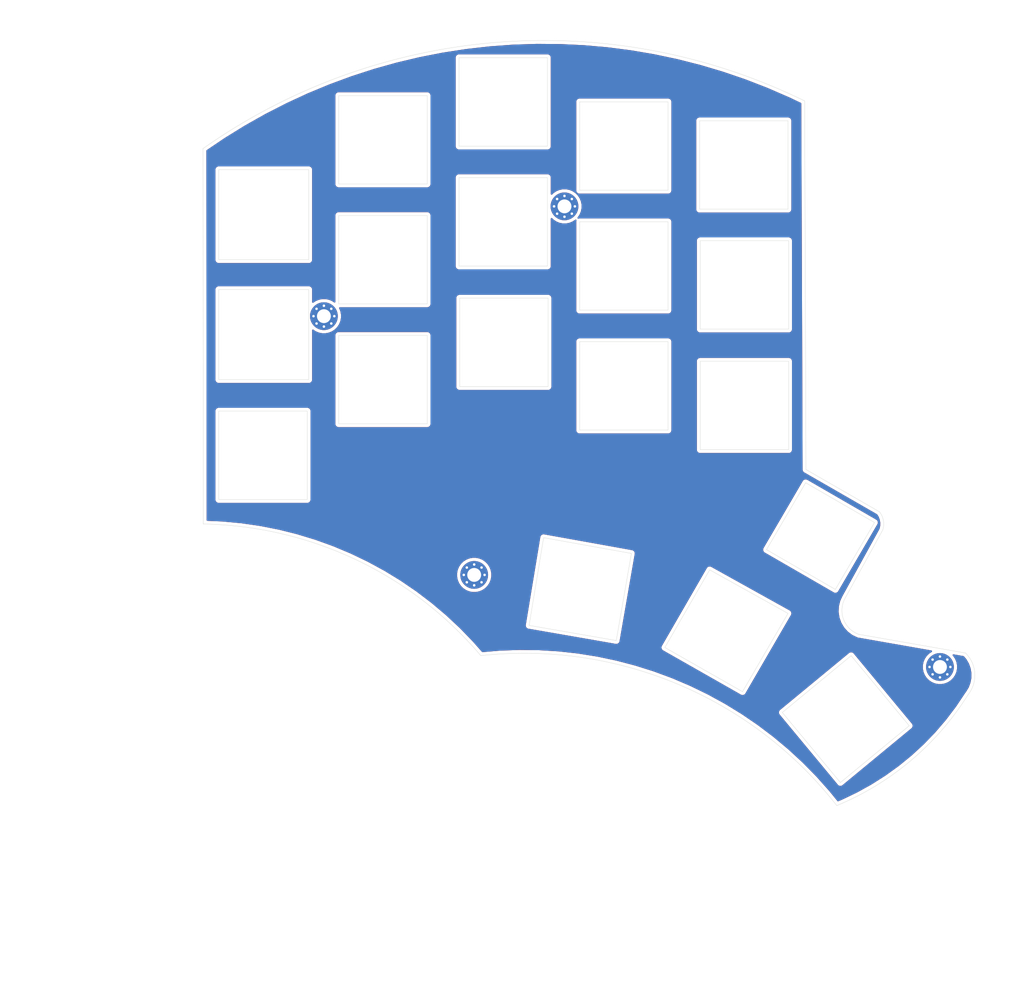
<source format=kicad_pcb>
(kicad_pcb (version 20171130) (host pcbnew 5.1.10)

  (general
    (thickness 1.6)
    (drawings 90)
    (tracks 0)
    (zones 0)
    (modules 6)
    (nets 1)
  )

  (page A4)
  (layers
    (0 F.Cu signal)
    (31 B.Cu signal)
    (32 B.Adhes user)
    (33 F.Adhes user)
    (34 B.Paste user)
    (35 F.Paste user)
    (36 B.SilkS user)
    (37 F.SilkS user)
    (38 B.Mask user)
    (39 F.Mask user)
    (40 Dwgs.User user)
    (41 Cmts.User user)
    (42 Eco1.User user)
    (43 Eco2.User user)
    (44 Edge.Cuts user)
    (45 Margin user)
    (46 B.CrtYd user)
    (47 F.CrtYd user)
    (48 B.Fab user)
    (49 F.Fab user)
  )

  (setup
    (last_trace_width 0.25)
    (trace_clearance 0.2)
    (zone_clearance 0.508)
    (zone_45_only no)
    (trace_min 0.2)
    (via_size 0.8)
    (via_drill 0.4)
    (via_min_size 0.4)
    (via_min_drill 0.3)
    (uvia_size 0.3)
    (uvia_drill 0.1)
    (uvias_allowed no)
    (uvia_min_size 0.2)
    (uvia_min_drill 0.1)
    (edge_width 0.05)
    (segment_width 0.2)
    (pcb_text_width 0.3)
    (pcb_text_size 1.5 1.5)
    (mod_edge_width 0.12)
    (mod_text_size 1 1)
    (mod_text_width 0.15)
    (pad_size 4 4)
    (pad_drill 4)
    (pad_to_mask_clearance 0)
    (aux_axis_origin 0 0)
    (visible_elements FFFFFF7F)
    (pcbplotparams
      (layerselection 0x010f0_ffffffff)
      (usegerberextensions false)
      (usegerberattributes false)
      (usegerberadvancedattributes true)
      (creategerberjobfile true)
      (excludeedgelayer true)
      (linewidth 0.100000)
      (plotframeref false)
      (viasonmask false)
      (mode 1)
      (useauxorigin false)
      (hpglpennumber 1)
      (hpglpenspeed 20)
      (hpglpendiameter 15.000000)
      (psnegative false)
      (psa4output false)
      (plotreference true)
      (plotvalue true)
      (plotinvisibletext false)
      (padsonsilk false)
      (subtractmaskfromsilk false)
      (outputformat 1)
      (mirror false)
      (drillshape 0)
      (scaleselection 1)
      (outputdirectory "../production_files/gerbers_plate/"))
  )

  (net 0 "")

  (net_class Default "This is the default net class."
    (clearance 0.2)
    (trace_width 0.25)
    (via_dia 0.8)
    (via_drill 0.4)
    (uvia_dia 0.3)
    (uvia_drill 0.1)
  )

  (net_class Power ""
    (clearance 0.2)
    (trace_width 0.381)
    (via_dia 0.8)
    (via_drill 0.4)
    (uvia_dia 0.3)
    (uvia_drill 0.1)
  )

  (net_class TRRSData ""
    (clearance 0.2)
    (trace_width 0.381)
    (via_dia 0.8)
    (via_drill 0.4)
    (uvia_dia 0.3)
    (uvia_drill 0.1)
  )

  (module MountingHole:MountingHole_2.2mm_M2_Pad_Via (layer F.Cu) (tedit 56DDB9C7) (tstamp 5FB441D6)
    (at 96.9 85.7)
    (descr "Mounting Hole 2.2mm, M2")
    (tags "mounting hole 2.2mm m2")
    (attr virtual)
    (fp_text reference " " (at 0 -3.2) (layer F.SilkS)
      (effects (font (size 1 1) (thickness 0.15)))
    )
    (fp_text value MountingHole_2.2mm_M2_Pad_Via (at 0 3.2) (layer F.Fab)
      (effects (font (size 1 1) (thickness 0.15)))
    )
    (fp_circle (center 0 0) (end 2.2 0) (layer Cmts.User) (width 0.15))
    (fp_circle (center 0 0) (end 2.45 0) (layer F.CrtYd) (width 0.05))
    (fp_text user %R (at 0.3 0) (layer F.Fab)
      (effects (font (size 1 1) (thickness 0.15)))
    )
    (pad 1 thru_hole circle (at 1.166726 -1.166726) (size 0.7 0.7) (drill 0.4) (layers *.Cu *.Mask))
    (pad 1 thru_hole circle (at 0 -1.65) (size 0.7 0.7) (drill 0.4) (layers *.Cu *.Mask))
    (pad 1 thru_hole circle (at -1.166726 -1.166726) (size 0.7 0.7) (drill 0.4) (layers *.Cu *.Mask))
    (pad 1 thru_hole circle (at -1.65 0) (size 0.7 0.7) (drill 0.4) (layers *.Cu *.Mask))
    (pad 1 thru_hole circle (at -1.166726 1.166726) (size 0.7 0.7) (drill 0.4) (layers *.Cu *.Mask))
    (pad 1 thru_hole circle (at 0 1.65) (size 0.7 0.7) (drill 0.4) (layers *.Cu *.Mask))
    (pad 1 thru_hole circle (at 1.166726 1.166726) (size 0.7 0.7) (drill 0.4) (layers *.Cu *.Mask))
    (pad 1 thru_hole circle (at 1.65 0) (size 0.7 0.7) (drill 0.4) (layers *.Cu *.Mask))
    (pad 1 thru_hole circle (at 0 0) (size 4.4 4.4) (drill 2.2) (layers *.Cu *.Mask))
  )

  (module MountingHole:MountingHole_2.2mm_M2_Pad_Via (layer F.Cu) (tedit 56DDB9C7) (tstamp 5FB44194)
    (at 120.7 126.7)
    (descr "Mounting Hole 2.2mm, M2")
    (tags "mounting hole 2.2mm m2")
    (attr virtual)
    (fp_text reference " " (at 0 -3.2) (layer F.SilkS)
      (effects (font (size 1 1) (thickness 0.15)))
    )
    (fp_text value MountingHole_2.2mm_M2_Pad_Via (at 0 3.2) (layer F.Fab)
      (effects (font (size 1 1) (thickness 0.15)))
    )
    (fp_circle (center 0 0) (end 2.2 0) (layer Cmts.User) (width 0.15))
    (fp_circle (center 0 0) (end 2.45 0) (layer F.CrtYd) (width 0.05))
    (fp_text user %R (at 0.3 0) (layer F.Fab)
      (effects (font (size 1 1) (thickness 0.15)))
    )
    (pad 1 thru_hole circle (at 1.166726 -1.166726) (size 0.7 0.7) (drill 0.4) (layers *.Cu *.Mask))
    (pad 1 thru_hole circle (at 0 -1.65) (size 0.7 0.7) (drill 0.4) (layers *.Cu *.Mask))
    (pad 1 thru_hole circle (at -1.166726 -1.166726) (size 0.7 0.7) (drill 0.4) (layers *.Cu *.Mask))
    (pad 1 thru_hole circle (at -1.65 0) (size 0.7 0.7) (drill 0.4) (layers *.Cu *.Mask))
    (pad 1 thru_hole circle (at -1.166726 1.166726) (size 0.7 0.7) (drill 0.4) (layers *.Cu *.Mask))
    (pad 1 thru_hole circle (at 0 1.65) (size 0.7 0.7) (drill 0.4) (layers *.Cu *.Mask))
    (pad 1 thru_hole circle (at 1.166726 1.166726) (size 0.7 0.7) (drill 0.4) (layers *.Cu *.Mask))
    (pad 1 thru_hole circle (at 1.65 0) (size 0.7 0.7) (drill 0.4) (layers *.Cu *.Mask))
    (pad 1 thru_hole circle (at 0 0) (size 4.4 4.4) (drill 2.2) (layers *.Cu *.Mask))
  )

  (module MountingHole:MountingHole_2.2mm_M2_Pad_Via (layer F.Cu) (tedit 56DDB9C7) (tstamp 5FB44155)
    (at 135 68.3)
    (descr "Mounting Hole 2.2mm, M2")
    (tags "mounting hole 2.2mm m2")
    (attr virtual)
    (fp_text reference " " (at 0 -3.2) (layer F.SilkS)
      (effects (font (size 1 1) (thickness 0.15)))
    )
    (fp_text value MountingHole_2.2mm_M2_Pad_Via (at 0 3.2) (layer F.Fab)
      (effects (font (size 1 1) (thickness 0.15)))
    )
    (fp_circle (center 0 0) (end 2.2 0) (layer Cmts.User) (width 0.15))
    (fp_circle (center 0 0) (end 2.45 0) (layer F.CrtYd) (width 0.05))
    (fp_text user %R (at 0.3 0) (layer F.Fab)
      (effects (font (size 1 1) (thickness 0.15)))
    )
    (pad 1 thru_hole circle (at 1.166726 -1.166726) (size 0.7 0.7) (drill 0.4) (layers *.Cu *.Mask))
    (pad 1 thru_hole circle (at 0 -1.65) (size 0.7 0.7) (drill 0.4) (layers *.Cu *.Mask))
    (pad 1 thru_hole circle (at -1.166726 -1.166726) (size 0.7 0.7) (drill 0.4) (layers *.Cu *.Mask))
    (pad 1 thru_hole circle (at -1.65 0) (size 0.7 0.7) (drill 0.4) (layers *.Cu *.Mask))
    (pad 1 thru_hole circle (at -1.166726 1.166726) (size 0.7 0.7) (drill 0.4) (layers *.Cu *.Mask))
    (pad 1 thru_hole circle (at 0 1.65) (size 0.7 0.7) (drill 0.4) (layers *.Cu *.Mask))
    (pad 1 thru_hole circle (at 1.166726 1.166726) (size 0.7 0.7) (drill 0.4) (layers *.Cu *.Mask))
    (pad 1 thru_hole circle (at 1.65 0) (size 0.7 0.7) (drill 0.4) (layers *.Cu *.Mask))
    (pad 1 thru_hole circle (at 0 0) (size 4.4 4.4) (drill 2.2) (layers *.Cu *.Mask))
  )

  (module MountingHole:MountingHole_2.2mm_M2_Pad_Via (layer F.Cu) (tedit 56DDB9C7) (tstamp 5FB440E5)
    (at 194.46875 141.2875)
    (descr "Mounting Hole 2.2mm, M2")
    (tags "mounting hole 2.2mm m2")
    (attr virtual)
    (fp_text reference " " (at 0 -3.2) (layer F.SilkS)
      (effects (font (size 1 1) (thickness 0.15)))
    )
    (fp_text value MountingHole_2.2mm_M2_Pad_Via (at 0 3.2) (layer F.Fab)
      (effects (font (size 1 1) (thickness 0.15)))
    )
    (fp_circle (center 0 0) (end 2.2 0) (layer Cmts.User) (width 0.15))
    (fp_circle (center 0 0) (end 2.45 0) (layer F.CrtYd) (width 0.05))
    (fp_text user %R (at 0.3 0) (layer F.Fab)
      (effects (font (size 1 1) (thickness 0.15)))
    )
    (pad 1 thru_hole circle (at 1.166726 -1.166726) (size 0.7 0.7) (drill 0.4) (layers *.Cu *.Mask))
    (pad 1 thru_hole circle (at 0 -1.65) (size 0.7 0.7) (drill 0.4) (layers *.Cu *.Mask))
    (pad 1 thru_hole circle (at -1.166726 -1.166726) (size 0.7 0.7) (drill 0.4) (layers *.Cu *.Mask))
    (pad 1 thru_hole circle (at -1.65 0) (size 0.7 0.7) (drill 0.4) (layers *.Cu *.Mask))
    (pad 1 thru_hole circle (at -1.166726 1.166726) (size 0.7 0.7) (drill 0.4) (layers *.Cu *.Mask))
    (pad 1 thru_hole circle (at 0 1.65) (size 0.7 0.7) (drill 0.4) (layers *.Cu *.Mask))
    (pad 1 thru_hole circle (at 1.166726 1.166726) (size 0.7 0.7) (drill 0.4) (layers *.Cu *.Mask))
    (pad 1 thru_hole circle (at 1.65 0) (size 0.7 0.7) (drill 0.4) (layers *.Cu *.Mask))
    (pad 1 thru_hole circle (at 0 0) (size 4.4 4.4) (drill 2.2) (layers *.Cu *.Mask))
  )

  (module graphics:aset (layer B.Cu) (tedit 0) (tstamp 5FB41677)
    (at 125.25 113.25 180)
    (fp_text reference G*** (at 0 0) (layer B.SilkS) hide
      (effects (font (size 1.524 1.524) (thickness 0.3)) (justify mirror))
    )
    (fp_text value LOGO (at 0.75 0) (layer B.SilkS) hide
      (effects (font (size 1.524 1.524) (thickness 0.3)) (justify mirror))
    )
    (fp_poly (pts (xy 2.429168 8.720994) (xy 2.447925 8.719015) (xy 2.495178 8.711908) (xy 2.555915 8.700847)
      (xy 2.618948 8.687908) (xy 2.63525 8.684284) (xy 2.691962 8.67144) (xy 2.744512 8.659568)
      (xy 2.784218 8.650628) (xy 2.794 8.648437) (xy 2.887689 8.626387) (xy 2.998896 8.598338)
      (xy 3.120941 8.566021) (xy 3.247149 8.53117) (xy 3.25755 8.528232) (xy 3.31388 8.512352)
      (xy 3.366162 8.497716) (xy 3.405893 8.486699) (xy 3.4163 8.483857) (xy 3.541351 8.447593)
      (xy 3.683264 8.402333) (xy 3.836096 8.350258) (xy 3.9939 8.29355) (xy 4.150731 8.23439)
      (xy 4.300644 8.174962) (xy 4.437694 8.117445) (xy 4.54025 8.071401) (xy 4.936653 7.875082)
      (xy 5.314407 7.664595) (xy 5.676138 7.438096) (xy 6.024472 7.193741) (xy 6.362037 6.929687)
      (xy 6.691459 6.644091) (xy 7.015367 6.33511) (xy 7.01675 6.33373) (xy 7.085945 6.264324)
      (xy 7.152086 6.197343) (xy 7.212179 6.135866) (xy 7.263231 6.082975) (xy 7.302246 6.041753)
      (xy 7.32623 6.015278) (xy 7.326397 6.015083) (xy 7.364376 5.971219) (xy 7.404187 5.926143)
      (xy 7.428527 5.89915) (xy 7.479117 5.841937) (xy 7.541107 5.76876) (xy 7.610847 5.684118)
      (xy 7.684692 5.592511) (xy 7.758992 5.498439) (xy 7.830102 5.406402) (xy 7.860944 5.365711)
      (xy 8.122959 4.997874) (xy 8.364563 4.617353) (xy 8.587486 4.221349) (xy 8.687884 4.0259)
      (xy 8.727208 3.94635) (xy 8.763804 3.871065) (xy 8.796074 3.80345) (xy 8.822418 3.746908)
      (xy 8.841237 3.704845) (xy 8.850933 3.680665) (xy 8.8519 3.67668) (xy 8.85672 3.663035)
      (xy 8.869292 3.633082) (xy 8.884964 3.597623) (xy 8.908111 3.546097) (xy 8.925113 3.507505)
      (xy 8.939688 3.473015) (xy 8.955555 3.433798) (xy 8.976433 3.381024) (xy 8.980046 3.37185)
      (xy 9.000357 3.319012) (xy 9.024729 3.253647) (xy 9.051364 3.1808) (xy 9.078462 3.105515)
      (xy 9.104223 3.032837) (xy 9.126849 2.96781) (xy 9.14454 2.915479) (xy 9.155496 2.880889)
      (xy 9.156718 2.87655) (xy 9.165275 2.84697) (xy 9.179049 2.801487) (xy 9.195518 2.748392)
      (xy 9.20115 2.7305) (xy 9.225644 2.651942) (xy 9.244179 2.589685) (xy 9.258991 2.535987)
      (xy 9.270835 2.4892) (xy 9.28078 2.450935) (xy 9.294197 2.402319) (xy 9.30206 2.3749)
      (xy 9.316774 2.321215) (xy 9.330838 2.26477) (xy 9.3361 2.24155) (xy 9.346441 2.193811)
      (xy 9.356447 2.148126) (xy 9.359664 2.1336) (xy 9.383611 2.023427) (xy 9.405099 1.919312)
      (xy 9.422899 1.827406) (xy 9.435777 1.75386) (xy 9.435979 1.7526) (xy 9.445355 1.695017)
      (xy 9.455034 1.637265) (xy 9.462569 1.59385) (xy 9.4836 1.458062) (xy 9.502281 1.300273)
      (xy 9.5184 1.123796) (xy 9.531742 0.931939) (xy 9.542094 0.728014) (xy 9.549243 0.515332)
      (xy 9.552975 0.297202) (xy 9.553494 0.18415) (xy 9.549603 -0.14125) (xy 9.5376 -0.445723)
      (xy 9.517264 -0.732484) (xy 9.488371 -1.004752) (xy 9.455158 -1.23825) (xy 9.444992 -1.301765)
      (xy 9.434915 -1.364703) (xy 9.426519 -1.417119) (xy 9.423637 -1.4351) (xy 9.416473 -1.475387)
      (xy 9.405368 -1.532678) (xy 9.391872 -1.599176) (xy 9.378261 -1.6637) (xy 9.364332 -1.728474)
      (xy 9.351513 -1.788227) (xy 9.341209 -1.836408) (xy 9.334822 -1.866464) (xy 9.33473 -1.8669)
      (xy 9.302689 -2.003759) (xy 9.260755 -2.158653) (xy 9.210503 -2.326951) (xy 9.153505 -2.504023)
      (xy 9.091337 -2.685239) (xy 9.025571 -2.865969) (xy 8.957782 -3.041582) (xy 8.889543 -3.207449)
      (xy 8.842712 -3.314475) (xy 8.81751 -3.369075) (xy 8.784864 -3.437761) (xy 8.747064 -3.515905)
      (xy 8.706406 -3.598881) (xy 8.665182 -3.682059) (xy 8.625686 -3.760814) (xy 8.590212 -3.830518)
      (xy 8.561051 -3.886542) (xy 8.540499 -3.924261) (xy 8.540477 -3.9243) (xy 8.511499 -3.975007)
      (xy 8.482351 -4.026244) (xy 8.460991 -4.064) (xy 8.324951 -4.293616) (xy 8.171037 -4.531916)
      (xy 8.002823 -4.773979) (xy 7.823885 -5.014884) (xy 7.637798 -5.24971) (xy 7.448139 -5.473538)
      (xy 7.385916 -5.54355) (xy 7.332265 -5.601761) (xy 7.264262 -5.67338) (xy 7.185968 -5.754313)
      (xy 7.101441 -5.840468) (xy 7.01474 -5.927753) (xy 6.929926 -6.012077) (xy 6.851056 -6.089346)
      (xy 6.78219 -6.155469) (xy 6.738162 -6.196555) (xy 6.617723 -6.303622) (xy 6.481002 -6.419596)
      (xy 6.333405 -6.540161) (xy 6.180336 -6.661001) (xy 6.027201 -6.777799) (xy 5.879404 -6.88624)
      (xy 5.83454 -6.918173) (xy 5.792442 -6.947242) (xy 5.738431 -6.983557) (xy 5.675901 -7.024939)
      (xy 5.608244 -7.069206) (xy 5.538852 -7.114177) (xy 5.471117 -7.157672) (xy 5.408433 -7.19751)
      (xy 5.354191 -7.231509) (xy 5.311783 -7.25749) (xy 5.284603 -7.27327) (xy 5.276238 -7.2771)
      (xy 5.262766 -7.283302) (xy 5.235534 -7.299073) (xy 5.218183 -7.309807) (xy 5.142474 -7.35544)
      (xy 5.048343 -7.40867) (xy 4.940626 -7.466879) (xy 4.824155 -7.527448) (xy 4.71805 -7.580725)
      (xy 4.646258 -7.615879) (xy 4.573973 -7.650775) (xy 4.504968 -7.683646) (xy 4.443014 -7.712724)
      (xy 4.391883 -7.736242) (xy 4.355348 -7.752431) (xy 4.337179 -7.759525) (xy 4.336159 -7.7597)
      (xy 4.322201 -7.76451) (xy 4.293398 -7.7767) (xy 4.276586 -7.784234) (xy 4.180837 -7.825589)
      (xy 4.065948 -7.871477) (xy 3.937345 -7.919982) (xy 3.800456 -7.969188) (xy 3.660708 -8.017179)
      (xy 3.523529 -8.062039) (xy 3.394344 -8.101851) (xy 3.302 -8.128339) (xy 3.089134 -8.185058)
      (xy 2.894194 -8.232939) (xy 2.711766 -8.27317) (xy 2.536441 -8.306942) (xy 2.362806 -8.335446)
      (xy 2.35585 -8.336489) (xy 2.310803 -8.343068) (xy 2.266603 -8.349129) (xy 2.21934 -8.35512)
      (xy 2.165104 -8.36149) (xy 2.099985 -8.368689) (xy 2.020073 -8.377165) (xy 1.921458 -8.387367)
      (xy 1.8415 -8.395543) (xy 1.804649 -8.398048) (xy 1.745459 -8.400512) (xy 1.666989 -8.402902)
      (xy 1.572301 -8.405183) (xy 1.464455 -8.407322) (xy 1.34651 -8.409282) (xy 1.221527 -8.411032)
      (xy 1.092567 -8.412536) (xy 0.962691 -8.41376) (xy 0.834957 -8.414669) (xy 0.712428 -8.415231)
      (xy 0.598162 -8.41541) (xy 0.495222 -8.415172) (xy 0.406666 -8.414484) (xy 0.335555 -8.41331)
      (xy 0.31115 -8.412649) (xy 0.184917 -8.406692) (xy 0.041855 -8.396606) (xy -0.11119 -8.38311)
      (xy -0.26737 -8.366922) (xy -0.419837 -8.34876) (xy -0.561745 -8.329344) (xy -0.686244 -8.309392)
      (xy -0.70485 -8.306059) (xy -0.788815 -8.290081) (xy -0.882506 -8.271127) (xy -0.981085 -8.250282)
      (xy -1.079718 -8.228629) (xy -1.173567 -8.207254) (xy -1.257796 -8.187241) (xy -1.327568 -8.169675)
      (xy -1.378048 -8.15564) (xy -1.3843 -8.153703) (xy -1.416477 -8.144046) (xy -1.458765 -8.13199)
      (xy -1.4732 -8.128) (xy -1.515628 -8.116053) (xy -1.55296 -8.105004) (xy -1.5621 -8.102143)
      (xy -1.591485 -8.093118) (xy -1.634571 -8.080361) (xy -1.67005 -8.070081) (xy -1.79851 -8.030972)
      (xy -1.938427 -7.984416) (xy -2.078494 -7.934228) (xy -2.12725 -7.915824) (xy -2.177136 -7.896645)
      (xy -2.211229 -7.883287) (xy -2.237478 -7.872548) (xy -2.263833 -7.861228) (xy -2.27522 -7.856244)
      (xy -2.306468 -7.843313) (xy -2.326851 -7.83631) (xy -2.329333 -7.8359) (xy -2.344602 -7.831127)
      (xy -2.374349 -7.819046) (xy -2.390914 -7.811789) (xy -2.434493 -7.792561) (xy -2.486425 -7.770038)
      (xy -2.5146 -7.757979) (xy -2.596885 -7.721215) (xy -2.696033 -7.674041) (xy -2.807393 -7.618907)
      (xy -2.926315 -7.558261) (xy -3.048147 -7.494554) (xy -3.168238 -7.430233) (xy -3.281938 -7.367748)
      (xy -3.384597 -7.309548) (xy -3.471562 -7.258083) (xy -3.513422 -7.232001) (xy -3.549704 -7.20939)
      (xy -3.576876 -7.193571) (xy -3.588371 -7.1882) (xy -3.601544 -7.181296) (xy -3.632466 -7.161974)
      (xy -3.678031 -7.132321) (xy -3.735137 -7.09442) (xy -3.800678 -7.050358) (xy -3.871552 -7.00222)
      (xy -3.944653 -6.952091) (xy -4.016877 -6.902056) (xy -4.0767 -6.860144) (xy -4.143086 -6.812566)
      (xy -4.21825 -6.757404) (xy -4.298093 -6.697789) (xy -4.378514 -6.636856) (xy -4.455414 -6.577736)
      (xy -4.524692 -6.523563) (xy -4.582248 -6.477468) (xy -4.623982 -6.442584) (xy -4.629062 -6.438124)
      (xy -4.652742 -6.41754) (xy -4.691059 -6.384703) (xy -4.739213 -6.343711) (xy -4.792402 -6.298658)
      (xy -4.80695 -6.286374) (xy -4.870276 -6.230739) (xy -4.947416 -6.159397) (xy -5.035217 -6.075541)
      (xy -5.130526 -5.982365) (xy -5.230188 -5.88306) (xy -5.331049 -5.780821) (xy -5.429955 -5.67884)
      (xy -5.523753 -5.58031) (xy -5.609288 -5.488424) (xy -5.683407 -5.406375) (xy -5.735122 -5.3467)
      (xy -5.931992 -5.10573) (xy -6.108557 -4.873591) (xy -6.267018 -4.647339) (xy -6.334679 -4.54405)
      (xy -6.567302 -4.15876) (xy -6.781423 -3.757762) (xy -6.977716 -3.339745) (xy -7.082254 -3.09245)
      (xy -7.11628 -3.008745) (xy -7.142083 -2.945289) (xy -7.161006 -2.898803) (xy -7.174394 -2.866004)
      (xy -7.183589 -2.843612) (xy -7.189934 -2.828347) (xy -7.194773 -2.816928) (xy -7.199449 -2.806073)
      (xy -7.20055 -2.803525) (xy -7.223384 -2.74763) (xy -7.251553 -2.673955) (xy -7.282725 -2.588931)
      (xy -7.314564 -2.498991) (xy -7.344738 -2.410569) (xy -7.360608 -2.362353) (xy -7.38061 -2.29539)
      (xy -7.389939 -2.250729) (xy -7.388689 -2.227669) (xy -7.379117 -2.224616) (xy -7.367223 -2.23431)
      (xy -7.339705 -2.259599) (xy -7.298965 -2.298185) (xy -7.247405 -2.34777) (xy -7.187428 -2.406055)
      (xy -7.121437 -2.470742) (xy -7.109144 -2.48285) (xy -7.000484 -2.589705) (xy -6.907254 -2.680793)
      (xy -6.82703 -2.758411) (xy -6.757391 -2.824861) (xy -6.695911 -2.882439) (xy -6.640168 -2.933447)
      (xy -6.587739 -2.980182) (xy -6.553328 -3.010188) (xy -6.509504 -3.048212) (xy -6.470434 -3.082335)
      (xy -6.441814 -3.10757) (xy -6.432678 -3.115777) (xy -6.411974 -3.133224) (xy -6.37524 -3.16276)
      (xy -6.32668 -3.201121) (xy -6.270499 -3.245042) (xy -6.210903 -3.291261) (xy -6.152095 -3.336513)
      (xy -6.098281 -3.377534) (xy -6.053665 -3.41106) (xy -6.028534 -3.429492) (xy -5.988201 -3.458857)
      (xy -5.950763 -3.486697) (xy -5.933284 -3.500042) (xy -5.91202 -3.515081) (xy -5.873266 -3.541025)
      (xy -5.821025 -3.575252) (xy -5.759303 -3.615138) (xy -5.692107 -3.658058) (xy -5.6896 -3.659649)
      (xy -5.610433 -3.709793) (xy -5.547297 -3.749439) (xy -5.494853 -3.781822) (xy -5.447765 -3.810175)
      (xy -5.400694 -3.837732) (xy -5.348303 -3.867727) (xy -5.31495 -3.886625) (xy -5.247142 -3.923386)
      (xy -5.162338 -3.966958) (xy -5.066933 -4.014253) (xy -4.967325 -4.062182) (xy -4.869907 -4.107656)
      (xy -4.781077 -4.147586) (xy -4.7244 -4.171844) (xy -4.676316 -4.191852) (xy -4.632154 -4.210299)
      (xy -4.60375 -4.222235) (xy -4.491056 -4.267518) (xy -4.362627 -4.314518) (xy -4.214026 -4.364854)
      (xy -4.2037 -4.368235) (xy -4.10354 -4.400339) (xy -4.009198 -4.429379) (xy -3.925294 -4.453998)
      (xy -3.856448 -4.472837) (xy -3.81 -4.483977) (xy -3.776848 -4.491446) (xy -3.728155 -4.503035)
      (xy -3.672987 -4.516577) (xy -3.6576 -4.520427) (xy -3.571656 -4.541727) (xy -3.504674 -4.557569)
      (xy -3.451118 -4.569211) (xy -3.405456 -4.577913) (xy -3.4036 -4.578238) (xy -3.372276 -4.583703)
      (xy -3.323607 -4.592195) (xy -3.265272 -4.602374) (xy -3.2258 -4.609263) (xy -3.175848 -4.617828)
      (xy -3.128918 -4.625455) (xy -3.080358 -4.632795) (xy -3.025518 -4.640502) (xy -2.959747 -4.649226)
      (xy -2.878393 -4.65962) (xy -2.776804 -4.672336) (xy -2.7686 -4.673357) (xy -2.723064 -4.678253)
      (xy -2.657809 -4.684224) (xy -2.578471 -4.69081) (xy -2.490684 -4.697546) (xy -2.400085 -4.703971)
      (xy -2.375883 -4.705591) (xy -1.98207 -4.722077) (xy -1.587338 -4.719943) (xy -1.194721 -4.699542)
      (xy -0.807251 -4.661229) (xy -0.427962 -4.605358) (xy -0.059885 -4.532282) (xy 0.293945 -4.442354)
      (xy 0.5461 -4.364743) (xy 0.667302 -4.323923) (xy 0.766209 -4.289452) (xy 0.844911 -4.260577)
      (xy 0.905502 -4.236547) (xy 0.92075 -4.230044) (xy 0.949208 -4.217617) (xy 0.986263 -4.201389)
      (xy 0.992519 -4.198644) (xy 1.023621 -4.185725) (xy 1.043714 -4.178716) (xy 1.046117 -4.1783)
      (xy 1.05781 -4.174668) (xy 1.085575 -4.163252) (xy 1.131203 -4.14327) (xy 1.196485 -4.11394)
      (xy 1.27 -4.080511) (xy 1.327111 -4.053593) (xy 1.39849 -4.018677) (xy 1.477759 -3.97901)
      (xy 1.558543 -3.937835) (xy 1.634467 -3.898398) (xy 1.699156 -3.863943) (xy 1.7399 -3.841365)
      (xy 1.790456 -3.812503) (xy 1.841371 -3.783505) (xy 1.878823 -3.762236) (xy 1.923631 -3.735802)
      (xy 1.981026 -3.70035) (xy 2.047669 -3.658097) (xy 2.120219 -3.611263) (xy 2.195338 -3.562068)
      (xy 2.269685 -3.512731) (xy 2.339921 -3.46547) (xy 2.402706 -3.422504) (xy 2.4547 -3.386053)
      (xy 2.492564 -3.358336) (xy 2.512959 -3.341572) (xy 2.5146 -3.339788) (xy 2.52759 -3.328555)
      (xy 2.557111 -3.305277) (xy 2.599235 -3.272964) (xy 2.650038 -3.234628) (xy 2.704555 -3.19405)
      (xy 2.718996 -3.183177) (xy 2.735445 -3.170241) (xy 2.75696 -3.1527) (xy 2.786598 -3.128016)
      (xy 2.827417 -3.093648) (xy 2.882475 -3.047056) (xy 2.928766 -3.007809) (xy 3.217268 -2.74953)
      (xy 3.495889 -2.473082) (xy 3.762419 -2.181268) (xy 4.014644 -1.876892) (xy 4.250353 -1.562757)
      (xy 4.467334 -1.241666) (xy 4.663376 -0.916425) (xy 4.835914 -0.59055) (xy 4.862459 -0.535974)
      (xy 4.889937 -0.478395) (xy 4.916128 -0.422597) (xy 4.938816 -0.373364) (xy 4.955783 -0.33548)
      (xy 4.964809 -0.313731) (xy 4.9657 -0.310598) (xy 4.970536 -0.297253) (xy 4.983056 -0.267911)
      (xy 4.996214 -0.238501) (xy 5.015308 -0.194214) (xy 5.038618 -0.136808) (xy 5.061788 -0.077071)
      (xy 5.066876 -0.0635) (xy 5.086498 -0.011165) (xy 5.10424 0.035411) (xy 5.117203 0.068638)
      (xy 5.120279 0.0762) (xy 5.131707 0.106658) (xy 5.148672 0.155688) (xy 5.169318 0.217563)
      (xy 5.19179 0.286554) (xy 5.214232 0.356935) (xy 5.234788 0.422977) (xy 5.251603 0.478952)
      (xy 5.258105 0.50165) (xy 5.272927 0.555702) (xy 5.290046 0.619627) (xy 5.307723 0.686759)
      (xy 5.324217 0.750432) (xy 5.337791 0.803979) (xy 5.346703 0.840733) (xy 5.347568 0.84455)
      (xy 5.356314 0.883781) (xy 5.367951 0.935862) (xy 5.37878 0.98425) (xy 5.410718 1.136208)
      (xy 5.43393 1.267686) (xy 5.43526 1.27635) (xy 5.463658 1.468392) (xy 5.487278 1.639835)
      (xy 5.506492 1.794954) (xy 5.521671 1.938024) (xy 5.533186 2.073319) (xy 5.54141 2.205113)
      (xy 5.546714 2.337681) (xy 5.54947 2.475297) (xy 5.550088 2.59715) (xy 5.548223 2.792384)
      (xy 5.542471 2.972849) (xy 5.532259 3.146963) (xy 5.517014 3.323141) (xy 5.496164 3.509802)
      (xy 5.478776 3.6449) (xy 5.468291 3.721146) (xy 5.458639 3.786323) (xy 5.448309 3.849778)
      (xy 5.43579 3.920857) (xy 5.422318 3.99415) (xy 5.347685 4.343119) (xy 5.253384 4.695953)
      (xy 5.141596 5.045748) (xy 5.014501 5.385603) (xy 4.894832 5.6642) (xy 4.861429 5.735381)
      (xy 4.822453 5.81555) (xy 4.779995 5.900681) (xy 4.736147 5.986746) (xy 4.693002 6.069718)
      (xy 4.652653 6.14557) (xy 4.61719 6.210274) (xy 4.588708 6.259804) (xy 4.5705 6.288461)
      (xy 4.554006 6.313867) (xy 4.546627 6.329465) (xy 4.5466 6.329875) (xy 4.539846 6.344598)
      (xy 4.520834 6.377454) (xy 4.491433 6.425467) (xy 4.453515 6.485665) (xy 4.408949 6.555072)
      (xy 4.359608 6.630714) (xy 4.314272 6.69925) (xy 4.177681 6.89652) (xy 4.028837 7.09601)
      (xy 3.86341 7.30351) (xy 3.85449 7.314364) (xy 3.666888 7.531494) (xy 3.459101 7.752219)
      (xy 3.235225 7.972677) (xy 2.999353 8.189004) (xy 2.755582 8.397334) (xy 2.508005 8.593804)
      (xy 2.460638 8.62965) (xy 2.411082 8.668884) (xy 2.383319 8.696491) (xy 2.377188 8.713617)
      (xy 2.392525 8.721403) (xy 2.429168 8.720994)) (layer B.Mask) (width 0.01))
    (fp_poly (pts (xy -3.627864 5.093332) (xy -3.588699 5.058722) (xy -3.548374 5.003969) (xy -3.50872 4.931469)
      (xy -3.479421 4.8641) (xy -3.446449 4.771329) (xy -3.411824 4.657105) (xy -3.376472 4.525245)
      (xy -3.341321 4.379566) (xy -3.307296 4.223884) (xy -3.275324 4.062015) (xy -3.249702 3.91795)
      (xy -3.239231 3.85859) (xy -3.22638 3.789651) (xy -3.214392 3.728385) (xy -3.19405 3.62772)
      (xy -3.06705 3.604867) (xy -3.005713 3.593635) (xy -2.946969 3.582542) (xy -2.899742 3.573288)
      (xy -2.8829 3.56981) (xy -2.831777 3.560061) (xy -2.777274 3.551314) (xy -2.766228 3.549795)
      (xy -2.706706 3.541985) (xy -2.638175 3.660118) (xy -2.59907 3.727512) (xy -2.555611 3.80239)
      (xy -2.510543 3.880021) (xy -2.466611 3.955678) (xy -2.426561 4.024634) (xy -2.393138 4.082159)
      (xy -2.369089 4.123526) (xy -2.365186 4.130234) (xy -2.325945 4.193683) (xy -2.27646 4.267699)
      (xy -2.220464 4.347234) (xy -2.161694 4.42724) (xy -2.103885 4.502671) (xy -2.050771 4.568477)
      (xy -2.006089 4.619611) (xy -1.99292 4.633322) (xy -1.924706 4.692917) (xy -1.860095 4.732111)
      (xy -1.800984 4.750384) (xy -1.749274 4.747217) (xy -1.706863 4.722092) (xy -1.699057 4.713671)
      (xy -1.678927 4.685857) (xy -1.661069 4.652024) (xy -1.645326 4.61057) (xy -1.631538 4.559896)
      (xy -1.619547 4.4984) (xy -1.609194 4.424484) (xy -1.600321 4.336546) (xy -1.592769 4.232987)
      (xy -1.586379 4.112205) (xy -1.580993 3.972601) (xy -1.576452 3.812575) (xy -1.572598 3.630525)
      (xy -1.569271 3.424852) (xy -1.568935 3.401016) (xy -1.566829 3.262909) (xy -1.564492 3.14757)
      (xy -1.561608 3.052371) (xy -1.557859 2.974681) (xy -1.552929 2.911869) (xy -1.546503 2.861304)
      (xy -1.538263 2.820358) (xy -1.527893 2.786398) (xy -1.515077 2.756795) (xy -1.499499 2.728918)
      (xy -1.485457 2.707027) (xy -1.442659 2.6356) (xy -1.399011 2.55073) (xy -1.359256 2.462498)
      (xy -1.328134 2.380984) (xy -1.319943 2.355179) (xy -1.310362 2.318206) (xy -1.302928 2.277477)
      (xy -1.297216 2.228527) (xy -1.292802 2.16689) (xy -1.289262 2.088101) (xy -1.286632 2.004646)
      (xy -1.283958 1.924822) (xy -1.280684 1.853144) (xy -1.277066 1.793679) (xy -1.273362 1.75049)
      (xy -1.269828 1.727642) (xy -1.269023 1.725619) (xy -1.260746 1.718386) (xy -1.246058 1.71705)
      (xy -1.221931 1.722634) (xy -1.185336 1.736161) (xy -1.133245 1.758654) (xy -1.062628 1.791138)
      (xy -1.030504 1.806221) (xy -0.967631 1.835787) (xy -0.904355 1.865439) (xy -0.849242 1.891168)
      (xy -0.81915 1.90514) (xy -0.772194 1.926926) (xy -0.712593 1.954682) (xy -0.650694 1.983585)
      (xy -0.62865 1.9939) (xy -0.568597 2.021989) (xy -0.506896 2.050793) (xy -0.453896 2.075483)
      (xy -0.43815 2.0828) (xy -0.391192 2.104652) (xy -0.331588 2.132461) (xy -0.269687 2.161396)
      (xy -0.24765 2.171713) (xy -0.153602 2.215614) (xy -0.06643 2.256016) (xy 0.011144 2.291679)
      (xy 0.076397 2.321364) (xy 0.126605 2.343833) (xy 0.159046 2.357844) (xy 0.17084 2.3622)
      (xy 0.183915 2.367161) (xy 0.214291 2.380372) (xy 0.25626 2.399331) (xy 0.272176 2.40665)
      (xy 0.316915 2.427009) (xy 0.352143 2.442463) (xy 0.372088 2.450502) (xy 0.374356 2.4511)
      (xy 0.388145 2.455924) (xy 0.41821 2.468504) (xy 0.453677 2.484165) (xy 0.490154 2.500564)
      (xy 0.519974 2.513742) (xy 0.548148 2.525738) (xy 0.579691 2.538593) (xy 0.619616 2.554349)
      (xy 0.672935 2.575046) (xy 0.744661 2.602724) (xy 0.7493 2.604513) (xy 0.84275 2.640439)
      (xy 0.91631 2.668205) (xy 0.973763 2.688855) (xy 1.018893 2.703431) (xy 1.055484 2.712978)
      (xy 1.087318 2.718538) (xy 1.118181 2.721154) (xy 1.151855 2.72187) (xy 1.17475 2.721823)
      (xy 1.260826 2.716289) (xy 1.339607 2.698877) (xy 1.42147 2.666927) (xy 1.457703 2.649329)
      (xy 1.562481 2.585524) (xy 1.672391 2.498286) (xy 1.7864 2.388825) (xy 1.903475 2.258349)
      (xy 2.022583 2.108066) (xy 2.142692 1.939184) (xy 2.262769 1.752913) (xy 2.351992 1.602859)
      (xy 2.380185 1.552266) (xy 2.416685 1.484424) (xy 2.459333 1.403561) (xy 2.505971 1.313906)
      (xy 2.554438 1.219684) (xy 2.602577 1.125124) (xy 2.648228 1.034452) (xy 2.689232 0.951896)
      (xy 2.72343 0.881683) (xy 2.748663 0.828042) (xy 2.755488 0.8128) (xy 2.784566 0.74706)
      (xy 2.823493 0.660209) (xy 2.872624 0.55146) (xy 2.897068 0.497565) (xy 2.914053 0.458387)
      (xy 2.935698 0.406057) (xy 2.957632 0.351164) (xy 2.959975 0.345165) (xy 2.98591 0.279238)
      (xy 3.006281 0.229187) (xy 3.02436 0.187074) (xy 3.034203 0.1651) (xy 3.048062 0.130433)
      (xy 3.062142 0.088806) (xy 3.074328 0.047508) (xy 3.082506 0.013829) (xy 3.084561 -0.004944)
      (xy 3.083953 -0.006379) (xy 3.070862 -0.003329) (xy 3.038531 0.009354) (xy 2.990525 0.030117)
      (xy 2.930409 0.057412) (xy 2.86175 0.089688) (xy 2.849678 0.095465) (xy 2.778325 0.129616)
      (xy 2.713532 0.16046) (xy 2.659268 0.18612) (xy 2.619505 0.204721) (xy 2.59821 0.214385)
      (xy 2.59715 0.214829) (xy 2.565141 0.228059) (xy 2.54 0.238583) (xy 2.455103 0.271793)
      (xy 2.35509 0.30684) (xy 2.249737 0.340506) (xy 2.148819 0.369577) (xy 2.11455 0.378528)
      (xy 2.025637 0.400145) (xy 1.953471 0.415331) (xy 1.890523 0.425138) (xy 1.829269 0.43062)
      (xy 1.76218 0.432831) (xy 1.725221 0.43304) (xy 1.649803 0.431712) (xy 1.591593 0.427133)
      (xy 1.5425 0.418328) (xy 1.4986 0.40571) (xy 1.366864 0.354329) (xy 1.252315 0.291569)
      (xy 1.147695 0.212962) (xy 1.075697 0.145319) (xy 0.989439 0.042023) (xy 0.926034 -0.070469)
      (xy 0.886827 -0.182861) (xy 0.869715 -0.239277) (xy 0.853375 -0.272433) (xy 0.836173 -0.284358)
      (xy 0.816475 -0.277078) (xy 0.81309 -0.274358) (xy 0.795871 -0.259658) (xy 0.764198 -0.232575)
      (xy 0.722909 -0.197247) (xy 0.6858 -0.165484) (xy 0.564717 -0.067879) (xy 0.449715 0.011047)
      (xy 0.33439 0.074734) (xy 0.212338 0.126625) (xy 0.077153 0.17016) (xy 0.04445 0.179108)
      (xy -0.004918 0.187869) (xy -0.070453 0.193499) (xy -0.144722 0.195995) (xy -0.220288 0.195352)
      (xy -0.289717 0.191566) (xy -0.345574 0.184633) (xy -0.3683 0.17933) (xy -0.494032 0.128384)
      (xy -0.616218 0.053515) (xy -0.735715 -0.045848) (xy -0.79643 -0.106702) (xy -0.883179 -0.206275)
      (xy -0.958516 -0.310192) (xy -1.026416 -0.424728) (xy -1.090855 -0.556159) (xy -1.112946 -0.606425)
      (xy -1.127567 -0.633844) (xy -1.14041 -0.647392) (xy -1.141916 -0.6477) (xy -1.154728 -0.637747)
      (xy -1.173647 -0.612708) (xy -1.181585 -0.600075) (xy -1.205838 -0.558603) (xy -1.232878 -0.511264)
      (xy -1.241838 -0.4953) (xy -1.27519 -0.439734) (xy -1.319504 -0.371825) (xy -1.369687 -0.298911)
      (xy -1.420644 -0.228329) (xy -1.46728 -0.167418) (xy -1.482218 -0.149045) (xy -1.535633 -0.091187)
      (xy -1.601323 -0.029724) (xy -1.672734 0.029961) (xy -1.74331 0.082486) (xy -1.806497 0.122468)
      (xy -1.824318 0.131849) (xy -1.933182 0.180836) (xy -2.029101 0.212518) (xy -2.117574 0.227053)
      (xy -2.204103 0.224596) (xy -2.294189 0.205306) (xy -2.393331 0.169339) (xy -2.438825 0.149375)
      (xy -2.491076 0.1256) (xy -2.546424 0.100523) (xy -2.57175 0.089093) (xy -2.618141 0.068187)
      (xy -2.674082 0.042958) (xy -2.7178 0.023227) (xy -2.762927 0.0029) (xy -2.801743 -0.0145)
      (xy -2.82575 -0.025165) (xy -2.915674 -0.055465) (xy -3.023665 -0.077237) (xy -3.143864 -0.090474)
      (xy -3.270409 -0.095167) (xy -3.397439 -0.091307) (xy -3.519094 -0.078888) (xy -3.629514 -0.0579)
      (xy -3.722836 -0.028335) (xy -3.72745 -0.026421) (xy -3.799639 0.006179) (xy -3.880664 0.046276)
      (xy -3.961588 0.08919) (xy -4.033471 0.130241) (xy -4.069837 0.152872) (xy -4.125246 0.191607)
      (xy -4.179156 0.235206) (xy -4.234803 0.286854) (xy -4.295422 0.349736) (xy -4.364248 0.427038)
      (xy -4.443554 0.520784) (xy -4.490042 0.576227) (xy -4.532601 0.6261) (xy -4.567841 0.666499)
      (xy -4.592374 0.693518) (xy -4.600536 0.701675) (xy -4.61323 0.710247) (xy -4.631564 0.716286)
      (xy -4.659664 0.720188) (xy -4.701658 0.722349) (xy -4.761671 0.723163) (xy -4.824232 0.723116)
      (xy -4.933959 0.720981) (xy -5.04859 0.715721) (xy -5.163005 0.707805) (xy -5.272082 0.697704)
      (xy -5.3707 0.685884) (xy -5.453736 0.672817) (xy -5.5118 0.660141) (xy -5.614177 0.631504)
      (xy -5.701836 0.603839) (xy -5.783754 0.573835) (xy -5.868905 0.538181) (xy -5.966264 0.493566)
      (xy -5.976734 0.488618) (xy -6.031169 0.463697) (xy -6.080416 0.44269) (xy -6.117941 0.428303)
      (xy -6.133653 0.423635) (xy -6.149972 0.421345) (xy -6.161184 0.425345) (xy -6.169692 0.440135)
      (xy -6.177901 0.470215) (xy -6.188217 0.520085) (xy -6.190002 0.529083) (xy -6.216412 0.660023)
      (xy -6.239682 0.769135) (xy -6.260861 0.859646) (xy -6.280994 0.934781) (xy -6.301128 0.997766)
      (xy -6.322309 1.051826) (xy -6.345585 1.100186) (xy -6.372001 1.146073) (xy -6.402606 1.192712)
      (xy -6.407746 1.20015) (xy -6.45029 1.255989) (xy -6.502825 1.316781) (xy -6.560809 1.378037)
      (xy -6.619703 1.435269) (xy -6.674965 1.483989) (xy -6.722056 1.519707) (xy -6.744449 1.533006)
      (xy -6.795798 1.556804) (xy -6.844228 1.574513) (xy -6.894571 1.586812) (xy -6.951659 1.594379)
      (xy -7.020326 1.597891) (xy -7.105402 1.598029) (xy -7.193316 1.596025) (xy -7.314657 1.590877)
      (xy -7.417147 1.582348) (xy -7.507252 1.569125) (xy -7.591435 1.549899) (xy -7.676162 1.523356)
      (xy -7.767897 1.488185) (xy -7.808378 1.471247) (xy -7.861256 1.452108) (xy -7.896902 1.448334)
      (xy -7.91864 1.460371) (xy -7.929563 1.487488) (xy -7.933975 1.522516) (xy -7.936857 1.570265)
      (xy -7.937501 1.60349) (xy -7.947881 1.710266) (xy -7.977468 1.824381) (xy -8.023934 1.939707)
      (xy -8.08495 2.050115) (xy -8.13351 2.119189) (xy -8.238456 2.236362) (xy -8.353962 2.330601)
      (xy -8.481014 2.4025) (xy -8.6206 2.452653) (xy -8.7249 2.474916) (xy -8.953218 2.502032)
      (xy -9.199481 2.51316) (xy -9.461908 2.508313) (xy -9.738717 2.487501) (xy -9.911483 2.467287)
      (xy -9.961416 2.460692) (xy -9.912508 2.528921) (xy -9.872091 2.580463) (xy -9.814372 2.646941)
      (xy -9.741155 2.72656) (xy -9.654248 2.817523) (xy -9.555456 2.918035) (xy -9.446587 3.0263)
      (xy -9.329445 3.14052) (xy -9.205838 3.258901) (xy -9.077572 3.379645) (xy -8.946452 3.500958)
      (xy -8.814285 3.621042) (xy -8.8138 3.621479) (xy -8.599097 3.805137) (xy -8.389076 3.965274)
      (xy -8.182165 4.102988) (xy -7.976792 4.219375) (xy -7.908452 4.253599) (xy -7.777974 4.313646)
      (xy -7.663703 4.359073) (xy -7.561915 4.391004) (xy -7.468888 4.410565) (xy -7.380896 4.418879)
      (xy -7.35965 4.419329) (xy -7.30562 4.417766) (xy -7.26341 4.410091) (xy -7.22015 4.393196)
      (xy -7.190587 4.378506) (xy -7.143126 4.351179) (xy -7.088862 4.314426) (xy -7.026208 4.266913)
      (xy -6.953576 4.20731) (xy -6.86938 4.134282) (xy -6.772032 4.046498) (xy -6.659944 3.942625)
      (xy -6.566543 3.854584) (xy -6.522722 3.813157) (xy -6.484793 3.777517) (xy -6.45706 3.751695)
      (xy -6.44434 3.74015) (xy -6.432604 3.728945) (xy -6.404602 3.701634) (xy -6.362125 3.659977)
      (xy -6.306961 3.605735) (xy -6.240899 3.540669) (xy -6.165728 3.46654) (xy -6.083237 3.385108)
      (xy -5.995214 3.298135) (xy -5.979854 3.28295) (xy -5.831534 3.136548) (xy -5.700084 3.007339)
      (xy -5.584542 2.89443) (xy -5.483944 2.796927) (xy -5.397329 2.713936) (xy -5.323734 2.644564)
      (xy -5.262195 2.587916) (xy -5.211751 2.5431) (xy -5.171439 2.50922) (xy -5.140295 2.485384)
      (xy -5.117359 2.470697) (xy -5.101666 2.464267) (xy -5.097592 2.4638) (xy -5.084733 2.474852)
      (xy -5.074229 2.501788) (xy -5.073502 2.505075) (xy -5.039045 2.623068) (xy -4.983682 2.748624)
      (xy -4.909421 2.878352) (xy -4.818271 3.008858) (xy -4.71224 3.136749) (xy -4.676814 3.175175)
      (xy -4.632196 3.223074) (xy -4.592176 3.267316) (xy -4.561043 3.303071) (xy -4.543092 3.325511)
      (xy -4.542778 3.325963) (xy -4.507165 3.38464) (xy -4.469957 3.460172) (xy -4.430263 3.554656)
      (xy -4.387194 3.670187) (xy -4.347898 3.7846) (xy -4.334729 3.82272) (xy -4.31592 3.875429)
      (xy -4.294763 3.933539) (xy -4.28645 3.95605) (xy -4.262583 4.020842) (xy -4.237128 4.090671)
      (xy -4.214747 4.152734) (xy -4.210155 4.1656) (xy -4.189878 4.222195) (xy -4.17463 4.263329)
      (xy -4.161087 4.297529) (xy -4.145926 4.33332) (xy -4.135145 4.35802) (xy -4.122224 4.389138)
      (xy -4.115216 4.409264) (xy -4.1148 4.411677) (xy -4.109876 4.426001) (xy -4.096905 4.45692)
      (xy -4.07859 4.498017) (xy -4.0767 4.502151) (xy -4.058013 4.543971) (xy -4.044425 4.57632)
      (xy -4.038645 4.592727) (xy -4.0386 4.593207) (xy -4.032507 4.61277) (xy -4.015863 4.649646)
      (xy -3.991125 4.699329) (xy -3.960746 4.757314) (xy -3.927182 4.819095) (xy -3.892889 4.880168)
      (xy -3.860321 4.936026) (xy -3.831933 4.982164) (xy -3.810181 5.014078) (xy -3.807095 5.018044)
      (xy -3.779034 5.044892) (xy -3.740886 5.071912) (xy -3.701484 5.093711) (xy -3.66966 5.104895)
      (xy -3.664033 5.1054) (xy -3.627864 5.093332)) (layer B.Mask) (width 0.01))
  )

  (module graphics:aset (layer F.Cu) (tedit 0) (tstamp 5FB4165A)
    (at 123.75 113)
    (fp_text reference G*** (at 0 0) (layer F.SilkS) hide
      (effects (font (size 1.524 1.524) (thickness 0.3)))
    )
    (fp_text value LOGO (at 0.75 0) (layer F.SilkS) hide
      (effects (font (size 1.524 1.524) (thickness 0.3)))
    )
    (fp_poly (pts (xy -3.627864 -5.093332) (xy -3.588699 -5.058722) (xy -3.548374 -5.003969) (xy -3.50872 -4.931469)
      (xy -3.479421 -4.8641) (xy -3.446449 -4.771329) (xy -3.411824 -4.657105) (xy -3.376472 -4.525245)
      (xy -3.341321 -4.379566) (xy -3.307296 -4.223884) (xy -3.275324 -4.062015) (xy -3.249702 -3.91795)
      (xy -3.239231 -3.85859) (xy -3.22638 -3.789651) (xy -3.214392 -3.728385) (xy -3.19405 -3.62772)
      (xy -3.06705 -3.604867) (xy -3.005713 -3.593635) (xy -2.946969 -3.582542) (xy -2.899742 -3.573288)
      (xy -2.8829 -3.56981) (xy -2.831777 -3.560061) (xy -2.777274 -3.551314) (xy -2.766228 -3.549795)
      (xy -2.706706 -3.541985) (xy -2.638175 -3.660118) (xy -2.59907 -3.727512) (xy -2.555611 -3.80239)
      (xy -2.510543 -3.880021) (xy -2.466611 -3.955678) (xy -2.426561 -4.024634) (xy -2.393138 -4.082159)
      (xy -2.369089 -4.123526) (xy -2.365186 -4.130234) (xy -2.325945 -4.193683) (xy -2.27646 -4.267699)
      (xy -2.220464 -4.347234) (xy -2.161694 -4.42724) (xy -2.103885 -4.502671) (xy -2.050771 -4.568477)
      (xy -2.006089 -4.619611) (xy -1.99292 -4.633322) (xy -1.924706 -4.692917) (xy -1.860095 -4.732111)
      (xy -1.800984 -4.750384) (xy -1.749274 -4.747217) (xy -1.706863 -4.722092) (xy -1.699057 -4.713671)
      (xy -1.678927 -4.685857) (xy -1.661069 -4.652024) (xy -1.645326 -4.61057) (xy -1.631538 -4.559896)
      (xy -1.619547 -4.4984) (xy -1.609194 -4.424484) (xy -1.600321 -4.336546) (xy -1.592769 -4.232987)
      (xy -1.586379 -4.112205) (xy -1.580993 -3.972601) (xy -1.576452 -3.812575) (xy -1.572598 -3.630525)
      (xy -1.569271 -3.424852) (xy -1.568935 -3.401016) (xy -1.566829 -3.262909) (xy -1.564492 -3.14757)
      (xy -1.561608 -3.052371) (xy -1.557859 -2.974681) (xy -1.552929 -2.911869) (xy -1.546503 -2.861304)
      (xy -1.538263 -2.820358) (xy -1.527893 -2.786398) (xy -1.515077 -2.756795) (xy -1.499499 -2.728918)
      (xy -1.485457 -2.707027) (xy -1.442659 -2.6356) (xy -1.399011 -2.55073) (xy -1.359256 -2.462498)
      (xy -1.328134 -2.380984) (xy -1.319943 -2.355179) (xy -1.310362 -2.318206) (xy -1.302928 -2.277477)
      (xy -1.297216 -2.228527) (xy -1.292802 -2.16689) (xy -1.289262 -2.088101) (xy -1.286632 -2.004646)
      (xy -1.283958 -1.924822) (xy -1.280684 -1.853144) (xy -1.277066 -1.793679) (xy -1.273362 -1.75049)
      (xy -1.269828 -1.727642) (xy -1.269023 -1.725619) (xy -1.260746 -1.718386) (xy -1.246058 -1.71705)
      (xy -1.221931 -1.722634) (xy -1.185336 -1.736161) (xy -1.133245 -1.758654) (xy -1.062628 -1.791138)
      (xy -1.030504 -1.806221) (xy -0.967631 -1.835787) (xy -0.904355 -1.865439) (xy -0.849242 -1.891168)
      (xy -0.81915 -1.90514) (xy -0.772194 -1.926926) (xy -0.712593 -1.954682) (xy -0.650694 -1.983585)
      (xy -0.62865 -1.9939) (xy -0.568597 -2.021989) (xy -0.506896 -2.050793) (xy -0.453896 -2.075483)
      (xy -0.43815 -2.0828) (xy -0.391192 -2.104652) (xy -0.331588 -2.132461) (xy -0.269687 -2.161396)
      (xy -0.24765 -2.171713) (xy -0.153602 -2.215614) (xy -0.06643 -2.256016) (xy 0.011144 -2.291679)
      (xy 0.076397 -2.321364) (xy 0.126605 -2.343833) (xy 0.159046 -2.357844) (xy 0.17084 -2.3622)
      (xy 0.183915 -2.367161) (xy 0.214291 -2.380372) (xy 0.25626 -2.399331) (xy 0.272176 -2.40665)
      (xy 0.316915 -2.427009) (xy 0.352143 -2.442463) (xy 0.372088 -2.450502) (xy 0.374356 -2.4511)
      (xy 0.388145 -2.455924) (xy 0.41821 -2.468504) (xy 0.453677 -2.484165) (xy 0.490154 -2.500564)
      (xy 0.519974 -2.513742) (xy 0.548148 -2.525738) (xy 0.579691 -2.538593) (xy 0.619616 -2.554349)
      (xy 0.672935 -2.575046) (xy 0.744661 -2.602724) (xy 0.7493 -2.604513) (xy 0.84275 -2.640439)
      (xy 0.91631 -2.668205) (xy 0.973763 -2.688855) (xy 1.018893 -2.703431) (xy 1.055484 -2.712978)
      (xy 1.087318 -2.718538) (xy 1.118181 -2.721154) (xy 1.151855 -2.72187) (xy 1.17475 -2.721823)
      (xy 1.260826 -2.716289) (xy 1.339607 -2.698877) (xy 1.42147 -2.666927) (xy 1.457703 -2.649329)
      (xy 1.562481 -2.585524) (xy 1.672391 -2.498286) (xy 1.7864 -2.388825) (xy 1.903475 -2.258349)
      (xy 2.022583 -2.108066) (xy 2.142692 -1.939184) (xy 2.262769 -1.752913) (xy 2.351992 -1.602859)
      (xy 2.380185 -1.552266) (xy 2.416685 -1.484424) (xy 2.459333 -1.403561) (xy 2.505971 -1.313906)
      (xy 2.554438 -1.219684) (xy 2.602577 -1.125124) (xy 2.648228 -1.034452) (xy 2.689232 -0.951896)
      (xy 2.72343 -0.881683) (xy 2.748663 -0.828042) (xy 2.755488 -0.8128) (xy 2.784566 -0.74706)
      (xy 2.823493 -0.660209) (xy 2.872624 -0.55146) (xy 2.897068 -0.497565) (xy 2.914053 -0.458387)
      (xy 2.935698 -0.406057) (xy 2.957632 -0.351164) (xy 2.959975 -0.345165) (xy 2.98591 -0.279238)
      (xy 3.006281 -0.229187) (xy 3.02436 -0.187074) (xy 3.034203 -0.1651) (xy 3.048062 -0.130433)
      (xy 3.062142 -0.088806) (xy 3.074328 -0.047508) (xy 3.082506 -0.013829) (xy 3.084561 0.004944)
      (xy 3.083953 0.006379) (xy 3.070862 0.003329) (xy 3.038531 -0.009354) (xy 2.990525 -0.030117)
      (xy 2.930409 -0.057412) (xy 2.86175 -0.089688) (xy 2.849678 -0.095465) (xy 2.778325 -0.129616)
      (xy 2.713532 -0.16046) (xy 2.659268 -0.18612) (xy 2.619505 -0.204721) (xy 2.59821 -0.214385)
      (xy 2.59715 -0.214829) (xy 2.565141 -0.228059) (xy 2.54 -0.238583) (xy 2.455103 -0.271793)
      (xy 2.35509 -0.30684) (xy 2.249737 -0.340506) (xy 2.148819 -0.369577) (xy 2.11455 -0.378528)
      (xy 2.025637 -0.400145) (xy 1.953471 -0.415331) (xy 1.890523 -0.425138) (xy 1.829269 -0.43062)
      (xy 1.76218 -0.432831) (xy 1.725221 -0.43304) (xy 1.649803 -0.431712) (xy 1.591593 -0.427133)
      (xy 1.5425 -0.418328) (xy 1.4986 -0.40571) (xy 1.366864 -0.354329) (xy 1.252315 -0.291569)
      (xy 1.147695 -0.212962) (xy 1.075697 -0.145319) (xy 0.989439 -0.042023) (xy 0.926034 0.070469)
      (xy 0.886827 0.182861) (xy 0.869715 0.239277) (xy 0.853375 0.272433) (xy 0.836173 0.284358)
      (xy 0.816475 0.277078) (xy 0.81309 0.274358) (xy 0.795871 0.259658) (xy 0.764198 0.232575)
      (xy 0.722909 0.197247) (xy 0.6858 0.165484) (xy 0.564717 0.067879) (xy 0.449715 -0.011047)
      (xy 0.33439 -0.074734) (xy 0.212338 -0.126625) (xy 0.077153 -0.17016) (xy 0.04445 -0.179108)
      (xy -0.004918 -0.187869) (xy -0.070453 -0.193499) (xy -0.144722 -0.195995) (xy -0.220288 -0.195352)
      (xy -0.289717 -0.191566) (xy -0.345574 -0.184633) (xy -0.3683 -0.17933) (xy -0.494032 -0.128384)
      (xy -0.616218 -0.053515) (xy -0.735715 0.045848) (xy -0.79643 0.106702) (xy -0.883179 0.206275)
      (xy -0.958516 0.310192) (xy -1.026416 0.424728) (xy -1.090855 0.556159) (xy -1.112946 0.606425)
      (xy -1.127567 0.633844) (xy -1.14041 0.647392) (xy -1.141916 0.6477) (xy -1.154728 0.637747)
      (xy -1.173647 0.612708) (xy -1.181585 0.600075) (xy -1.205838 0.558603) (xy -1.232878 0.511264)
      (xy -1.241838 0.4953) (xy -1.27519 0.439734) (xy -1.319504 0.371825) (xy -1.369687 0.298911)
      (xy -1.420644 0.228329) (xy -1.46728 0.167418) (xy -1.482218 0.149045) (xy -1.535633 0.091187)
      (xy -1.601323 0.029724) (xy -1.672734 -0.029961) (xy -1.74331 -0.082486) (xy -1.806497 -0.122468)
      (xy -1.824318 -0.131849) (xy -1.933182 -0.180836) (xy -2.029101 -0.212518) (xy -2.117574 -0.227053)
      (xy -2.204103 -0.224596) (xy -2.294189 -0.205306) (xy -2.393331 -0.169339) (xy -2.438825 -0.149375)
      (xy -2.491076 -0.1256) (xy -2.546424 -0.100523) (xy -2.57175 -0.089093) (xy -2.618141 -0.068187)
      (xy -2.674082 -0.042958) (xy -2.7178 -0.023227) (xy -2.762927 -0.0029) (xy -2.801743 0.0145)
      (xy -2.82575 0.025165) (xy -2.915674 0.055465) (xy -3.023665 0.077237) (xy -3.143864 0.090474)
      (xy -3.270409 0.095167) (xy -3.397439 0.091307) (xy -3.519094 0.078888) (xy -3.629514 0.0579)
      (xy -3.722836 0.028335) (xy -3.72745 0.026421) (xy -3.799639 -0.006179) (xy -3.880664 -0.046276)
      (xy -3.961588 -0.08919) (xy -4.033471 -0.130241) (xy -4.069837 -0.152872) (xy -4.125246 -0.191607)
      (xy -4.179156 -0.235206) (xy -4.234803 -0.286854) (xy -4.295422 -0.349736) (xy -4.364248 -0.427038)
      (xy -4.443554 -0.520784) (xy -4.490042 -0.576227) (xy -4.532601 -0.6261) (xy -4.567841 -0.666499)
      (xy -4.592374 -0.693518) (xy -4.600536 -0.701675) (xy -4.61323 -0.710247) (xy -4.631564 -0.716286)
      (xy -4.659664 -0.720188) (xy -4.701658 -0.722349) (xy -4.761671 -0.723163) (xy -4.824232 -0.723116)
      (xy -4.933959 -0.720981) (xy -5.04859 -0.715721) (xy -5.163005 -0.707805) (xy -5.272082 -0.697704)
      (xy -5.3707 -0.685884) (xy -5.453736 -0.672817) (xy -5.5118 -0.660141) (xy -5.614177 -0.631504)
      (xy -5.701836 -0.603839) (xy -5.783754 -0.573835) (xy -5.868905 -0.538181) (xy -5.966264 -0.493566)
      (xy -5.976734 -0.488618) (xy -6.031169 -0.463697) (xy -6.080416 -0.44269) (xy -6.117941 -0.428303)
      (xy -6.133653 -0.423635) (xy -6.149972 -0.421345) (xy -6.161184 -0.425345) (xy -6.169692 -0.440135)
      (xy -6.177901 -0.470215) (xy -6.188217 -0.520085) (xy -6.190002 -0.529083) (xy -6.216412 -0.660023)
      (xy -6.239682 -0.769135) (xy -6.260861 -0.859646) (xy -6.280994 -0.934781) (xy -6.301128 -0.997766)
      (xy -6.322309 -1.051826) (xy -6.345585 -1.100186) (xy -6.372001 -1.146073) (xy -6.402606 -1.192712)
      (xy -6.407746 -1.20015) (xy -6.45029 -1.255989) (xy -6.502825 -1.316781) (xy -6.560809 -1.378037)
      (xy -6.619703 -1.435269) (xy -6.674965 -1.483989) (xy -6.722056 -1.519707) (xy -6.744449 -1.533006)
      (xy -6.795798 -1.556804) (xy -6.844228 -1.574513) (xy -6.894571 -1.586812) (xy -6.951659 -1.594379)
      (xy -7.020326 -1.597891) (xy -7.105402 -1.598029) (xy -7.193316 -1.596025) (xy -7.314657 -1.590877)
      (xy -7.417147 -1.582348) (xy -7.507252 -1.569125) (xy -7.591435 -1.549899) (xy -7.676162 -1.523356)
      (xy -7.767897 -1.488185) (xy -7.808378 -1.471247) (xy -7.861256 -1.452108) (xy -7.896902 -1.448334)
      (xy -7.91864 -1.460371) (xy -7.929563 -1.487488) (xy -7.933975 -1.522516) (xy -7.936857 -1.570265)
      (xy -7.937501 -1.60349) (xy -7.947881 -1.710266) (xy -7.977468 -1.824381) (xy -8.023934 -1.939707)
      (xy -8.08495 -2.050115) (xy -8.13351 -2.119189) (xy -8.238456 -2.236362) (xy -8.353962 -2.330601)
      (xy -8.481014 -2.4025) (xy -8.6206 -2.452653) (xy -8.7249 -2.474916) (xy -8.953218 -2.502032)
      (xy -9.199481 -2.51316) (xy -9.461908 -2.508313) (xy -9.738717 -2.487501) (xy -9.911483 -2.467287)
      (xy -9.961416 -2.460692) (xy -9.912508 -2.528921) (xy -9.872091 -2.580463) (xy -9.814372 -2.646941)
      (xy -9.741155 -2.72656) (xy -9.654248 -2.817523) (xy -9.555456 -2.918035) (xy -9.446587 -3.0263)
      (xy -9.329445 -3.14052) (xy -9.205838 -3.258901) (xy -9.077572 -3.379645) (xy -8.946452 -3.500958)
      (xy -8.814285 -3.621042) (xy -8.8138 -3.621479) (xy -8.599097 -3.805137) (xy -8.389076 -3.965274)
      (xy -8.182165 -4.102988) (xy -7.976792 -4.219375) (xy -7.908452 -4.253599) (xy -7.777974 -4.313646)
      (xy -7.663703 -4.359073) (xy -7.561915 -4.391004) (xy -7.468888 -4.410565) (xy -7.380896 -4.418879)
      (xy -7.35965 -4.419329) (xy -7.30562 -4.417766) (xy -7.26341 -4.410091) (xy -7.22015 -4.393196)
      (xy -7.190587 -4.378506) (xy -7.143126 -4.351179) (xy -7.088862 -4.314426) (xy -7.026208 -4.266913)
      (xy -6.953576 -4.20731) (xy -6.86938 -4.134282) (xy -6.772032 -4.046498) (xy -6.659944 -3.942625)
      (xy -6.566543 -3.854584) (xy -6.522722 -3.813157) (xy -6.484793 -3.777517) (xy -6.45706 -3.751695)
      (xy -6.44434 -3.74015) (xy -6.432604 -3.728945) (xy -6.404602 -3.701634) (xy -6.362125 -3.659977)
      (xy -6.306961 -3.605735) (xy -6.240899 -3.540669) (xy -6.165728 -3.46654) (xy -6.083237 -3.385108)
      (xy -5.995214 -3.298135) (xy -5.979854 -3.28295) (xy -5.831534 -3.136548) (xy -5.700084 -3.007339)
      (xy -5.584542 -2.89443) (xy -5.483944 -2.796927) (xy -5.397329 -2.713936) (xy -5.323734 -2.644564)
      (xy -5.262195 -2.587916) (xy -5.211751 -2.5431) (xy -5.171439 -2.50922) (xy -5.140295 -2.485384)
      (xy -5.117359 -2.470697) (xy -5.101666 -2.464267) (xy -5.097592 -2.4638) (xy -5.084733 -2.474852)
      (xy -5.074229 -2.501788) (xy -5.073502 -2.505075) (xy -5.039045 -2.623068) (xy -4.983682 -2.748624)
      (xy -4.909421 -2.878352) (xy -4.818271 -3.008858) (xy -4.71224 -3.136749) (xy -4.676814 -3.175175)
      (xy -4.632196 -3.223074) (xy -4.592176 -3.267316) (xy -4.561043 -3.303071) (xy -4.543092 -3.325511)
      (xy -4.542778 -3.325963) (xy -4.507165 -3.38464) (xy -4.469957 -3.460172) (xy -4.430263 -3.554656)
      (xy -4.387194 -3.670187) (xy -4.347898 -3.7846) (xy -4.334729 -3.82272) (xy -4.31592 -3.875429)
      (xy -4.294763 -3.933539) (xy -4.28645 -3.95605) (xy -4.262583 -4.020842) (xy -4.237128 -4.090671)
      (xy -4.214747 -4.152734) (xy -4.210155 -4.1656) (xy -4.189878 -4.222195) (xy -4.17463 -4.263329)
      (xy -4.161087 -4.297529) (xy -4.145926 -4.33332) (xy -4.135145 -4.35802) (xy -4.122224 -4.389138)
      (xy -4.115216 -4.409264) (xy -4.1148 -4.411677) (xy -4.109876 -4.426001) (xy -4.096905 -4.45692)
      (xy -4.07859 -4.498017) (xy -4.0767 -4.502151) (xy -4.058013 -4.543971) (xy -4.044425 -4.57632)
      (xy -4.038645 -4.592727) (xy -4.0386 -4.593207) (xy -4.032507 -4.61277) (xy -4.015863 -4.649646)
      (xy -3.991125 -4.699329) (xy -3.960746 -4.757314) (xy -3.927182 -4.819095) (xy -3.892889 -4.880168)
      (xy -3.860321 -4.936026) (xy -3.831933 -4.982164) (xy -3.810181 -5.014078) (xy -3.807095 -5.018044)
      (xy -3.779034 -5.044892) (xy -3.740886 -5.071912) (xy -3.701484 -5.093711) (xy -3.66966 -5.104895)
      (xy -3.664033 -5.1054) (xy -3.627864 -5.093332)) (layer F.Mask) (width 0.01))
    (fp_poly (pts (xy 2.429168 -8.720994) (xy 2.447925 -8.719015) (xy 2.495178 -8.711908) (xy 2.555915 -8.700847)
      (xy 2.618948 -8.687908) (xy 2.63525 -8.684284) (xy 2.691962 -8.67144) (xy 2.744512 -8.659568)
      (xy 2.784218 -8.650628) (xy 2.794 -8.648437) (xy 2.887689 -8.626387) (xy 2.998896 -8.598338)
      (xy 3.120941 -8.566021) (xy 3.247149 -8.53117) (xy 3.25755 -8.528232) (xy 3.31388 -8.512352)
      (xy 3.366162 -8.497716) (xy 3.405893 -8.486699) (xy 3.4163 -8.483857) (xy 3.541351 -8.447593)
      (xy 3.683264 -8.402333) (xy 3.836096 -8.350258) (xy 3.9939 -8.29355) (xy 4.150731 -8.23439)
      (xy 4.300644 -8.174962) (xy 4.437694 -8.117445) (xy 4.54025 -8.071401) (xy 4.936653 -7.875082)
      (xy 5.314407 -7.664595) (xy 5.676138 -7.438096) (xy 6.024472 -7.193741) (xy 6.362037 -6.929687)
      (xy 6.691459 -6.644091) (xy 7.015367 -6.33511) (xy 7.01675 -6.33373) (xy 7.085945 -6.264324)
      (xy 7.152086 -6.197343) (xy 7.212179 -6.135866) (xy 7.263231 -6.082975) (xy 7.302246 -6.041753)
      (xy 7.32623 -6.015278) (xy 7.326397 -6.015083) (xy 7.364376 -5.971219) (xy 7.404187 -5.926143)
      (xy 7.428527 -5.89915) (xy 7.479117 -5.841937) (xy 7.541107 -5.76876) (xy 7.610847 -5.684118)
      (xy 7.684692 -5.592511) (xy 7.758992 -5.498439) (xy 7.830102 -5.406402) (xy 7.860944 -5.365711)
      (xy 8.122959 -4.997874) (xy 8.364563 -4.617353) (xy 8.587486 -4.221349) (xy 8.687884 -4.0259)
      (xy 8.727208 -3.94635) (xy 8.763804 -3.871065) (xy 8.796074 -3.80345) (xy 8.822418 -3.746908)
      (xy 8.841237 -3.704845) (xy 8.850933 -3.680665) (xy 8.8519 -3.67668) (xy 8.85672 -3.663035)
      (xy 8.869292 -3.633082) (xy 8.884964 -3.597623) (xy 8.908111 -3.546097) (xy 8.925113 -3.507505)
      (xy 8.939688 -3.473015) (xy 8.955555 -3.433798) (xy 8.976433 -3.381024) (xy 8.980046 -3.37185)
      (xy 9.000357 -3.319012) (xy 9.024729 -3.253647) (xy 9.051364 -3.1808) (xy 9.078462 -3.105515)
      (xy 9.104223 -3.032837) (xy 9.126849 -2.96781) (xy 9.14454 -2.915479) (xy 9.155496 -2.880889)
      (xy 9.156718 -2.87655) (xy 9.165275 -2.84697) (xy 9.179049 -2.801487) (xy 9.195518 -2.748392)
      (xy 9.20115 -2.7305) (xy 9.225644 -2.651942) (xy 9.244179 -2.589685) (xy 9.258991 -2.535987)
      (xy 9.270835 -2.4892) (xy 9.28078 -2.450935) (xy 9.294197 -2.402319) (xy 9.30206 -2.3749)
      (xy 9.316774 -2.321215) (xy 9.330838 -2.26477) (xy 9.3361 -2.24155) (xy 9.346441 -2.193811)
      (xy 9.356447 -2.148126) (xy 9.359664 -2.1336) (xy 9.383611 -2.023427) (xy 9.405099 -1.919312)
      (xy 9.422899 -1.827406) (xy 9.435777 -1.75386) (xy 9.435979 -1.7526) (xy 9.445355 -1.695017)
      (xy 9.455034 -1.637265) (xy 9.462569 -1.59385) (xy 9.4836 -1.458062) (xy 9.502281 -1.300273)
      (xy 9.5184 -1.123796) (xy 9.531742 -0.931939) (xy 9.542094 -0.728014) (xy 9.549243 -0.515332)
      (xy 9.552975 -0.297202) (xy 9.553494 -0.18415) (xy 9.549603 0.14125) (xy 9.5376 0.445723)
      (xy 9.517264 0.732484) (xy 9.488371 1.004752) (xy 9.455158 1.23825) (xy 9.444992 1.301765)
      (xy 9.434915 1.364703) (xy 9.426519 1.417119) (xy 9.423637 1.4351) (xy 9.416473 1.475387)
      (xy 9.405368 1.532678) (xy 9.391872 1.599176) (xy 9.378261 1.6637) (xy 9.364332 1.728474)
      (xy 9.351513 1.788227) (xy 9.341209 1.836408) (xy 9.334822 1.866464) (xy 9.33473 1.8669)
      (xy 9.302689 2.003759) (xy 9.260755 2.158653) (xy 9.210503 2.326951) (xy 9.153505 2.504023)
      (xy 9.091337 2.685239) (xy 9.025571 2.865969) (xy 8.957782 3.041582) (xy 8.889543 3.207449)
      (xy 8.842712 3.314475) (xy 8.81751 3.369075) (xy 8.784864 3.437761) (xy 8.747064 3.515905)
      (xy 8.706406 3.598881) (xy 8.665182 3.682059) (xy 8.625686 3.760814) (xy 8.590212 3.830518)
      (xy 8.561051 3.886542) (xy 8.540499 3.924261) (xy 8.540477 3.9243) (xy 8.511499 3.975007)
      (xy 8.482351 4.026244) (xy 8.460991 4.064) (xy 8.324951 4.293616) (xy 8.171037 4.531916)
      (xy 8.002823 4.773979) (xy 7.823885 5.014884) (xy 7.637798 5.24971) (xy 7.448139 5.473538)
      (xy 7.385916 5.54355) (xy 7.332265 5.601761) (xy 7.264262 5.67338) (xy 7.185968 5.754313)
      (xy 7.101441 5.840468) (xy 7.01474 5.927753) (xy 6.929926 6.012077) (xy 6.851056 6.089346)
      (xy 6.78219 6.155469) (xy 6.738162 6.196555) (xy 6.617723 6.303622) (xy 6.481002 6.419596)
      (xy 6.333405 6.540161) (xy 6.180336 6.661001) (xy 6.027201 6.777799) (xy 5.879404 6.88624)
      (xy 5.83454 6.918173) (xy 5.792442 6.947242) (xy 5.738431 6.983557) (xy 5.675901 7.024939)
      (xy 5.608244 7.069206) (xy 5.538852 7.114177) (xy 5.471117 7.157672) (xy 5.408433 7.19751)
      (xy 5.354191 7.231509) (xy 5.311783 7.25749) (xy 5.284603 7.27327) (xy 5.276238 7.2771)
      (xy 5.262766 7.283302) (xy 5.235534 7.299073) (xy 5.218183 7.309807) (xy 5.142474 7.35544)
      (xy 5.048343 7.40867) (xy 4.940626 7.466879) (xy 4.824155 7.527448) (xy 4.71805 7.580725)
      (xy 4.646258 7.615879) (xy 4.573973 7.650775) (xy 4.504968 7.683646) (xy 4.443014 7.712724)
      (xy 4.391883 7.736242) (xy 4.355348 7.752431) (xy 4.337179 7.759525) (xy 4.336159 7.7597)
      (xy 4.322201 7.76451) (xy 4.293398 7.7767) (xy 4.276586 7.784234) (xy 4.180837 7.825589)
      (xy 4.065948 7.871477) (xy 3.937345 7.919982) (xy 3.800456 7.969188) (xy 3.660708 8.017179)
      (xy 3.523529 8.062039) (xy 3.394344 8.101851) (xy 3.302 8.128339) (xy 3.089134 8.185058)
      (xy 2.894194 8.232939) (xy 2.711766 8.27317) (xy 2.536441 8.306942) (xy 2.362806 8.335446)
      (xy 2.35585 8.336489) (xy 2.310803 8.343068) (xy 2.266603 8.349129) (xy 2.21934 8.35512)
      (xy 2.165104 8.36149) (xy 2.099985 8.368689) (xy 2.020073 8.377165) (xy 1.921458 8.387367)
      (xy 1.8415 8.395543) (xy 1.804649 8.398048) (xy 1.745459 8.400512) (xy 1.666989 8.402902)
      (xy 1.572301 8.405183) (xy 1.464455 8.407322) (xy 1.34651 8.409282) (xy 1.221527 8.411032)
      (xy 1.092567 8.412536) (xy 0.962691 8.41376) (xy 0.834957 8.414669) (xy 0.712428 8.415231)
      (xy 0.598162 8.41541) (xy 0.495222 8.415172) (xy 0.406666 8.414484) (xy 0.335555 8.41331)
      (xy 0.31115 8.412649) (xy 0.184917 8.406692) (xy 0.041855 8.396606) (xy -0.11119 8.38311)
      (xy -0.26737 8.366922) (xy -0.419837 8.34876) (xy -0.561745 8.329344) (xy -0.686244 8.309392)
      (xy -0.70485 8.306059) (xy -0.788815 8.290081) (xy -0.882506 8.271127) (xy -0.981085 8.250282)
      (xy -1.079718 8.228629) (xy -1.173567 8.207254) (xy -1.257796 8.187241) (xy -1.327568 8.169675)
      (xy -1.378048 8.15564) (xy -1.3843 8.153703) (xy -1.416477 8.144046) (xy -1.458765 8.13199)
      (xy -1.4732 8.128) (xy -1.515628 8.116053) (xy -1.55296 8.105004) (xy -1.5621 8.102143)
      (xy -1.591485 8.093118) (xy -1.634571 8.080361) (xy -1.67005 8.070081) (xy -1.79851 8.030972)
      (xy -1.938427 7.984416) (xy -2.078494 7.934228) (xy -2.12725 7.915824) (xy -2.177136 7.896645)
      (xy -2.211229 7.883287) (xy -2.237478 7.872548) (xy -2.263833 7.861228) (xy -2.27522 7.856244)
      (xy -2.306468 7.843313) (xy -2.326851 7.83631) (xy -2.329333 7.8359) (xy -2.344602 7.831127)
      (xy -2.374349 7.819046) (xy -2.390914 7.811789) (xy -2.434493 7.792561) (xy -2.486425 7.770038)
      (xy -2.5146 7.757979) (xy -2.596885 7.721215) (xy -2.696033 7.674041) (xy -2.807393 7.618907)
      (xy -2.926315 7.558261) (xy -3.048147 7.494554) (xy -3.168238 7.430233) (xy -3.281938 7.367748)
      (xy -3.384597 7.309548) (xy -3.471562 7.258083) (xy -3.513422 7.232001) (xy -3.549704 7.20939)
      (xy -3.576876 7.193571) (xy -3.588371 7.1882) (xy -3.601544 7.181296) (xy -3.632466 7.161974)
      (xy -3.678031 7.132321) (xy -3.735137 7.09442) (xy -3.800678 7.050358) (xy -3.871552 7.00222)
      (xy -3.944653 6.952091) (xy -4.016877 6.902056) (xy -4.0767 6.860144) (xy -4.143086 6.812566)
      (xy -4.21825 6.757404) (xy -4.298093 6.697789) (xy -4.378514 6.636856) (xy -4.455414 6.577736)
      (xy -4.524692 6.523563) (xy -4.582248 6.477468) (xy -4.623982 6.442584) (xy -4.629062 6.438124)
      (xy -4.652742 6.41754) (xy -4.691059 6.384703) (xy -4.739213 6.343711) (xy -4.792402 6.298658)
      (xy -4.80695 6.286374) (xy -4.870276 6.230739) (xy -4.947416 6.159397) (xy -5.035217 6.075541)
      (xy -5.130526 5.982365) (xy -5.230188 5.88306) (xy -5.331049 5.780821) (xy -5.429955 5.67884)
      (xy -5.523753 5.58031) (xy -5.609288 5.488424) (xy -5.683407 5.406375) (xy -5.735122 5.3467)
      (xy -5.931992 5.10573) (xy -6.108557 4.873591) (xy -6.267018 4.647339) (xy -6.334679 4.54405)
      (xy -6.567302 4.15876) (xy -6.781423 3.757762) (xy -6.977716 3.339745) (xy -7.082254 3.09245)
      (xy -7.11628 3.008745) (xy -7.142083 2.945289) (xy -7.161006 2.898803) (xy -7.174394 2.866004)
      (xy -7.183589 2.843612) (xy -7.189934 2.828347) (xy -7.194773 2.816928) (xy -7.199449 2.806073)
      (xy -7.20055 2.803525) (xy -7.223384 2.74763) (xy -7.251553 2.673955) (xy -7.282725 2.588931)
      (xy -7.314564 2.498991) (xy -7.344738 2.410569) (xy -7.360608 2.362353) (xy -7.38061 2.29539)
      (xy -7.389939 2.250729) (xy -7.388689 2.227669) (xy -7.379117 2.224616) (xy -7.367223 2.23431)
      (xy -7.339705 2.259599) (xy -7.298965 2.298185) (xy -7.247405 2.34777) (xy -7.187428 2.406055)
      (xy -7.121437 2.470742) (xy -7.109144 2.48285) (xy -7.000484 2.589705) (xy -6.907254 2.680793)
      (xy -6.82703 2.758411) (xy -6.757391 2.824861) (xy -6.695911 2.882439) (xy -6.640168 2.933447)
      (xy -6.587739 2.980182) (xy -6.553328 3.010188) (xy -6.509504 3.048212) (xy -6.470434 3.082335)
      (xy -6.441814 3.10757) (xy -6.432678 3.115777) (xy -6.411974 3.133224) (xy -6.37524 3.16276)
      (xy -6.32668 3.201121) (xy -6.270499 3.245042) (xy -6.210903 3.291261) (xy -6.152095 3.336513)
      (xy -6.098281 3.377534) (xy -6.053665 3.41106) (xy -6.028534 3.429492) (xy -5.988201 3.458857)
      (xy -5.950763 3.486697) (xy -5.933284 3.500042) (xy -5.91202 3.515081) (xy -5.873266 3.541025)
      (xy -5.821025 3.575252) (xy -5.759303 3.615138) (xy -5.692107 3.658058) (xy -5.6896 3.659649)
      (xy -5.610433 3.709793) (xy -5.547297 3.749439) (xy -5.494853 3.781822) (xy -5.447765 3.810175)
      (xy -5.400694 3.837732) (xy -5.348303 3.867727) (xy -5.31495 3.886625) (xy -5.247142 3.923386)
      (xy -5.162338 3.966958) (xy -5.066933 4.014253) (xy -4.967325 4.062182) (xy -4.869907 4.107656)
      (xy -4.781077 4.147586) (xy -4.7244 4.171844) (xy -4.676316 4.191852) (xy -4.632154 4.210299)
      (xy -4.60375 4.222235) (xy -4.491056 4.267518) (xy -4.362627 4.314518) (xy -4.214026 4.364854)
      (xy -4.2037 4.368235) (xy -4.10354 4.400339) (xy -4.009198 4.429379) (xy -3.925294 4.453998)
      (xy -3.856448 4.472837) (xy -3.81 4.483977) (xy -3.776848 4.491446) (xy -3.728155 4.503035)
      (xy -3.672987 4.516577) (xy -3.6576 4.520427) (xy -3.571656 4.541727) (xy -3.504674 4.557569)
      (xy -3.451118 4.569211) (xy -3.405456 4.577913) (xy -3.4036 4.578238) (xy -3.372276 4.583703)
      (xy -3.323607 4.592195) (xy -3.265272 4.602374) (xy -3.2258 4.609263) (xy -3.175848 4.617828)
      (xy -3.128918 4.625455) (xy -3.080358 4.632795) (xy -3.025518 4.640502) (xy -2.959747 4.649226)
      (xy -2.878393 4.65962) (xy -2.776804 4.672336) (xy -2.7686 4.673357) (xy -2.723064 4.678253)
      (xy -2.657809 4.684224) (xy -2.578471 4.69081) (xy -2.490684 4.697546) (xy -2.400085 4.703971)
      (xy -2.375883 4.705591) (xy -1.98207 4.722077) (xy -1.587338 4.719943) (xy -1.194721 4.699542)
      (xy -0.807251 4.661229) (xy -0.427962 4.605358) (xy -0.059885 4.532282) (xy 0.293945 4.442354)
      (xy 0.5461 4.364743) (xy 0.667302 4.323923) (xy 0.766209 4.289452) (xy 0.844911 4.260577)
      (xy 0.905502 4.236547) (xy 0.92075 4.230044) (xy 0.949208 4.217617) (xy 0.986263 4.201389)
      (xy 0.992519 4.198644) (xy 1.023621 4.185725) (xy 1.043714 4.178716) (xy 1.046117 4.1783)
      (xy 1.05781 4.174668) (xy 1.085575 4.163252) (xy 1.131203 4.14327) (xy 1.196485 4.11394)
      (xy 1.27 4.080511) (xy 1.327111 4.053593) (xy 1.39849 4.018677) (xy 1.477759 3.97901)
      (xy 1.558543 3.937835) (xy 1.634467 3.898398) (xy 1.699156 3.863943) (xy 1.7399 3.841365)
      (xy 1.790456 3.812503) (xy 1.841371 3.783505) (xy 1.878823 3.762236) (xy 1.923631 3.735802)
      (xy 1.981026 3.70035) (xy 2.047669 3.658097) (xy 2.120219 3.611263) (xy 2.195338 3.562068)
      (xy 2.269685 3.512731) (xy 2.339921 3.46547) (xy 2.402706 3.422504) (xy 2.4547 3.386053)
      (xy 2.492564 3.358336) (xy 2.512959 3.341572) (xy 2.5146 3.339788) (xy 2.52759 3.328555)
      (xy 2.557111 3.305277) (xy 2.599235 3.272964) (xy 2.650038 3.234628) (xy 2.704555 3.19405)
      (xy 2.718996 3.183177) (xy 2.735445 3.170241) (xy 2.75696 3.1527) (xy 2.786598 3.128016)
      (xy 2.827417 3.093648) (xy 2.882475 3.047056) (xy 2.928766 3.007809) (xy 3.217268 2.74953)
      (xy 3.495889 2.473082) (xy 3.762419 2.181268) (xy 4.014644 1.876892) (xy 4.250353 1.562757)
      (xy 4.467334 1.241666) (xy 4.663376 0.916425) (xy 4.835914 0.59055) (xy 4.862459 0.535974)
      (xy 4.889937 0.478395) (xy 4.916128 0.422597) (xy 4.938816 0.373364) (xy 4.955783 0.33548)
      (xy 4.964809 0.313731) (xy 4.9657 0.310598) (xy 4.970536 0.297253) (xy 4.983056 0.267911)
      (xy 4.996214 0.238501) (xy 5.015308 0.194214) (xy 5.038618 0.136808) (xy 5.061788 0.077071)
      (xy 5.066876 0.0635) (xy 5.086498 0.011165) (xy 5.10424 -0.035411) (xy 5.117203 -0.068638)
      (xy 5.120279 -0.0762) (xy 5.131707 -0.106658) (xy 5.148672 -0.155688) (xy 5.169318 -0.217563)
      (xy 5.19179 -0.286554) (xy 5.214232 -0.356935) (xy 5.234788 -0.422977) (xy 5.251603 -0.478952)
      (xy 5.258105 -0.50165) (xy 5.272927 -0.555702) (xy 5.290046 -0.619627) (xy 5.307723 -0.686759)
      (xy 5.324217 -0.750432) (xy 5.337791 -0.803979) (xy 5.346703 -0.840733) (xy 5.347568 -0.84455)
      (xy 5.356314 -0.883781) (xy 5.367951 -0.935862) (xy 5.37878 -0.98425) (xy 5.410718 -1.136208)
      (xy 5.43393 -1.267686) (xy 5.43526 -1.27635) (xy 5.463658 -1.468392) (xy 5.487278 -1.639835)
      (xy 5.506492 -1.794954) (xy 5.521671 -1.938024) (xy 5.533186 -2.073319) (xy 5.54141 -2.205113)
      (xy 5.546714 -2.337681) (xy 5.54947 -2.475297) (xy 5.550088 -2.59715) (xy 5.548223 -2.792384)
      (xy 5.542471 -2.972849) (xy 5.532259 -3.146963) (xy 5.517014 -3.323141) (xy 5.496164 -3.509802)
      (xy 5.478776 -3.6449) (xy 5.468291 -3.721146) (xy 5.458639 -3.786323) (xy 5.448309 -3.849778)
      (xy 5.43579 -3.920857) (xy 5.422318 -3.99415) (xy 5.347685 -4.343119) (xy 5.253384 -4.695953)
      (xy 5.141596 -5.045748) (xy 5.014501 -5.385603) (xy 4.894832 -5.6642) (xy 4.861429 -5.735381)
      (xy 4.822453 -5.81555) (xy 4.779995 -5.900681) (xy 4.736147 -5.986746) (xy 4.693002 -6.069718)
      (xy 4.652653 -6.14557) (xy 4.61719 -6.210274) (xy 4.588708 -6.259804) (xy 4.5705 -6.288461)
      (xy 4.554006 -6.313867) (xy 4.546627 -6.329465) (xy 4.5466 -6.329875) (xy 4.539846 -6.344598)
      (xy 4.520834 -6.377454) (xy 4.491433 -6.425467) (xy 4.453515 -6.485665) (xy 4.408949 -6.555072)
      (xy 4.359608 -6.630714) (xy 4.314272 -6.69925) (xy 4.177681 -6.89652) (xy 4.028837 -7.09601)
      (xy 3.86341 -7.30351) (xy 3.85449 -7.314364) (xy 3.666888 -7.531494) (xy 3.459101 -7.752219)
      (xy 3.235225 -7.972677) (xy 2.999353 -8.189004) (xy 2.755582 -8.397334) (xy 2.508005 -8.593804)
      (xy 2.460638 -8.62965) (xy 2.411082 -8.668884) (xy 2.383319 -8.696491) (xy 2.377188 -8.713617)
      (xy 2.392525 -8.721403) (xy 2.429168 -8.720994)) (layer F.Mask) (width 0.01))
  )

  (gr_arc (start 182.959325 132.335877) (end 179.5 130.3) (angle -100.4996841) (layer Edge.Cuts) (width 0.05))
  (gr_line (start 198.521567 139.078078) (end 181.58793 136.108277) (layer Edge.Cuts) (width 0.05))
  (gr_line (start 169.5 148.5) (end 180.4 139.5) (layer Edge.Cuts) (width 0.05) (tstamp 5FB3B242))
  (gr_line (start 169.5 148.5) (end 178.7 159.6) (layer Edge.Cuts) (width 0.05) (tstamp 5FB3B22C))
  (gr_line (start 178.7 159.6) (end 189.6 150.6) (layer Edge.Cuts) (width 0.05))
  (gr_line (start 180.4 139.5) (end 189.6 150.6) (layer Edge.Cuts) (width 0.05))
  (gr_arc (start 195.052625 142.60408) (end 198.906839 145.704287) (angle -84.27945884) (layer Edge.Cuts) (width 0.05))
  (gr_line (start 163.2 145.2) (end 150.9 138.2) (layer Edge.Cuts) (width 0.05))
  (gr_line (start 158 125.9) (end 150.9 138.2) (layer Edge.Cuts) (width 0.05))
  (gr_line (start 163.2 145.2) (end 170.4 132.8) (layer Edge.Cuts) (width 0.05))
  (gr_line (start 158 125.9) (end 170.4 132.8) (layer Edge.Cuts) (width 0.05))
  (gr_line (start 167 122.7) (end 173.2 112.1) (layer Edge.Cuts) (width 0.05) (tstamp 5FB3AFCD))
  (gr_line (start 177.9 129) (end 167 122.7) (layer Edge.Cuts) (width 0.05))
  (gr_line (start 184.1 118.4) (end 177.9 129) (layer Edge.Cuts) (width 0.05))
  (gr_line (start 173.2 112.1) (end 184.1 118.4) (layer Edge.Cuts) (width 0.05))
  (gr_line (start 129.4 134.7) (end 143.2 137.1) (layer Edge.Cuts) (width 0.05) (tstamp 5FB3AED0))
  (gr_line (start 131.7 120.8) (end 129.4 134.7) (layer Edge.Cuts) (width 0.05))
  (gr_line (start 145.6 123.3) (end 131.7 120.8) (layer Edge.Cuts) (width 0.05))
  (gr_line (start 143.2 137.1) (end 145.6 123.3) (layer Edge.Cuts) (width 0.05))
  (gr_line (start 156.5 92.85) (end 170.5 92.85) (layer Edge.Cuts) (width 0.05) (tstamp 5FB3AD19))
  (gr_line (start 170.5 92.85) (end 170.5 106.85) (layer Edge.Cuts) (width 0.05) (tstamp 5FB3AD18))
  (gr_line (start 156.5 106.85) (end 156.5 92.85) (layer Edge.Cuts) (width 0.05) (tstamp 5FB3AD17))
  (gr_line (start 170.5 106.85) (end 156.5 106.85) (layer Edge.Cuts) (width 0.05) (tstamp 5FB3AD16))
  (gr_line (start 156.5 73.75) (end 170.5 73.75) (layer Edge.Cuts) (width 0.05) (tstamp 5FB3AD19))
  (gr_line (start 170.5 73.75) (end 170.5 87.75) (layer Edge.Cuts) (width 0.05) (tstamp 5FB3AD18))
  (gr_line (start 156.5 87.75) (end 156.5 73.75) (layer Edge.Cuts) (width 0.05) (tstamp 5FB3AD17))
  (gr_line (start 170.5 87.75) (end 156.5 87.75) (layer Edge.Cuts) (width 0.05) (tstamp 5FB3AD16))
  (gr_line (start 156.4 54.75) (end 170.4 54.75) (layer Edge.Cuts) (width 0.05) (tstamp 5FB3AD19))
  (gr_line (start 170.4 54.75) (end 170.4 68.75) (layer Edge.Cuts) (width 0.05) (tstamp 5FB3AD18))
  (gr_line (start 156.4 68.75) (end 156.4 54.75) (layer Edge.Cuts) (width 0.05) (tstamp 5FB3AD17))
  (gr_line (start 170.4 68.75) (end 156.4 68.75) (layer Edge.Cuts) (width 0.05) (tstamp 5FB3AD16))
  (gr_line (start 137.4 89.75) (end 151.4 89.75) (layer Edge.Cuts) (width 0.05) (tstamp 5FB3AD19))
  (gr_line (start 151.4 89.75) (end 151.4 103.75) (layer Edge.Cuts) (width 0.05) (tstamp 5FB3AD18))
  (gr_line (start 137.4 103.75) (end 137.4 89.75) (layer Edge.Cuts) (width 0.05) (tstamp 5FB3AD17))
  (gr_line (start 151.4 103.75) (end 137.4 103.75) (layer Edge.Cuts) (width 0.05) (tstamp 5FB3AD16))
  (gr_line (start 137.4 70.75) (end 151.4 70.75) (layer Edge.Cuts) (width 0.05) (tstamp 5FB3AD19))
  (gr_line (start 151.4 70.75) (end 151.4 84.75) (layer Edge.Cuts) (width 0.05) (tstamp 5FB3AD18))
  (gr_line (start 137.4 84.75) (end 137.4 70.75) (layer Edge.Cuts) (width 0.05) (tstamp 5FB3AD17))
  (gr_line (start 151.4 84.75) (end 137.4 84.75) (layer Edge.Cuts) (width 0.05) (tstamp 5FB3AD16))
  (gr_line (start 137.4 51.75) (end 151.4 51.75) (layer Edge.Cuts) (width 0.05) (tstamp 5FB3AD19))
  (gr_line (start 151.4 51.75) (end 151.4 65.75) (layer Edge.Cuts) (width 0.05) (tstamp 5FB3AD18))
  (gr_line (start 137.4 65.75) (end 137.4 51.75) (layer Edge.Cuts) (width 0.05) (tstamp 5FB3AD17))
  (gr_line (start 151.4 65.75) (end 137.4 65.75) (layer Edge.Cuts) (width 0.05) (tstamp 5FB3AD16))
  (gr_line (start 118.4 82.85) (end 132.4 82.85) (layer Edge.Cuts) (width 0.05) (tstamp 5FB3AD19))
  (gr_line (start 132.4 82.85) (end 132.4 96.85) (layer Edge.Cuts) (width 0.05) (tstamp 5FB3AD18))
  (gr_line (start 118.4 96.85) (end 118.4 82.85) (layer Edge.Cuts) (width 0.05) (tstamp 5FB3AD17))
  (gr_line (start 132.4 96.85) (end 118.4 96.85) (layer Edge.Cuts) (width 0.05) (tstamp 5FB3AD16))
  (gr_line (start 118.3 63.75) (end 132.3 63.75) (layer Edge.Cuts) (width 0.05) (tstamp 5FB3AD19))
  (gr_line (start 132.3 63.75) (end 132.3 77.75) (layer Edge.Cuts) (width 0.05) (tstamp 5FB3AD18))
  (gr_line (start 118.3 77.75) (end 118.3 63.75) (layer Edge.Cuts) (width 0.05) (tstamp 5FB3AD17))
  (gr_line (start 132.3 77.75) (end 118.3 77.75) (layer Edge.Cuts) (width 0.05) (tstamp 5FB3AD16))
  (gr_line (start 118.3 44.75) (end 132.3 44.75) (layer Edge.Cuts) (width 0.05) (tstamp 5FB3AD19))
  (gr_line (start 132.3 44.75) (end 132.3 58.75) (layer Edge.Cuts) (width 0.05) (tstamp 5FB3AD18))
  (gr_line (start 118.3 58.75) (end 118.3 44.75) (layer Edge.Cuts) (width 0.05) (tstamp 5FB3AD17))
  (gr_line (start 132.3 58.75) (end 118.3 58.75) (layer Edge.Cuts) (width 0.05) (tstamp 5FB3AD16))
  (gr_line (start 99.25 88.75) (end 113.25 88.75) (layer Edge.Cuts) (width 0.05) (tstamp 5FB3AD19))
  (gr_line (start 113.25 88.75) (end 113.25 102.75) (layer Edge.Cuts) (width 0.05) (tstamp 5FB3AD18))
  (gr_line (start 99.25 102.75) (end 99.25 88.75) (layer Edge.Cuts) (width 0.05) (tstamp 5FB3AD17))
  (gr_line (start 113.25 102.75) (end 99.25 102.75) (layer Edge.Cuts) (width 0.05) (tstamp 5FB3AD16))
  (gr_line (start 99.25 69.75) (end 113.25 69.75) (layer Edge.Cuts) (width 0.05) (tstamp 5FB3AD19))
  (gr_line (start 113.25 69.75) (end 113.25 83.75) (layer Edge.Cuts) (width 0.05) (tstamp 5FB3AD18))
  (gr_line (start 99.25 83.75) (end 99.25 69.75) (layer Edge.Cuts) (width 0.05) (tstamp 5FB3AD17))
  (gr_line (start 113.25 83.75) (end 99.25 83.75) (layer Edge.Cuts) (width 0.05) (tstamp 5FB3AD16))
  (gr_line (start 99.25 50.75) (end 113.25 50.75) (layer Edge.Cuts) (width 0.05) (tstamp 5FB3AD19))
  (gr_line (start 113.25 50.75) (end 113.25 64.75) (layer Edge.Cuts) (width 0.05) (tstamp 5FB3AD18))
  (gr_line (start 99.25 64.75) (end 99.25 50.75) (layer Edge.Cuts) (width 0.05) (tstamp 5FB3AD17))
  (gr_line (start 113.25 64.75) (end 99.25 64.75) (layer Edge.Cuts) (width 0.05) (tstamp 5FB3AD16))
  (gr_line (start 94.25 114.75) (end 80.25 114.75) (layer Edge.Cuts) (width 0.05) (tstamp 5FB3ACA6))
  (gr_line (start 94.25 100.75) (end 94.25 114.75) (layer Edge.Cuts) (width 0.05) (tstamp 5FB3ACA5))
  (gr_line (start 80.25 100.75) (end 94.25 100.75) (layer Edge.Cuts) (width 0.05) (tstamp 5FB3ACA4))
  (gr_line (start 80.25 114.75) (end 80.25 100.75) (layer Edge.Cuts) (width 0.05) (tstamp 5FB3ACA3))
  (gr_line (start 94.5 95.75) (end 94.25 95.75) (layer Edge.Cuts) (width 0.05) (tstamp 5FB3AC65))
  (gr_line (start 94.5 81.5) (end 94.5 95.75) (layer Edge.Cuts) (width 0.05))
  (gr_line (start 94.25 81.5) (end 94.5 81.5) (layer Edge.Cuts) (width 0.05))
  (gr_line (start 80.25 95.75) (end 80.25 81.5) (layer Edge.Cuts) (width 0.05) (tstamp 5FB3AC2C))
  (gr_line (start 94.25 95.75) (end 80.25 95.75) (layer Edge.Cuts) (width 0.05))
  (gr_line (start 80.25 81.5) (end 94.25 81.5) (layer Edge.Cuts) (width 0.05))
  (gr_line (start 80.25 76.75) (end 80.25 62.5) (layer Edge.Cuts) (width 0.05) (tstamp 5FB3ABD7))
  (gr_line (start 94.5 76.75) (end 80.25 76.75) (layer Edge.Cuts) (width 0.05))
  (gr_line (start 94.5 62.5) (end 94.5 76.75) (layer Edge.Cuts) (width 0.05))
  (gr_line (start 80.25 62.5) (end 94.5 62.5) (layer Edge.Cuts) (width 0.05))
  (gr_arc (start 182.457325 118.618073) (end 185.4 119.6) (angle -56.59332546) (layer Edge.Cuts) (width 0.05))
  (gr_line (start 173.25 110) (end 184.897194 116.702203) (layer Edge.Cuts) (width 0.05))
  (gr_line (start 173.037499 51.593751) (end 173.25 110) (layer Edge.Cuts) (width 0.05))
  (gr_line (start 179.5 130.3) (end 185.4 119.6) (layer Edge.Cuts) (width 0.05))
  (gr_arc (start 76.786648 177.505299) (end 121.749255 139.493235) (angle -48.80720594) (layer Edge.Cuts) (width 0.05))
  (gr_arc (start 128.62912 201.939184) (end 178.128606 163.252882) (angle -58.27770953) (layer Edge.Cuts) (width 0.05))
  (gr_arc (start 161.082879 121.994641) (end 178.128606 163.252882) (angle -35.47095717) (layer Edge.Cuts) (width 0.05))
  (gr_line (start 77.749541 59.145712) (end 77.794796 118.63649) (layer Edge.Cuts) (width 0.05))
  (gr_arc (start 131.7625 135.73125) (end 173.037499 51.593751) (angle -61.32490779) (layer Edge.Cuts) (width 0.05))

  (zone (net 0) (net_name "") (layer F.Cu) (tstamp 5FF6DBBD) (hatch edge 0.508)
    (connect_pads (clearance 0.508))
    (min_thickness 0.254)
    (fill yes (arc_segments 32) (thermal_gap 0.508) (thermal_bridge_width 0.508))
    (polygon
      (pts
        (xy 201.4 35.8) (xy 200.8 187.4) (xy 49.4 145.6) (xy 69.2 35.6)
      )
    )
    (filled_polygon
      (pts
        (xy 134.370658 42.711643) (xy 138.101623 42.891252) (xy 141.822347 43.220445) (xy 145.526873 43.698692) (xy 149.20921 44.325221)
        (xy 152.863434 45.099024) (xy 156.483671 46.018857) (xy 160.064074 47.083235) (xy 163.598887 48.290446) (xy 167.082391 49.638538)
        (xy 170.511029 51.126229) (xy 172.379017 52.011959) (xy 172.589963 109.990881) (xy 172.58829 110.044325) (xy 172.595542 110.087856)
        (xy 172.600026 110.131749) (xy 172.6062 110.151838) (xy 172.609653 110.172567) (xy 172.625256 110.213843) (xy 172.638218 110.25602)
        (xy 172.648191 110.274516) (xy 172.655623 110.294177) (xy 172.678978 110.331615) (xy 172.69992 110.370454) (xy 172.713313 110.386653)
        (xy 172.724435 110.404481) (xy 172.754642 110.436641) (xy 172.782762 110.470651) (xy 172.799057 110.483925) (xy 172.813444 110.499242)
        (xy 172.849341 110.524888) (xy 172.883559 110.552762) (xy 172.930815 110.5778) (xy 184.427813 117.193576) (xy 184.631656 117.51305)
        (xy 184.80488 117.956423) (xy 184.888686 118.425004) (xy 184.879882 118.900932) (xy 184.781087 119.355581) (xy 178.906387 130.009701)
        (xy 178.897651 130.030036) (xy 178.579415 130.711634) (xy 178.559814 130.767208) (xy 178.539274 130.822503) (xy 178.536986 130.83143)
        (xy 178.347761 131.591617) (xy 178.339047 131.650791) (xy 178.329504 131.709851) (xy 178.328994 131.719052) (xy 178.291028 132.501516)
        (xy 178.293972 132.561234) (xy 178.296083 132.621043) (xy 178.297369 132.630168) (xy 178.412106 133.405104) (xy 178.426599 133.463135)
        (xy 178.440282 133.521374) (xy 178.443316 133.530076) (xy 178.706389 134.267968) (xy 178.731867 134.322058) (xy 178.756611 134.376551)
        (xy 178.761278 134.384497) (xy 179.162664 135.057238) (xy 179.19818 135.105371) (xy 179.233021 135.153998) (xy 179.239142 135.160886)
        (xy 179.763552 135.742851) (xy 179.807698 135.783131) (xy 179.851362 135.824103) (xy 179.858705 135.829671) (xy 180.486166 136.298695)
        (xy 180.537348 136.329665) (xy 180.588087 136.361343) (xy 180.596371 136.365379) (xy 181.296575 136.700529) (xy 181.348132 136.726598)
        (xy 181.441989 136.752755) (xy 193.094217 138.796309) (xy 192.661543 139.085412) (xy 192.266662 139.480293) (xy 191.956406 139.944624)
        (xy 191.742698 140.460561) (xy 191.63375 141.008277) (xy 191.63375 141.566723) (xy 191.742698 142.114439) (xy 191.956406 142.630376)
        (xy 192.266662 143.094707) (xy 192.661543 143.489588) (xy 193.125874 143.799844) (xy 193.641811 144.013552) (xy 194.189527 144.1225)
        (xy 194.747973 144.1225) (xy 195.295689 144.013552) (xy 195.811626 143.799844) (xy 196.275957 143.489588) (xy 196.670838 143.094707)
        (xy 196.981094 142.630376) (xy 197.194802 142.114439) (xy 197.30375 141.566723) (xy 197.30375 141.008277) (xy 197.194802 140.460561)
        (xy 196.981094 139.944624) (xy 196.670838 139.480293) (xy 196.602054 139.411509) (xy 198.172967 139.687014) (xy 198.550135 140.130695)
        (xy 198.932855 140.789136) (xy 199.19293 141.504957) (xy 199.322133 142.255511) (xy 199.316383 143.017084) (xy 199.17586 143.765605)
        (xy 198.905008 144.477407) (xy 198.501159 145.148657) (xy 198.383032 145.302757) (xy 198.382333 145.30386) (xy 198.379609 145.307262)
        (xy 198.358269 145.337312) (xy 196.896449 147.522503) (xy 195.31944 149.601548) (xy 193.621922 151.583392) (xy 191.80984 153.461088)
        (xy 189.889603 155.227999) (xy 187.867949 156.877924) (xy 185.752003 158.405049) (xy 183.549209 159.803999) (xy 181.267325 161.069845)
        (xy 178.909371 162.200538) (xy 178.326257 162.45026) (xy 177.063826 160.899509) (xy 177.057337 160.891924) (xy 177.050947 160.884169)
        (xy 177.044866 160.877245) (xy 175.003229 158.584722) (xy 174.995382 158.576333) (xy 174.98761 158.567788) (xy 174.981198 158.561169)
        (xy 172.830009 156.371117) (xy 172.821768 156.363127) (xy 172.813582 156.354966) (xy 172.806855 156.348668) (xy 170.55125 154.266315)
        (xy 170.542598 154.25871) (xy 170.534053 154.250986) (xy 170.527026 154.245024) (xy 168.172392 152.275344) (xy 168.163372 152.268166)
        (xy 168.154467 152.260874) (xy 168.147157 152.255262) (xy 165.699116 150.402956) (xy 165.689744 150.396218) (xy 165.680505 150.389379)
        (xy 165.67293 150.384131) (xy 163.137326 148.653623) (xy 163.127681 148.64738) (xy 163.118074 148.64097) (xy 163.110252 148.636099)
        (xy 162.787471 148.438198) (xy 168.839694 148.438198) (xy 168.840006 148.502488) (xy 168.840198 148.566975) (xy 168.840321 148.567584)
        (xy 168.840324 148.568205) (xy 168.853172 148.631196) (xy 168.865942 148.694408) (xy 168.866182 148.694983) (xy 168.866306 148.69559)
        (xy 168.891244 148.754981) (xy 168.916052 148.814371) (xy 168.916397 148.814885) (xy 168.916639 148.81546) (xy 168.952699 148.868865)
        (xy 168.988604 148.922254) (xy 169.012146 148.945656) (xy 178.170773 159.99574) (xy 178.188604 160.022254) (xy 178.212139 160.045649)
        (xy 178.212537 160.046129) (xy 178.235407 160.068778) (xy 178.280808 160.113909) (xy 178.281322 160.11425) (xy 178.281766 160.11469)
        (xy 178.335821 160.15043) (xy 178.389122 160.185814) (xy 178.389693 160.186049) (xy 178.390214 160.186393) (xy 178.449972 160.210807)
        (xy 178.509381 160.235208) (xy 178.509991 160.235327) (xy 178.510565 160.235562) (xy 178.57369 160.2478) (xy 178.636967 160.26019)
        (xy 178.637589 160.260188) (xy 178.638197 160.260306) (xy 178.702487 160.259994) (xy 178.766975 160.259802) (xy 178.767584 160.259679)
        (xy 178.768205 160.259676) (xy 178.831196 160.246828) (xy 178.894408 160.234058) (xy 178.894983 160.233818) (xy 178.89559 160.233694)
        (xy 178.954981 160.208756) (xy 179.014371 160.183948) (xy 179.014885 160.183603) (xy 179.01546 160.183361) (xy 179.06906 160.147169)
        (xy 179.095222 160.129575) (xy 179.095694 160.129186) (xy 179.123207 160.110608) (xy 179.145699 160.087897) (xy 189.995699 151.129182)
        (xy 190.023207 151.110608) (xy 190.068412 151.064962) (xy 190.113909 151.019193) (xy 190.114254 151.018673) (xy 190.11469 151.018233)
        (xy 190.150184 150.964551) (xy 190.185814 150.910879) (xy 190.18605 150.910305) (xy 190.186393 150.909786) (xy 190.210731 150.850214)
        (xy 190.235208 150.790619) (xy 190.235328 150.790007) (xy 190.235562 150.789434) (xy 190.247807 150.726275) (xy 190.26019 150.663033)
        (xy 190.260188 150.66241) (xy 190.260306 150.661802) (xy 190.259994 150.59751) (xy 190.259802 150.533025) (xy 190.259679 150.532416)
        (xy 190.259676 150.531794) (xy 190.246807 150.468699) (xy 190.234058 150.405592) (xy 190.233818 150.405018) (xy 190.233694 150.404409)
        (xy 190.208756 150.345018) (xy 190.183948 150.285628) (xy 190.183602 150.285113) (xy 190.183361 150.28454) (xy 190.147273 150.231093)
        (xy 190.111396 150.177746) (xy 190.087859 150.154349) (xy 180.929232 139.104267) (xy 180.911396 139.077746) (xy 180.887855 139.054345)
        (xy 180.887462 139.053871) (xy 180.864862 139.031489) (xy 180.819192 138.986091) (xy 180.818675 138.985748) (xy 180.818233 138.98531)
        (xy 180.76455 138.949816) (xy 180.710879 138.914186) (xy 180.710303 138.913949) (xy 180.709785 138.913607) (xy 180.650308 138.889308)
        (xy 180.590619 138.864792) (xy 180.590007 138.864672) (xy 180.589434 138.864438) (xy 180.52641 138.85222) (xy 180.463033 138.83981)
        (xy 180.46241 138.839812) (xy 180.461802 138.839694) (xy 180.397512 138.840006) (xy 180.333025 138.840198) (xy 180.332416 138.840321)
        (xy 180.331795 138.840324) (xy 180.268856 138.853161) (xy 180.205591 138.865942) (xy 180.205015 138.866183) (xy 180.20441 138.866306)
        (xy 180.14521 138.891164) (xy 180.085628 138.916052) (xy 180.085113 138.916398) (xy 180.08454 138.916639) (xy 180.031311 138.952581)
        (xy 180.004777 138.970425) (xy 180.004298 138.970821) (xy 179.976794 138.989392) (xy 179.95431 139.012095) (xy 169.104304 147.970817)
        (xy 169.076794 147.989392) (xy 169.031457 148.035171) (xy 168.986091 148.080808) (xy 168.985748 148.081325) (xy 168.98531 148.081767)
        (xy 168.949734 148.135575) (xy 168.914186 148.189122) (xy 168.91395 148.189696) (xy 168.913607 148.190215) (xy 168.88927 148.249785)
        (xy 168.864792 148.309381) (xy 168.864672 148.309993) (xy 168.864438 148.310566) (xy 168.85222 148.37359) (xy 168.83981 148.436967)
        (xy 168.839812 148.43759) (xy 168.839694 148.438198) (xy 162.787471 148.438198) (xy 160.493141 147.03152) (xy 160.483205 147.025757)
        (xy 160.473294 147.019823) (xy 160.465243 147.01534) (xy 157.772873 145.540523) (xy 157.76267 145.535254) (xy 157.752478 145.529809)
        (xy 157.744218 145.525725) (xy 154.983017 144.184189) (xy 154.972576 144.179428) (xy 154.962124 144.174484) (xy 154.953673 144.170808)
        (xy 152.130236 142.965759) (xy 152.119543 142.961501) (xy 152.108893 142.957087) (xy 152.100274 142.953828) (xy 149.221341 141.888141)
        (xy 149.210464 141.884414) (xy 149.1996 141.880522) (xy 149.190832 141.877688) (xy 146.263276 140.953908) (xy 146.252234 140.950718)
        (xy 146.241189 140.94736) (xy 146.232293 140.944958) (xy 143.263108 140.165292) (xy 143.251925 140.162646) (xy 143.240728 140.159831)
        (xy 143.231724 140.157866) (xy 140.227996 139.524175) (xy 140.216696 139.522078) (xy 140.205376 139.519813) (xy 140.196287 139.51829)
        (xy 137.16519 139.032087) (xy 137.153786 139.030543) (xy 137.142384 139.028836) (xy 137.133232 139.027759) (xy 134.082001 138.690204)
        (xy 134.070527 138.689218) (xy 134.059063 138.688071) (xy 134.049869 138.687442) (xy 130.985793 138.499343) (xy 130.97428 138.498918)
        (xy 130.962779 138.498333) (xy 130.953565 138.498154) (xy 127.883959 138.459958) (xy 127.872467 138.460096) (xy 127.860921 138.460073)
        (xy 127.85171 138.460345) (xy 124.783903 138.572145) (xy 124.77244 138.572843) (xy 124.760898 138.573385) (xy 124.751711 138.574106)
        (xy 122.024283 138.807311) (xy 121.526889 138.243431) (xy 150.238231 138.243431) (xy 150.238563 138.245441) (xy 150.238509 138.24748)
        (xy 150.249154 138.309556) (xy 150.25942 138.371701) (xy 150.260139 138.37361) (xy 150.260483 138.375618) (xy 150.283011 138.434366)
        (xy 150.305226 138.493374) (xy 150.306304 138.495108) (xy 150.307033 138.497008) (xy 150.34059 138.550232) (xy 150.373889 138.603771)
        (xy 150.375283 138.60526) (xy 150.37637 138.606983) (xy 150.419673 138.652647) (xy 150.462769 138.698652) (xy 150.464428 138.699841)
        (xy 150.465829 138.701318) (xy 150.517203 138.737651) (xy 150.568453 138.77437) (xy 150.599974 138.788649) (xy 162.842887 145.756161)
        (xy 162.866988 145.773521) (xy 162.89923 145.788226) (xy 162.901729 145.789648) (xy 162.928783 145.801704) (xy 162.985275 145.827469)
        (xy 162.988085 145.828132) (xy 162.990725 145.829308) (xy 163.051344 145.843046) (xy 163.111814 145.857303) (xy 163.114701 145.857405)
        (xy 163.117518 145.858043) (xy 163.179623 145.859691) (xy 163.241741 145.861878) (xy 163.244593 145.861414) (xy 163.24748 145.861491)
        (xy 163.308732 145.850987) (xy 163.370065 145.841016) (xy 163.372771 145.840005) (xy 163.375618 145.839517) (xy 163.433624 145.817273)
        (xy 163.491854 145.795521) (xy 163.494312 145.794001) (xy 163.497008 145.792967) (xy 163.549571 145.759827) (xy 163.602426 145.72714)
        (xy 163.604539 145.725171) (xy 163.606983 145.72363) (xy 163.652055 145.680887) (xy 163.697534 145.638503) (xy 163.699224 145.636157)
        (xy 163.701318 145.634171) (xy 163.7372 145.583436) (xy 163.754481 145.559445) (xy 163.75592 145.556966) (xy 163.776388 145.528026)
        (xy 163.788481 145.50089) (xy 170.95752 133.154213) (xy 170.979514 133.122471) (xy 171.002995 133.068389) (xy 171.027469 133.014725)
        (xy 171.028866 133.008801) (xy 171.03129 133.003217) (xy 171.043769 132.94559) (xy 171.057303 132.888186) (xy 171.057517 132.882101)
        (xy 171.058805 132.876154) (xy 171.059802 132.817214) (xy 171.061878 132.758259) (xy 171.060901 132.75225) (xy 171.061004 132.746164)
        (xy 171.050476 132.688125) (xy 171.041016 132.629935) (xy 171.038887 132.624236) (xy 171.0378 132.618243) (xy 171.016144 132.563352)
        (xy 170.995521 132.508146) (xy 170.992322 132.502973) (xy 170.990086 132.497306) (xy 170.958144 132.447706) (xy 170.927141 132.397574)
        (xy 170.922991 132.393121) (xy 170.919695 132.388003) (xy 170.87871 132.345608) (xy 170.838503 132.302466) (xy 170.833563 132.298908)
        (xy 170.829333 132.294532) (xy 170.78086 132.260944) (xy 170.733012 132.226478) (xy 170.697873 132.210452) (xy 158.353801 125.341574)
        (xy 158.331547 125.32563) (xy 158.29713 125.310039) (xy 158.29259 125.307513) (xy 158.267644 125.296682) (xy 158.213122 125.271984)
        (xy 158.208018 125.270794) (xy 158.203217 125.26871) (xy 158.144785 125.256057) (xy 158.086507 125.242474) (xy 158.081271 125.242303)
        (xy 158.076154 125.241195) (xy 158.016363 125.240184) (xy 157.956568 125.238231) (xy 157.951401 125.239085) (xy 157.946165 125.238996)
        (xy 157.887318 125.24967) (xy 157.828298 125.25942) (xy 157.823396 125.261265) (xy 157.818244 125.2622) (xy 157.762609 125.28415)
        (xy 157.706626 125.305226) (xy 157.702179 125.307992) (xy 157.697307 125.309914) (xy 157.647018 125.3423) (xy 157.596229 125.373889)
        (xy 157.592406 125.37747) (xy 157.588004 125.380305) (xy 157.545041 125.421839) (xy 157.501347 125.462769) (xy 157.498292 125.467033)
        (xy 157.494533 125.470667) (xy 157.460504 125.519777) (xy 157.444602 125.541972) (xy 157.441996 125.546486) (xy 157.420486 125.577529)
        (xy 157.409588 125.60263) (xy 150.343591 137.843725) (xy 150.323612 137.871974) (xy 150.297996 137.929456) (xy 150.271984 137.986878)
        (xy 150.27152 137.988867) (xy 150.270692 137.990726) (xy 150.256785 138.052089) (xy 150.242474 138.113493) (xy 150.242407 138.115531)
        (xy 150.241957 138.117519) (xy 150.240286 138.180484) (xy 150.238231 138.243431) (xy 121.526889 138.243431) (xy 120.607979 137.201692)
        (xy 120.598314 137.191279) (xy 120.588834 137.180903) (xy 120.587235 137.179245) (xy 118.51476 135.038292) (xy 118.503619 135.027352)
        (xy 118.492609 135.016463) (xy 118.490928 135.014888) (xy 118.170781 134.71602) (xy 128.737001 134.71602) (xy 128.737335 134.718735)
        (xy 128.737155 134.721462) (xy 128.74526 134.783191) (xy 128.752866 134.845057) (xy 128.753723 134.847656) (xy 128.754079 134.850364)
        (xy 128.774065 134.909312) (xy 128.793599 134.968519) (xy 128.794946 134.9709) (xy 128.795824 134.973488) (xy 128.82694 135.027427)
        (xy 128.857637 135.081662) (xy 128.859423 135.083734) (xy 128.860789 135.086102) (xy 128.901829 135.132933) (xy 128.942517 135.180139)
        (xy 128.944673 135.181823) (xy 128.946474 135.183878) (xy 128.995897 135.22183) (xy 129.044978 135.260163) (xy 129.047417 135.261392)
        (xy 129.049588 135.263059) (xy 129.10545 135.290632) (xy 129.161082 135.318662) (xy 129.16372 135.319393) (xy 129.166169 135.320602)
        (xy 129.226286 135.336734) (xy 129.254976 135.344685) (xy 129.257655 135.345151) (xy 129.291736 135.354296) (xy 129.321528 135.356259)
        (xy 143.054977 137.744685) (xy 143.086368 137.753385) (xy 143.118853 137.755794) (xy 143.118854 137.755794) (xy 143.21602 137.762999)
        (xy 143.345057 137.747134) (xy 143.468519 137.706401) (xy 143.581662 137.642363) (xy 143.680139 137.557483) (xy 143.760163 137.455022)
        (xy 143.818662 137.338918) (xy 143.830679 137.295558) (xy 143.844685 137.245024) (xy 143.844685 137.245021) (xy 143.853385 137.213632)
        (xy 143.855794 137.181149) (xy 146.244357 123.446906) (xy 146.25272 123.417395) (xy 146.255468 123.383018) (xy 146.255794 123.381146)
        (xy 146.258044 123.350801) (xy 146.263081 123.2878) (xy 146.262857 123.28589) (xy 146.262999 123.28398) (xy 146.255305 123.221401)
        (xy 146.247959 123.158674) (xy 146.247368 123.156848) (xy 146.247134 123.154943) (xy 146.227365 123.095022) (xy 146.207938 123.034979)
        (xy 146.207002 123.033303) (xy 146.206401 123.031481) (xy 146.175348 122.976616) (xy 146.144553 122.921468) (xy 146.143306 122.920005)
        (xy 146.142363 122.918338) (xy 146.10125 122.87064) (xy 146.060242 122.822504) (xy 146.058733 122.821312) (xy 146.057483 122.819861)
        (xy 146.007863 122.781107) (xy 145.958244 122.741891) (xy 145.956531 122.741015) (xy 145.955022 122.739837) (xy 145.954624 122.739636)
        (xy 166.337993 122.739636) (xy 166.338264 122.741339) (xy 166.338207 122.743061) (xy 166.348487 122.80551) (xy 166.358446 122.868026)
        (xy 166.359044 122.869643) (xy 166.359324 122.871343) (xy 166.381607 122.930633) (xy 166.403554 122.989958) (xy 166.404454 122.991424)
        (xy 166.405062 122.993041) (xy 166.438484 123.046844) (xy 166.471582 123.100747) (xy 166.472754 123.102012) (xy 166.473663 123.103476)
        (xy 166.516833 123.149612) (xy 166.559917 123.196137) (xy 166.561317 123.197152) (xy 166.562491 123.198407) (xy 166.613848 123.235246)
        (xy 166.665165 123.272459) (xy 166.696316 123.286786) (xy 177.540184 129.554344) (xy 177.565165 129.572459) (xy 177.596307 129.586782)
        (xy 177.597797 129.587643) (xy 177.625897 129.600391) (xy 177.683281 129.626783) (xy 177.684955 129.627183) (xy 177.686526 129.627896)
        (xy 177.748178 129.642302) (xy 177.809724 129.657019) (xy 177.811447 129.657085) (xy 177.813124 129.657477) (xy 177.876353 129.659577)
        (xy 177.939636 129.662007) (xy 177.941338 129.661736) (xy 177.94306 129.661793) (xy 178.005402 129.65153) (xy 178.068026 129.641554)
        (xy 178.069648 129.640954) (xy 178.071343 129.640675) (xy 178.130546 129.618425) (xy 178.189958 129.596446) (xy 178.191425 129.595546)
        (xy 178.193041 129.594938) (xy 178.246844 129.561516) (xy 178.300747 129.528418) (xy 178.302012 129.527246) (xy 178.303476 129.526337)
        (xy 178.349612 129.483167) (xy 178.396137 129.440083) (xy 178.397152 129.438683) (xy 178.398407 129.437509) (xy 178.435222 129.386185)
        (xy 178.453336 129.361206) (xy 178.454203 129.359723) (xy 178.474184 129.331868) (xy 178.486933 129.303766) (xy 184.654204 118.759722)
        (xy 184.674184 118.731868) (xy 184.700291 118.674322) (xy 184.726783 118.61672) (xy 184.727184 118.615042) (xy 184.727896 118.613473)
        (xy 184.742276 118.551929) (xy 184.757019 118.490277) (xy 184.757085 118.48855) (xy 184.757477 118.486874) (xy 184.759577 118.423663)
        (xy 184.762007 118.360364) (xy 184.761736 118.358661) (xy 184.761793 118.356938) (xy 184.75152 118.294536) (xy 184.741554 118.231975)
        (xy 184.740955 118.230355) (xy 184.740675 118.228656) (xy 184.71839 118.16936) (xy 184.696446 118.110042) (xy 184.695547 118.108577)
        (xy 184.694938 118.106958) (xy 184.66146 118.053065) (xy 184.628417 117.999253) (xy 184.627247 117.99799) (xy 184.626336 117.996523)
        (xy 184.583034 117.950245) (xy 184.540083 117.903864) (xy 184.538689 117.902853) (xy 184.537509 117.901592) (xy 184.485962 117.864617)
        (xy 184.434835 117.827541) (xy 184.403693 117.813218) (xy 173.559818 111.545658) (xy 173.534835 111.527541) (xy 173.503688 111.513216)
        (xy 173.502202 111.512357) (xy 173.474175 111.499642) (xy 173.416719 111.473217) (xy 173.415043 111.472816) (xy 173.413473 111.472104)
        (xy 173.351864 111.457708) (xy 173.290276 111.442981) (xy 173.288552 111.442915) (xy 173.286875 111.442523) (xy 173.223649 111.440423)
        (xy 173.160363 111.437993) (xy 173.158661 111.438264) (xy 173.156939 111.438207) (xy 173.094424 111.448498) (xy 173.031973 111.458447)
        (xy 173.03036 111.459044) (xy 173.028657 111.459324) (xy 172.969379 111.481602) (xy 172.91004 111.503554) (xy 172.90857 111.504456)
        (xy 172.906959 111.505062) (xy 172.853212 111.538449) (xy 172.799252 111.571583) (xy 172.797988 111.572754) (xy 172.796524 111.573663)
        (xy 172.750434 111.61679) (xy 172.703862 111.659917) (xy 172.702845 111.66132) (xy 172.701593 111.662491) (xy 172.664869 111.713687)
        (xy 172.646663 111.738794) (xy 172.645791 111.740285) (xy 172.625816 111.768132) (xy 172.61307 111.796226) (xy 166.445799 122.340274)
        (xy 166.425816 122.368132) (xy 166.399676 122.425752) (xy 166.373217 122.483281) (xy 166.372816 122.484957) (xy 166.372104 122.486527)
        (xy 166.357708 122.548136) (xy 166.342981 122.609724) (xy 166.342915 122.611448) (xy 166.342523 122.613125) (xy 166.340423 122.676347)
        (xy 166.337993 122.739636) (xy 145.954624 122.739636) (xy 145.898817 122.711518) (xy 145.842479 122.682724) (xy 145.840628 122.682199)
        (xy 145.838918 122.681338) (xy 145.778247 122.664523) (xy 145.748737 122.656161) (xy 145.746853 122.655822) (xy 145.713632 122.646615)
        (xy 145.683055 122.644348) (xy 131.844194 120.155345) (xy 131.808264 120.145704) (xy 131.747974 120.141731) (xy 131.687801 120.13692)
        (xy 131.683181 120.137461) (xy 131.678537 120.137155) (xy 131.618651 120.145018) (xy 131.558675 120.152041) (xy 131.554248 120.153473)
        (xy 131.549635 120.154079) (xy 131.492428 120.173475) (xy 131.43498 120.192062) (xy 131.43092 120.194329) (xy 131.426511 120.195824)
        (xy 131.374147 120.226031) (xy 131.321469 120.255447) (xy 131.317932 120.25846) (xy 131.313897 120.260788) (xy 131.268437 120.300627)
        (xy 131.222505 120.339758) (xy 131.219622 120.343406) (xy 131.216121 120.346474) (xy 131.1793 120.394425) (xy 131.141892 120.441756)
        (xy 131.139778 120.445892) (xy 131.13694 120.449588) (xy 131.110176 120.503812) (xy 131.082725 120.557521) (xy 131.081458 120.561993)
        (xy 131.079397 120.566168) (xy 131.06373 120.624555) (xy 131.047281 120.682605) (xy 131.044318 120.719671) (xy 128.75459 134.557592)
        (xy 128.746615 134.586368) (xy 128.744005 134.621562) (xy 128.743562 134.624241) (xy 128.741608 134.65389) (xy 128.737001 134.71602)
        (xy 118.170781 134.71602) (xy 116.31279 132.981529) (xy 116.301152 132.971203) (xy 116.289564 132.960849) (xy 116.287805 132.959361)
        (xy 114.009583 131.038805) (xy 113.997406 131.029056) (xy 113.98534 131.019326) (xy 113.983508 131.017929) (xy 111.611037 129.215094)
        (xy 111.598392 129.20598) (xy 111.58584 129.196867) (xy 111.58394 129.195564) (xy 109.123296 127.515068) (xy 109.110193 127.506597)
        (xy 109.097209 127.498139) (xy 109.095246 127.496934) (xy 107.334369 126.420777) (xy 117.865 126.420777) (xy 117.865 126.979223)
        (xy 117.973948 127.526939) (xy 118.187656 128.042876) (xy 118.497912 128.507207) (xy 118.892793 128.902088) (xy 119.357124 129.212344)
        (xy 119.873061 129.426052) (xy 120.420777 129.535) (xy 120.979223 129.535) (xy 121.526939 129.426052) (xy 122.042876 129.212344)
        (xy 122.507207 128.902088) (xy 122.902088 128.507207) (xy 123.212344 128.042876) (xy 123.426052 127.526939) (xy 123.535 126.979223)
        (xy 123.535 126.420777) (xy 123.426052 125.873061) (xy 123.212344 125.357124) (xy 122.902088 124.892793) (xy 122.507207 124.497912)
        (xy 122.042876 124.187656) (xy 121.526939 123.973948) (xy 120.979223 123.865) (xy 120.420777 123.865) (xy 119.873061 123.973948)
        (xy 119.357124 124.187656) (xy 118.892793 124.497912) (xy 118.497912 124.892793) (xy 118.187656 125.357124) (xy 117.973948 125.873061)
        (xy 117.865 126.420777) (xy 107.334369 126.420777) (xy 106.552731 125.943081) (xy 106.539185 125.935266) (xy 106.525821 125.927494)
        (xy 106.523817 125.9264) (xy 106.523799 125.92639) (xy 106.523782 125.926381) (xy 103.905928 124.503161) (xy 103.891957 124.496017)
        (xy 103.878263 124.488955) (xy 103.876222 124.487971) (xy 103.876188 124.487954) (xy 103.876156 124.487939) (xy 101.189663 123.198993)
        (xy 101.17534 123.192562) (xy 101.161315 123.186205) (xy 101.159192 123.185311) (xy 98.410896 122.03392) (xy 98.396388 122.028269)
        (xy 98.381937 122.022582) (xy 98.379785 122.021802) (xy 98.379772 122.021797) (xy 98.379759 122.021793) (xy 95.576743 121.010925)
        (xy 95.561855 121.005978) (xy 95.547248 121.001067) (xy 95.545058 121.000396) (xy 95.545046 121.000392) (xy 95.545035 121.000389)
        (xy 92.694463 120.132628) (xy 92.679387 120.128452) (xy 92.664508 120.124275) (xy 92.662323 120.123726) (xy 92.662274 120.123712)
        (xy 92.662227 120.123702) (xy 89.771439 119.401279) (xy 89.756263 119.397892) (xy 89.741099 119.394452) (xy 89.738848 119.394005)
        (xy 89.73884 119.394003) (xy 89.738832 119.394002) (xy 86.815156 118.81875) (xy 86.799734 118.816119) (xy 86.784509 118.813467)
        (xy 86.782236 118.813134) (xy 86.782224 118.813132) (xy 83.833189 118.386535) (xy 83.817715 118.384695) (xy 83.802314 118.382809)
        (xy 83.800025 118.382591) (xy 83.800017 118.382591) (xy 80.833172 118.10574) (xy 80.817639 118.104686) (xy 80.802149 118.103581)
        (xy 80.799847 118.103479) (xy 78.454315 118.003896) (xy 78.44119 100.75) (xy 79.586807 100.75) (xy 79.590001 100.782429)
        (xy 79.59 114.717581) (xy 79.586807 114.75) (xy 79.59955 114.879383) (xy 79.63729 115.003793) (xy 79.698575 115.11845)
        (xy 79.781052 115.218948) (xy 79.88155 115.301425) (xy 79.996207 115.36271) (xy 80.120617 115.40045) (xy 80.25 115.413193)
        (xy 80.282419 115.41) (xy 94.217581 115.41) (xy 94.25 115.413193) (xy 94.282419 115.41) (xy 94.379383 115.40045)
        (xy 94.503793 115.36271) (xy 94.61845 115.301425) (xy 94.718948 115.218948) (xy 94.801425 115.11845) (xy 94.86271 115.003793)
        (xy 94.90045 114.879383) (xy 94.913193 114.75) (xy 94.91 114.717581) (xy 94.91 100.782419) (xy 94.913193 100.75)
        (xy 94.90045 100.620617) (xy 94.86271 100.496207) (xy 94.801425 100.38155) (xy 94.718948 100.281052) (xy 94.61845 100.198575)
        (xy 94.503793 100.13729) (xy 94.379383 100.09955) (xy 94.282419 100.09) (xy 94.25 100.086807) (xy 94.217581 100.09)
        (xy 80.282419 100.09) (xy 80.25 100.086807) (xy 80.217581 100.09) (xy 80.120617 100.09955) (xy 79.996207 100.13729)
        (xy 79.88155 100.198575) (xy 79.781052 100.281052) (xy 79.698575 100.38155) (xy 79.63729 100.496207) (xy 79.59955 100.620617)
        (xy 79.586807 100.75) (xy 78.44119 100.75) (xy 78.426547 81.5) (xy 79.586807 81.5) (xy 79.590001 81.532429)
        (xy 79.59 95.717581) (xy 79.586807 95.75) (xy 79.59955 95.879383) (xy 79.63729 96.003793) (xy 79.698575 96.11845)
        (xy 79.781052 96.218948) (xy 79.88155 96.301425) (xy 79.996207 96.36271) (xy 80.120617 96.40045) (xy 80.25 96.413193)
        (xy 80.282419 96.41) (xy 94.467581 96.41) (xy 94.5 96.413193) (xy 94.532419 96.41) (xy 94.629383 96.40045)
        (xy 94.753793 96.36271) (xy 94.86845 96.301425) (xy 94.968948 96.218948) (xy 95.051425 96.11845) (xy 95.11271 96.003793)
        (xy 95.15045 95.879383) (xy 95.163193 95.75) (xy 95.16 95.717581) (xy 95.16 88.75) (xy 98.586807 88.75)
        (xy 98.590001 88.782429) (xy 98.59 102.717581) (xy 98.586807 102.75) (xy 98.59955 102.879383) (xy 98.63729 103.003793)
        (xy 98.698575 103.11845) (xy 98.714037 103.13729) (xy 98.781052 103.218948) (xy 98.88155 103.301425) (xy 98.996207 103.36271)
        (xy 99.120617 103.40045) (xy 99.25 103.413193) (xy 99.282419 103.41) (xy 113.217581 103.41) (xy 113.25 103.413193)
        (xy 113.282419 103.41) (xy 113.379383 103.40045) (xy 113.503793 103.36271) (xy 113.61845 103.301425) (xy 113.718948 103.218948)
        (xy 113.801425 103.11845) (xy 113.86271 103.003793) (xy 113.90045 102.879383) (xy 113.913193 102.75) (xy 113.91 102.717581)
        (xy 113.91 88.782419) (xy 113.913193 88.75) (xy 113.90045 88.620617) (xy 113.86271 88.496207) (xy 113.801425 88.38155)
        (xy 113.718948 88.281052) (xy 113.61845 88.198575) (xy 113.503793 88.13729) (xy 113.379383 88.09955) (xy 113.282419 88.09)
        (xy 113.25 88.086807) (xy 113.217581 88.09) (xy 99.282419 88.09) (xy 99.25 88.086807) (xy 99.217581 88.09)
        (xy 99.120617 88.09955) (xy 98.996207 88.13729) (xy 98.88155 88.198575) (xy 98.781052 88.281052) (xy 98.698575 88.38155)
        (xy 98.63729 88.496207) (xy 98.59955 88.620617) (xy 98.586807 88.75) (xy 95.16 88.75) (xy 95.16 87.946994)
        (xy 95.557124 88.212344) (xy 96.073061 88.426052) (xy 96.620777 88.535) (xy 97.179223 88.535) (xy 97.726939 88.426052)
        (xy 98.242876 88.212344) (xy 98.707207 87.902088) (xy 99.102088 87.507207) (xy 99.412344 87.042876) (xy 99.626052 86.526939)
        (xy 99.735 85.979223) (xy 99.735 85.420777) (xy 99.626052 84.873061) (xy 99.434246 84.41) (xy 113.217581 84.41)
        (xy 113.25 84.413193) (xy 113.282419 84.41) (xy 113.379383 84.40045) (xy 113.503793 84.36271) (xy 113.61845 84.301425)
        (xy 113.718948 84.218948) (xy 113.801425 84.11845) (xy 113.86271 84.003793) (xy 113.90045 83.879383) (xy 113.913193 83.75)
        (xy 113.91 83.717581) (xy 113.91 82.85) (xy 117.736807 82.85) (xy 117.740001 82.882429) (xy 117.74 96.817581)
        (xy 117.736807 96.85) (xy 117.74955 96.979383) (xy 117.78729 97.103793) (xy 117.848575 97.21845) (xy 117.931052 97.318948)
        (xy 118.03155 97.401425) (xy 118.146207 97.46271) (xy 118.270617 97.50045) (xy 118.4 97.513193) (xy 118.432419 97.51)
        (xy 132.367581 97.51) (xy 132.4 97.513193) (xy 132.432419 97.51) (xy 132.529383 97.50045) (xy 132.653793 97.46271)
        (xy 132.76845 97.401425) (xy 132.868948 97.318948) (xy 132.951425 97.21845) (xy 133.01271 97.103793) (xy 133.05045 96.979383)
        (xy 133.063193 96.85) (xy 133.06 96.817581) (xy 133.06 89.75) (xy 136.736807 89.75) (xy 136.740001 89.782429)
        (xy 136.74 103.717581) (xy 136.736807 103.75) (xy 136.74955 103.879383) (xy 136.78729 104.003793) (xy 136.848575 104.11845)
        (xy 136.931052 104.218948) (xy 137.03155 104.301425) (xy 137.146207 104.36271) (xy 137.270617 104.40045) (xy 137.4 104.413193)
        (xy 137.432419 104.41) (xy 151.367581 104.41) (xy 151.4 104.413193) (xy 151.432419 104.41) (xy 151.529383 104.40045)
        (xy 151.653793 104.36271) (xy 151.76845 104.301425) (xy 151.868948 104.218948) (xy 151.951425 104.11845) (xy 152.01271 104.003793)
        (xy 152.05045 103.879383) (xy 152.063193 103.75) (xy 152.06 103.717581) (xy 152.06 92.85) (xy 155.836807 92.85)
        (xy 155.840001 92.882429) (xy 155.84 106.817581) (xy 155.836807 106.85) (xy 155.84955 106.979383) (xy 155.88729 107.103793)
        (xy 155.948575 107.21845) (xy 156.031052 107.318948) (xy 156.13155 107.401425) (xy 156.246207 107.46271) (xy 156.370617 107.50045)
        (xy 156.5 107.513193) (xy 156.532419 107.51) (xy 170.467581 107.51) (xy 170.5 107.513193) (xy 170.532419 107.51)
        (xy 170.629383 107.50045) (xy 170.753793 107.46271) (xy 170.86845 107.401425) (xy 170.968948 107.318948) (xy 171.051425 107.21845)
        (xy 171.11271 107.103793) (xy 171.15045 106.979383) (xy 171.163193 106.85) (xy 171.16 106.817581) (xy 171.16 92.882419)
        (xy 171.163193 92.85) (xy 171.15045 92.720617) (xy 171.11271 92.596207) (xy 171.051425 92.48155) (xy 170.968948 92.381052)
        (xy 170.86845 92.298575) (xy 170.753793 92.23729) (xy 170.629383 92.19955) (xy 170.532419 92.19) (xy 170.5 92.186807)
        (xy 170.467581 92.19) (xy 156.532419 92.19) (xy 156.5 92.186807) (xy 156.467581 92.19) (xy 156.370617 92.19955)
        (xy 156.246207 92.23729) (xy 156.13155 92.298575) (xy 156.031052 92.381052) (xy 155.948575 92.48155) (xy 155.88729 92.596207)
        (xy 155.84955 92.720617) (xy 155.836807 92.85) (xy 152.06 92.85) (xy 152.06 89.782419) (xy 152.063193 89.75)
        (xy 152.05045 89.620617) (xy 152.01271 89.496207) (xy 151.951425 89.38155) (xy 151.868948 89.281052) (xy 151.76845 89.198575)
        (xy 151.653793 89.13729) (xy 151.529383 89.09955) (xy 151.432419 89.09) (xy 151.4 89.086807) (xy 151.367581 89.09)
        (xy 137.432419 89.09) (xy 137.4 89.086807) (xy 137.367581 89.09) (xy 137.270617 89.09955) (xy 137.146207 89.13729)
        (xy 137.03155 89.198575) (xy 136.931052 89.281052) (xy 136.848575 89.38155) (xy 136.78729 89.496207) (xy 136.74955 89.620617)
        (xy 136.736807 89.75) (xy 133.06 89.75) (xy 133.06 82.882419) (xy 133.063193 82.85) (xy 133.05045 82.720617)
        (xy 133.01271 82.596207) (xy 132.951425 82.48155) (xy 132.868948 82.381052) (xy 132.76845 82.298575) (xy 132.653793 82.23729)
        (xy 132.529383 82.19955) (xy 132.432419 82.19) (xy 132.4 82.186807) (xy 132.367581 82.19) (xy 118.432419 82.19)
        (xy 118.4 82.186807) (xy 118.367581 82.19) (xy 118.270617 82.19955) (xy 118.146207 82.23729) (xy 118.03155 82.298575)
        (xy 117.931052 82.381052) (xy 117.848575 82.48155) (xy 117.78729 82.596207) (xy 117.74955 82.720617) (xy 117.736807 82.85)
        (xy 113.91 82.85) (xy 113.91 69.782419) (xy 113.913193 69.75) (xy 113.90045 69.620617) (xy 113.86271 69.496207)
        (xy 113.801425 69.38155) (xy 113.718948 69.281052) (xy 113.61845 69.198575) (xy 113.503793 69.13729) (xy 113.379383 69.09955)
        (xy 113.282419 69.09) (xy 113.25 69.086807) (xy 113.217581 69.09) (xy 99.282419 69.09) (xy 99.25 69.086807)
        (xy 99.217581 69.09) (xy 99.120617 69.09955) (xy 98.996207 69.13729) (xy 98.88155 69.198575) (xy 98.781052 69.281052)
        (xy 98.698575 69.38155) (xy 98.63729 69.496207) (xy 98.59955 69.620617) (xy 98.586807 69.75) (xy 98.590001 69.782429)
        (xy 98.59 83.419597) (xy 98.242876 83.187656) (xy 97.726939 82.973948) (xy 97.179223 82.865) (xy 96.620777 82.865)
        (xy 96.073061 82.973948) (xy 95.557124 83.187656) (xy 95.16 83.453006) (xy 95.16 81.532419) (xy 95.163193 81.5)
        (xy 95.15045 81.370617) (xy 95.11271 81.246207) (xy 95.051425 81.13155) (xy 94.968948 81.031052) (xy 94.86845 80.948575)
        (xy 94.753793 80.88729) (xy 94.629383 80.84955) (xy 94.532419 80.84) (xy 94.5 80.836807) (xy 94.467581 80.84)
        (xy 80.282419 80.84) (xy 80.25 80.836807) (xy 80.217581 80.84) (xy 80.120617 80.84955) (xy 79.996207 80.88729)
        (xy 79.88155 80.948575) (xy 79.781052 81.031052) (xy 79.698575 81.13155) (xy 79.63729 81.246207) (xy 79.59955 81.370617)
        (xy 79.586807 81.5) (xy 78.426547 81.5) (xy 78.412094 62.5) (xy 79.586807 62.5) (xy 79.590001 62.532429)
        (xy 79.59 76.717581) (xy 79.586807 76.75) (xy 79.59955 76.879383) (xy 79.63729 77.003793) (xy 79.698575 77.11845)
        (xy 79.714037 77.13729) (xy 79.781052 77.218948) (xy 79.88155 77.301425) (xy 79.996207 77.36271) (xy 80.120617 77.40045)
        (xy 80.25 77.413193) (xy 80.282419 77.41) (xy 94.467581 77.41) (xy 94.5 77.413193) (xy 94.532419 77.41)
        (xy 94.629383 77.40045) (xy 94.753793 77.36271) (xy 94.86845 77.301425) (xy 94.968948 77.218948) (xy 95.051425 77.11845)
        (xy 95.11271 77.003793) (xy 95.15045 76.879383) (xy 95.163193 76.75) (xy 95.16 76.717581) (xy 95.16 62.532419)
        (xy 95.163193 62.5) (xy 95.15045 62.370617) (xy 95.11271 62.246207) (xy 95.051425 62.13155) (xy 94.968948 62.031052)
        (xy 94.86845 61.948575) (xy 94.753793 61.88729) (xy 94.629383 61.84955) (xy 94.532419 61.84) (xy 94.5 61.836807)
        (xy 94.467581 61.84) (xy 80.282419 61.84) (xy 80.25 61.836807) (xy 80.217581 61.84) (xy 80.120617 61.84955)
        (xy 79.996207 61.88729) (xy 79.88155 61.948575) (xy 79.781052 62.031052) (xy 79.698575 62.13155) (xy 79.63729 62.246207)
        (xy 79.59955 62.370617) (xy 79.586807 62.5) (xy 78.412094 62.5) (xy 78.409808 59.496136) (xy 81.225088 57.594065)
        (xy 84.401568 55.628867) (xy 87.654384 53.792714) (xy 90.978261 52.088584) (xy 93.869402 50.75) (xy 98.586807 50.75)
        (xy 98.590001 50.782429) (xy 98.59 64.717581) (xy 98.586807 64.75) (xy 98.59955 64.879383) (xy 98.63729 65.003793)
        (xy 98.698575 65.11845) (xy 98.714037 65.13729) (xy 98.781052 65.218948) (xy 98.88155 65.301425) (xy 98.996207 65.36271)
        (xy 99.120617 65.40045) (xy 99.25 65.413193) (xy 99.282419 65.41) (xy 113.217581 65.41) (xy 113.25 65.413193)
        (xy 113.282419 65.41) (xy 113.379383 65.40045) (xy 113.503793 65.36271) (xy 113.61845 65.301425) (xy 113.718948 65.218948)
        (xy 113.801425 65.11845) (xy 113.86271 65.003793) (xy 113.90045 64.879383) (xy 113.913193 64.75) (xy 113.91 64.717581)
        (xy 113.91 63.75) (xy 117.636807 63.75) (xy 117.640001 63.782429) (xy 117.64 77.717581) (xy 117.636807 77.75)
        (xy 117.64955 77.879383) (xy 117.68729 78.003793) (xy 117.748575 78.11845) (xy 117.831052 78.218948) (xy 117.93155 78.301425)
        (xy 118.046207 78.36271) (xy 118.170617 78.40045) (xy 118.3 78.413193) (xy 118.332419 78.41) (xy 132.267581 78.41)
        (xy 132.3 78.413193) (xy 132.332419 78.41) (xy 132.429383 78.40045) (xy 132.553793 78.36271) (xy 132.66845 78.301425)
        (xy 132.768948 78.218948) (xy 132.851425 78.11845) (xy 132.91271 78.003793) (xy 132.95045 77.879383) (xy 132.963193 77.75)
        (xy 132.96 77.717581) (xy 132.96 70.269295) (xy 133.192793 70.502088) (xy 133.657124 70.812344) (xy 134.173061 71.026052)
        (xy 134.720777 71.135) (xy 135.279223 71.135) (xy 135.826939 71.026052) (xy 136.342876 70.812344) (xy 136.779989 70.520274)
        (xy 136.74955 70.620617) (xy 136.736807 70.75) (xy 136.740001 70.782429) (xy 136.74 84.717581) (xy 136.736807 84.75)
        (xy 136.74955 84.879383) (xy 136.78729 85.003793) (xy 136.848575 85.11845) (xy 136.883639 85.161175) (xy 136.931052 85.218948)
        (xy 137.03155 85.301425) (xy 137.146207 85.36271) (xy 137.270617 85.40045) (xy 137.4 85.413193) (xy 137.432419 85.41)
        (xy 151.367581 85.41) (xy 151.4 85.413193) (xy 151.432419 85.41) (xy 151.529383 85.40045) (xy 151.653793 85.36271)
        (xy 151.76845 85.301425) (xy 151.868948 85.218948) (xy 151.951425 85.11845) (xy 152.01271 85.003793) (xy 152.05045 84.879383)
        (xy 152.063193 84.75) (xy 152.06 84.717581) (xy 152.06 73.75) (xy 155.836807 73.75) (xy 155.840001 73.782429)
        (xy 155.84 87.717581) (xy 155.836807 87.75) (xy 155.84955 87.879383) (xy 155.88729 88.003793) (xy 155.948575 88.11845)
        (xy 155.964037 88.13729) (xy 156.031052 88.218948) (xy 156.13155 88.301425) (xy 156.246207 88.36271) (xy 156.370617 88.40045)
        (xy 156.5 88.413193) (xy 156.532419 88.41) (xy 170.467581 88.41) (xy 170.5 88.413193) (xy 170.532419 88.41)
        (xy 170.629383 88.40045) (xy 170.753793 88.36271) (xy 170.86845 88.301425) (xy 170.968948 88.218948) (xy 171.051425 88.11845)
        (xy 171.11271 88.003793) (xy 171.15045 87.879383) (xy 171.163193 87.75) (xy 171.16 87.717581) (xy 171.16 73.782419)
        (xy 171.163193 73.75) (xy 171.15045 73.620617) (xy 171.11271 73.496207) (xy 171.051425 73.38155) (xy 170.968948 73.281052)
        (xy 170.86845 73.198575) (xy 170.753793 73.13729) (xy 170.629383 73.09955) (xy 170.532419 73.09) (xy 170.5 73.086807)
        (xy 170.467581 73.09) (xy 156.532419 73.09) (xy 156.5 73.086807) (xy 156.467581 73.09) (xy 156.370617 73.09955)
        (xy 156.246207 73.13729) (xy 156.13155 73.198575) (xy 156.031052 73.281052) (xy 155.948575 73.38155) (xy 155.88729 73.496207)
        (xy 155.84955 73.620617) (xy 155.836807 73.75) (xy 152.06 73.75) (xy 152.06 70.782419) (xy 152.063193 70.75)
        (xy 152.05045 70.620617) (xy 152.01271 70.496207) (xy 151.951425 70.38155) (xy 151.868948 70.281052) (xy 151.76845 70.198575)
        (xy 151.653793 70.13729) (xy 151.529383 70.09955) (xy 151.432419 70.09) (xy 151.4 70.086807) (xy 151.367581 70.09)
        (xy 137.432419 70.09) (xy 137.4 70.086807) (xy 137.367581 70.09) (xy 137.270617 70.09955) (xy 137.183239 70.126056)
        (xy 137.202088 70.107207) (xy 137.512344 69.642876) (xy 137.726052 69.126939) (xy 137.835 68.579223) (xy 137.835 68.020777)
        (xy 137.726052 67.473061) (xy 137.512344 66.957124) (xy 137.202088 66.492793) (xy 136.807207 66.097912) (xy 136.342876 65.787656)
        (xy 135.826939 65.573948) (xy 135.279223 65.465) (xy 134.720777 65.465) (xy 134.173061 65.573948) (xy 133.657124 65.787656)
        (xy 133.192793 66.097912) (xy 132.96 66.330705) (xy 132.96 63.782419) (xy 132.963193 63.75) (xy 132.95045 63.620617)
        (xy 132.91271 63.496207) (xy 132.851425 63.38155) (xy 132.768948 63.281052) (xy 132.66845 63.198575) (xy 132.553793 63.13729)
        (xy 132.429383 63.09955) (xy 132.332419 63.09) (xy 132.3 63.086807) (xy 132.267581 63.09) (xy 118.332419 63.09)
        (xy 118.3 63.086807) (xy 118.267581 63.09) (xy 118.170617 63.09955) (xy 118.046207 63.13729) (xy 117.93155 63.198575)
        (xy 117.831052 63.281052) (xy 117.748575 63.38155) (xy 117.68729 63.496207) (xy 117.64955 63.620617) (xy 117.636807 63.75)
        (xy 113.91 63.75) (xy 113.91 50.782419) (xy 113.913193 50.75) (xy 113.90045 50.620617) (xy 113.86271 50.496207)
        (xy 113.801425 50.38155) (xy 113.718948 50.281052) (xy 113.61845 50.198575) (xy 113.503793 50.13729) (xy 113.379383 50.09955)
        (xy 113.282419 50.09) (xy 113.25 50.086807) (xy 113.217581 50.09) (xy 99.282419 50.09) (xy 99.25 50.086807)
        (xy 99.217581 50.09) (xy 99.120617 50.09955) (xy 98.996207 50.13729) (xy 98.88155 50.198575) (xy 98.781052 50.281052)
        (xy 98.698575 50.38155) (xy 98.63729 50.496207) (xy 98.59955 50.620617) (xy 98.586807 50.75) (xy 93.869402 50.75)
        (xy 94.36784 50.519226) (xy 97.817676 49.087159) (xy 101.322204 47.794694) (xy 104.875789 46.643908) (xy 108.472663 45.636671)
        (xy 112.107092 44.774586) (xy 112.23306 44.75) (xy 117.636807 44.75) (xy 117.640001 44.782429) (xy 117.64 58.717581)
        (xy 117.636807 58.75) (xy 117.64955 58.879383) (xy 117.68729 59.003793) (xy 117.748575 59.11845) (xy 117.785542 59.163494)
        (xy 117.831052 59.218948) (xy 117.93155 59.301425) (xy 118.046207 59.36271) (xy 118.170617 59.40045) (xy 118.3 59.413193)
        (xy 118.332419 59.41) (xy 132.267581 59.41) (xy 132.3 59.413193) (xy 132.332419 59.41) (xy 132.429383 59.40045)
        (xy 132.553793 59.36271) (xy 132.66845 59.301425) (xy 132.768948 59.218948) (xy 132.851425 59.11845) (xy 132.91271 59.003793)
        (xy 132.95045 58.879383) (xy 132.963193 58.75) (xy 132.96 58.717581) (xy 132.96 51.75) (xy 136.736807 51.75)
        (xy 136.740001 51.782429) (xy 136.74 65.717581) (xy 136.736807 65.75) (xy 136.74955 65.879383) (xy 136.78729 66.003793)
        (xy 136.848575 66.11845) (xy 136.931052 66.218948) (xy 137.03155 66.301425) (xy 137.146207 66.36271) (xy 137.270617 66.40045)
        (xy 137.4 66.413193) (xy 137.432419 66.41) (xy 151.367581 66.41) (xy 151.4 66.413193) (xy 151.432419 66.41)
        (xy 151.529383 66.40045) (xy 151.653793 66.36271) (xy 151.76845 66.301425) (xy 151.868948 66.218948) (xy 151.951425 66.11845)
        (xy 152.01271 66.003793) (xy 152.05045 65.879383) (xy 152.063193 65.75) (xy 152.06 65.717581) (xy 152.06 54.75)
        (xy 155.736807 54.75) (xy 155.740001 54.782429) (xy 155.74 68.717581) (xy 155.736807 68.75) (xy 155.74955 68.879383)
        (xy 155.78729 69.003793) (xy 155.848575 69.11845) (xy 155.90311 69.184901) (xy 155.931052 69.218948) (xy 156.03155 69.301425)
        (xy 156.146207 69.36271) (xy 156.270617 69.40045) (xy 156.4 69.413193) (xy 156.432419 69.41) (xy 170.367581 69.41)
        (xy 170.4 69.413193) (xy 170.432419 69.41) (xy 170.529383 69.40045) (xy 170.653793 69.36271) (xy 170.76845 69.301425)
        (xy 170.868948 69.218948) (xy 170.951425 69.11845) (xy 171.01271 69.003793) (xy 171.05045 68.879383) (xy 171.063193 68.75)
        (xy 171.06 68.717581) (xy 171.06 54.782419) (xy 171.063193 54.75) (xy 171.05045 54.620617) (xy 171.01271 54.496207)
        (xy 170.951425 54.38155) (xy 170.868948 54.281052) (xy 170.76845 54.198575) (xy 170.653793 54.13729) (xy 170.529383 54.09955)
        (xy 170.432419 54.09) (xy 170.4 54.086807) (xy 170.367581 54.09) (xy 156.432419 54.09) (xy 156.4 54.086807)
        (xy 156.367581 54.09) (xy 156.270617 54.09955) (xy 156.146207 54.13729) (xy 156.03155 54.198575) (xy 155.931052 54.281052)
        (xy 155.848575 54.38155) (xy 155.78729 54.496207) (xy 155.74955 54.620617) (xy 155.736807 54.75) (xy 152.06 54.75)
        (xy 152.06 51.782419) (xy 152.063193 51.75) (xy 152.05045 51.620617) (xy 152.01271 51.496207) (xy 151.951425 51.38155)
        (xy 151.868948 51.281052) (xy 151.76845 51.198575) (xy 151.653793 51.13729) (xy 151.529383 51.09955) (xy 151.432419 51.09)
        (xy 151.4 51.086807) (xy 151.367581 51.09) (xy 137.432419 51.09) (xy 137.4 51.086807) (xy 137.367581 51.09)
        (xy 137.270617 51.09955) (xy 137.146207 51.13729) (xy 137.03155 51.198575) (xy 136.931052 51.281052) (xy 136.848575 51.38155)
        (xy 136.78729 51.496207) (xy 136.74955 51.620617) (xy 136.736807 51.75) (xy 132.96 51.75) (xy 132.96 44.782419)
        (xy 132.963193 44.75) (xy 132.95045 44.620617) (xy 132.91271 44.496207) (xy 132.851425 44.38155) (xy 132.768948 44.281052)
        (xy 132.66845 44.198575) (xy 132.553793 44.13729) (xy 132.429383 44.09955) (xy 132.332419 44.09) (xy 132.3 44.086807)
        (xy 132.267581 44.09) (xy 118.332419 44.09) (xy 118.3 44.086807) (xy 118.267581 44.09) (xy 118.170617 44.09955)
        (xy 118.046207 44.13729) (xy 117.93155 44.198575) (xy 117.831052 44.281052) (xy 117.748575 44.38155) (xy 117.68729 44.496207)
        (xy 117.64955 44.620617) (xy 117.636807 44.75) (xy 112.23306 44.75) (xy 115.773184 44.059054) (xy 119.465036 43.491225)
        (xy 123.176682 43.072017) (xy 126.902214 42.802098) (xy 130.635523 42.68191)
      )
    )
  )
  (zone (net 0) (net_name "") (layer B.Cu) (tstamp 5FF6DBBA) (hatch edge 0.508)
    (connect_pads (clearance 0.508))
    (min_thickness 0.254)
    (fill yes (arc_segments 32) (thermal_gap 0.508) (thermal_bridge_width 0.508))
    (polygon
      (pts
        (xy 207.8 191.2) (xy 45.6 159.6) (xy 74.2 37.6) (xy 198.8 37)
      )
    )
    (filled_polygon
      (pts
        (xy 134.370658 42.711643) (xy 138.101623 42.891252) (xy 141.822347 43.220445) (xy 145.526873 43.698692) (xy 149.20921 44.325221)
        (xy 152.863434 45.099024) (xy 156.483671 46.018857) (xy 160.064074 47.083235) (xy 163.598887 48.290446) (xy 167.082391 49.638538)
        (xy 170.511029 51.126229) (xy 172.379017 52.011959) (xy 172.589963 109.990881) (xy 172.58829 110.044325) (xy 172.595542 110.087856)
        (xy 172.600026 110.131749) (xy 172.6062 110.151838) (xy 172.609653 110.172567) (xy 172.625256 110.213843) (xy 172.638218 110.25602)
        (xy 172.648191 110.274516) (xy 172.655623 110.294177) (xy 172.678978 110.331615) (xy 172.69992 110.370454) (xy 172.713313 110.386653)
        (xy 172.724435 110.404481) (xy 172.754642 110.436641) (xy 172.782762 110.470651) (xy 172.799057 110.483925) (xy 172.813444 110.499242)
        (xy 172.849341 110.524888) (xy 172.883559 110.552762) (xy 172.930815 110.5778) (xy 184.427813 117.193576) (xy 184.631656 117.51305)
        (xy 184.80488 117.956423) (xy 184.888686 118.425004) (xy 184.879882 118.900932) (xy 184.781087 119.355581) (xy 178.906387 130.009701)
        (xy 178.897651 130.030036) (xy 178.579415 130.711634) (xy 178.559814 130.767208) (xy 178.539274 130.822503) (xy 178.536986 130.83143)
        (xy 178.347761 131.591617) (xy 178.339047 131.650791) (xy 178.329504 131.709851) (xy 178.328994 131.719052) (xy 178.291028 132.501516)
        (xy 178.293972 132.561234) (xy 178.296083 132.621043) (xy 178.297369 132.630168) (xy 178.412106 133.405104) (xy 178.426599 133.463135)
        (xy 178.440282 133.521374) (xy 178.443316 133.530076) (xy 178.706389 134.267968) (xy 178.731867 134.322058) (xy 178.756611 134.376551)
        (xy 178.761278 134.384497) (xy 179.162664 135.057238) (xy 179.19818 135.105371) (xy 179.233021 135.153998) (xy 179.239142 135.160886)
        (xy 179.763552 135.742851) (xy 179.807698 135.783131) (xy 179.851362 135.824103) (xy 179.858705 135.829671) (xy 180.486166 136.298695)
        (xy 180.537348 136.329665) (xy 180.588087 136.361343) (xy 180.596371 136.365379) (xy 181.296575 136.700529) (xy 181.348132 136.726598)
        (xy 181.441989 136.752755) (xy 193.094217 138.796309) (xy 192.661543 139.085412) (xy 192.266662 139.480293) (xy 191.956406 139.944624)
        (xy 191.742698 140.460561) (xy 191.63375 141.008277) (xy 191.63375 141.566723) (xy 191.742698 142.114439) (xy 191.956406 142.630376)
        (xy 192.266662 143.094707) (xy 192.661543 143.489588) (xy 193.125874 143.799844) (xy 193.641811 144.013552) (xy 194.189527 144.1225)
        (xy 194.747973 144.1225) (xy 195.295689 144.013552) (xy 195.811626 143.799844) (xy 196.275957 143.489588) (xy 196.670838 143.094707)
        (xy 196.981094 142.630376) (xy 197.194802 142.114439) (xy 197.30375 141.566723) (xy 197.30375 141.008277) (xy 197.194802 140.460561)
        (xy 196.981094 139.944624) (xy 196.670838 139.480293) (xy 196.602054 139.411509) (xy 198.172967 139.687014) (xy 198.550135 140.130695)
        (xy 198.932855 140.789136) (xy 199.19293 141.504957) (xy 199.322133 142.255511) (xy 199.316383 143.017084) (xy 199.17586 143.765605)
        (xy 198.905008 144.477407) (xy 198.501159 145.148657) (xy 198.383032 145.302757) (xy 198.382333 145.30386) (xy 198.379609 145.307262)
        (xy 198.358269 145.337312) (xy 196.896449 147.522503) (xy 195.31944 149.601548) (xy 193.621922 151.583392) (xy 191.80984 153.461088)
        (xy 189.889603 155.227999) (xy 187.867949 156.877924) (xy 185.752003 158.405049) (xy 183.549209 159.803999) (xy 181.267325 161.069845)
        (xy 178.909371 162.200538) (xy 178.326257 162.45026) (xy 177.063826 160.899509) (xy 177.057337 160.891924) (xy 177.050947 160.884169)
        (xy 177.044866 160.877245) (xy 175.003229 158.584722) (xy 174.995382 158.576333) (xy 174.98761 158.567788) (xy 174.981198 158.561169)
        (xy 172.830009 156.371117) (xy 172.821768 156.363127) (xy 172.813582 156.354966) (xy 172.806855 156.348668) (xy 170.55125 154.266315)
        (xy 170.542598 154.25871) (xy 170.534053 154.250986) (xy 170.527026 154.245024) (xy 168.172392 152.275344) (xy 168.163372 152.268166)
        (xy 168.154467 152.260874) (xy 168.147157 152.255262) (xy 165.699116 150.402956) (xy 165.689744 150.396218) (xy 165.680505 150.389379)
        (xy 165.67293 150.384131) (xy 163.137326 148.653623) (xy 163.127681 148.64738) (xy 163.118074 148.64097) (xy 163.110252 148.636099)
        (xy 162.787471 148.438198) (xy 168.839694 148.438198) (xy 168.840006 148.502488) (xy 168.840198 148.566975) (xy 168.840321 148.567584)
        (xy 168.840324 148.568205) (xy 168.853172 148.631196) (xy 168.865942 148.694408) (xy 168.866182 148.694983) (xy 168.866306 148.69559)
        (xy 168.891244 148.754981) (xy 168.916052 148.814371) (xy 168.916397 148.814885) (xy 168.916639 148.81546) (xy 168.952699 148.868865)
        (xy 168.988604 148.922254) (xy 169.012146 148.945656) (xy 178.170773 159.99574) (xy 178.188604 160.022254) (xy 178.212139 160.045649)
        (xy 178.212537 160.046129) (xy 178.235407 160.068778) (xy 178.280808 160.113909) (xy 178.281322 160.11425) (xy 178.281766 160.11469)
        (xy 178.335821 160.15043) (xy 178.389122 160.185814) (xy 178.389693 160.186049) (xy 178.390214 160.186393) (xy 178.449972 160.210807)
        (xy 178.509381 160.235208) (xy 178.509991 160.235327) (xy 178.510565 160.235562) (xy 178.57369 160.2478) (xy 178.636967 160.26019)
        (xy 178.637589 160.260188) (xy 178.638197 160.260306) (xy 178.702487 160.259994) (xy 178.766975 160.259802) (xy 178.767584 160.259679)
        (xy 178.768205 160.259676) (xy 178.831196 160.246828) (xy 178.894408 160.234058) (xy 178.894983 160.233818) (xy 178.89559 160.233694)
        (xy 178.954981 160.208756) (xy 179.014371 160.183948) (xy 179.014885 160.183603) (xy 179.01546 160.183361) (xy 179.06906 160.147169)
        (xy 179.095222 160.129575) (xy 179.095694 160.129186) (xy 179.123207 160.110608) (xy 179.145699 160.087897) (xy 189.995699 151.129182)
        (xy 190.023207 151.110608) (xy 190.068412 151.064962) (xy 190.113909 151.019193) (xy 190.114254 151.018673) (xy 190.11469 151.018233)
        (xy 190.150184 150.964551) (xy 190.185814 150.910879) (xy 190.18605 150.910305) (xy 190.186393 150.909786) (xy 190.210731 150.850214)
        (xy 190.235208 150.790619) (xy 190.235328 150.790007) (xy 190.235562 150.789434) (xy 190.247807 150.726275) (xy 190.26019 150.663033)
        (xy 190.260188 150.66241) (xy 190.260306 150.661802) (xy 190.259994 150.59751) (xy 190.259802 150.533025) (xy 190.259679 150.532416)
        (xy 190.259676 150.531794) (xy 190.246807 150.468699) (xy 190.234058 150.405592) (xy 190.233818 150.405018) (xy 190.233694 150.404409)
        (xy 190.208756 150.345018) (xy 190.183948 150.285628) (xy 190.183602 150.285113) (xy 190.183361 150.28454) (xy 190.147273 150.231093)
        (xy 190.111396 150.177746) (xy 190.087859 150.154349) (xy 180.929232 139.104267) (xy 180.911396 139.077746) (xy 180.887855 139.054345)
        (xy 180.887462 139.053871) (xy 180.864862 139.031489) (xy 180.819192 138.986091) (xy 180.818675 138.985748) (xy 180.818233 138.98531)
        (xy 180.76455 138.949816) (xy 180.710879 138.914186) (xy 180.710303 138.913949) (xy 180.709785 138.913607) (xy 180.650308 138.889308)
        (xy 180.590619 138.864792) (xy 180.590007 138.864672) (xy 180.589434 138.864438) (xy 180.52641 138.85222) (xy 180.463033 138.83981)
        (xy 180.46241 138.839812) (xy 180.461802 138.839694) (xy 180.397512 138.840006) (xy 180.333025 138.840198) (xy 180.332416 138.840321)
        (xy 180.331795 138.840324) (xy 180.268856 138.853161) (xy 180.205591 138.865942) (xy 180.205015 138.866183) (xy 180.20441 138.866306)
        (xy 180.14521 138.891164) (xy 180.085628 138.916052) (xy 180.085113 138.916398) (xy 180.08454 138.916639) (xy 180.031311 138.952581)
        (xy 180.004777 138.970425) (xy 180.004298 138.970821) (xy 179.976794 138.989392) (xy 179.95431 139.012095) (xy 169.104304 147.970817)
        (xy 169.076794 147.989392) (xy 169.031457 148.035171) (xy 168.986091 148.080808) (xy 168.985748 148.081325) (xy 168.98531 148.081767)
        (xy 168.949734 148.135575) (xy 168.914186 148.189122) (xy 168.91395 148.189696) (xy 168.913607 148.190215) (xy 168.88927 148.249785)
        (xy 168.864792 148.309381) (xy 168.864672 148.309993) (xy 168.864438 148.310566) (xy 168.85222 148.37359) (xy 168.83981 148.436967)
        (xy 168.839812 148.43759) (xy 168.839694 148.438198) (xy 162.787471 148.438198) (xy 160.493141 147.03152) (xy 160.483205 147.025757)
        (xy 160.473294 147.019823) (xy 160.465243 147.01534) (xy 157.772873 145.540523) (xy 157.76267 145.535254) (xy 157.752478 145.529809)
        (xy 157.744218 145.525725) (xy 154.983017 144.184189) (xy 154.972576 144.179428) (xy 154.962124 144.174484) (xy 154.953673 144.170808)
        (xy 152.130236 142.965759) (xy 152.119543 142.961501) (xy 152.108893 142.957087) (xy 152.100274 142.953828) (xy 149.221341 141.888141)
        (xy 149.210464 141.884414) (xy 149.1996 141.880522) (xy 149.190832 141.877688) (xy 146.263276 140.953908) (xy 146.252234 140.950718)
        (xy 146.241189 140.94736) (xy 146.232293 140.944958) (xy 143.263108 140.165292) (xy 143.251925 140.162646) (xy 143.240728 140.159831)
        (xy 143.231724 140.157866) (xy 140.227996 139.524175) (xy 140.216696 139.522078) (xy 140.205376 139.519813) (xy 140.196287 139.51829)
        (xy 137.16519 139.032087) (xy 137.153786 139.030543) (xy 137.142384 139.028836) (xy 137.133232 139.027759) (xy 134.082001 138.690204)
        (xy 134.070527 138.689218) (xy 134.059063 138.688071) (xy 134.049869 138.687442) (xy 130.985793 138.499343) (xy 130.97428 138.498918)
        (xy 130.962779 138.498333) (xy 130.953565 138.498154) (xy 127.883959 138.459958) (xy 127.872467 138.460096) (xy 127.860921 138.460073)
        (xy 127.85171 138.460345) (xy 124.783903 138.572145) (xy 124.77244 138.572843) (xy 124.760898 138.573385) (xy 124.751711 138.574106)
        (xy 122.024283 138.807311) (xy 121.526889 138.243431) (xy 150.238231 138.243431) (xy 150.238563 138.245441) (xy 150.238509 138.24748)
        (xy 150.249154 138.309556) (xy 150.25942 138.371701) (xy 150.260139 138.37361) (xy 150.260483 138.375618) (xy 150.283011 138.434366)
        (xy 150.305226 138.493374) (xy 150.306304 138.495108) (xy 150.307033 138.497008) (xy 150.34059 138.550232) (xy 150.373889 138.603771)
        (xy 150.375283 138.60526) (xy 150.37637 138.606983) (xy 150.419673 138.652647) (xy 150.462769 138.698652) (xy 150.464428 138.699841)
        (xy 150.465829 138.701318) (xy 150.517203 138.737651) (xy 150.568453 138.77437) (xy 150.599974 138.788649) (xy 162.842887 145.756161)
        (xy 162.866988 145.773521) (xy 162.89923 145.788226) (xy 162.901729 145.789648) (xy 162.928783 145.801704) (xy 162.985275 145.827469)
        (xy 162.988085 145.828132) (xy 162.990725 145.829308) (xy 163.051344 145.843046) (xy 163.111814 145.857303) (xy 163.114701 145.857405)
        (xy 163.117518 145.858043) (xy 163.179623 145.859691) (xy 163.241741 145.861878) (xy 163.244593 145.861414) (xy 163.24748 145.861491)
        (xy 163.308732 145.850987) (xy 163.370065 145.841016) (xy 163.372771 145.840005) (xy 163.375618 145.839517) (xy 163.433624 145.817273)
        (xy 163.491854 145.795521) (xy 163.494312 145.794001) (xy 163.497008 145.792967) (xy 163.549571 145.759827) (xy 163.602426 145.72714)
        (xy 163.604539 145.725171) (xy 163.606983 145.72363) (xy 163.652055 145.680887) (xy 163.697534 145.638503) (xy 163.699224 145.636157)
        (xy 163.701318 145.634171) (xy 163.7372 145.583436) (xy 163.754481 145.559445) (xy 163.75592 145.556966) (xy 163.776388 145.528026)
        (xy 163.788481 145.50089) (xy 170.95752 133.154213) (xy 170.979514 133.122471) (xy 171.002995 133.068389) (xy 171.027469 133.014725)
        (xy 171.028866 133.008801) (xy 171.03129 133.003217) (xy 171.043769 132.94559) (xy 171.057303 132.888186) (xy 171.057517 132.882101)
        (xy 171.058805 132.876154) (xy 171.059802 132.817214) (xy 171.061878 132.758259) (xy 171.060901 132.75225) (xy 171.061004 132.746164)
        (xy 171.050476 132.688125) (xy 171.041016 132.629935) (xy 171.038887 132.624236) (xy 171.0378 132.618243) (xy 171.016144 132.563352)
        (xy 170.995521 132.508146) (xy 170.992322 132.502973) (xy 170.990086 132.497306) (xy 170.958144 132.447706) (xy 170.927141 132.397574)
        (xy 170.922991 132.393121) (xy 170.919695 132.388003) (xy 170.87871 132.345608) (xy 170.838503 132.302466) (xy 170.833563 132.298908)
        (xy 170.829333 132.294532) (xy 170.78086 132.260944) (xy 170.733012 132.226478) (xy 170.697873 132.210452) (xy 158.353801 125.341574)
        (xy 158.331547 125.32563) (xy 158.29713 125.310039) (xy 158.29259 125.307513) (xy 158.267644 125.296682) (xy 158.213122 125.271984)
        (xy 158.208018 125.270794) (xy 158.203217 125.26871) (xy 158.144785 125.256057) (xy 158.086507 125.242474) (xy 158.081271 125.242303)
        (xy 158.076154 125.241195) (xy 158.016363 125.240184) (xy 157.956568 125.238231) (xy 157.951401 125.239085) (xy 157.946165 125.238996)
        (xy 157.887318 125.24967) (xy 157.828298 125.25942) (xy 157.823396 125.261265) (xy 157.818244 125.2622) (xy 157.762609 125.28415)
        (xy 157.706626 125.305226) (xy 157.702179 125.307992) (xy 157.697307 125.309914) (xy 157.647018 125.3423) (xy 157.596229 125.373889)
        (xy 157.592406 125.37747) (xy 157.588004 125.380305) (xy 157.545041 125.421839) (xy 157.501347 125.462769) (xy 157.498292 125.467033)
        (xy 157.494533 125.470667) (xy 157.460504 125.519777) (xy 157.444602 125.541972) (xy 157.441996 125.546486) (xy 157.420486 125.577529)
        (xy 157.409588 125.60263) (xy 150.343591 137.843725) (xy 150.323612 137.871974) (xy 150.297996 137.929456) (xy 150.271984 137.986878)
        (xy 150.27152 137.988867) (xy 150.270692 137.990726) (xy 150.256785 138.052089) (xy 150.242474 138.113493) (xy 150.242407 138.115531)
        (xy 150.241957 138.117519) (xy 150.240286 138.180484) (xy 150.238231 138.243431) (xy 121.526889 138.243431) (xy 120.607979 137.201692)
        (xy 120.598314 137.191279) (xy 120.588834 137.180903) (xy 120.587235 137.179245) (xy 118.51476 135.038292) (xy 118.503619 135.027352)
        (xy 118.492609 135.016463) (xy 118.490928 135.014888) (xy 118.170781 134.71602) (xy 128.737001 134.71602) (xy 128.737335 134.718735)
        (xy 128.737155 134.721462) (xy 128.74526 134.783191) (xy 128.752866 134.845057) (xy 128.753723 134.847656) (xy 128.754079 134.850364)
        (xy 128.774065 134.909312) (xy 128.793599 134.968519) (xy 128.794946 134.9709) (xy 128.795824 134.973488) (xy 128.82694 135.027427)
        (xy 128.857637 135.081662) (xy 128.859423 135.083734) (xy 128.860789 135.086102) (xy 128.901829 135.132933) (xy 128.942517 135.180139)
        (xy 128.944673 135.181823) (xy 128.946474 135.183878) (xy 128.995897 135.22183) (xy 129.044978 135.260163) (xy 129.047417 135.261392)
        (xy 129.049588 135.263059) (xy 129.10545 135.290632) (xy 129.161082 135.318662) (xy 129.16372 135.319393) (xy 129.166169 135.320602)
        (xy 129.226286 135.336734) (xy 129.254976 135.344685) (xy 129.257655 135.345151) (xy 129.291736 135.354296) (xy 129.321528 135.356259)
        (xy 143.054977 137.744685) (xy 143.086368 137.753385) (xy 143.118853 137.755794) (xy 143.118854 137.755794) (xy 143.21602 137.762999)
        (xy 143.345057 137.747134) (xy 143.468519 137.706401) (xy 143.581662 137.642363) (xy 143.680139 137.557483) (xy 143.760163 137.455022)
        (xy 143.818662 137.338918) (xy 143.830679 137.295558) (xy 143.844685 137.245024) (xy 143.844685 137.245021) (xy 143.853385 137.213632)
        (xy 143.855794 137.181149) (xy 146.244357 123.446906) (xy 146.25272 123.417395) (xy 146.255468 123.383018) (xy 146.255794 123.381146)
        (xy 146.258044 123.350801) (xy 146.263081 123.2878) (xy 146.262857 123.28589) (xy 146.262999 123.28398) (xy 146.255305 123.221401)
        (xy 146.247959 123.158674) (xy 146.247368 123.156848) (xy 146.247134 123.154943) (xy 146.227365 123.095022) (xy 146.207938 123.034979)
        (xy 146.207002 123.033303) (xy 146.206401 123.031481) (xy 146.175348 122.976616) (xy 146.144553 122.921468) (xy 146.143306 122.920005)
        (xy 146.142363 122.918338) (xy 146.10125 122.87064) (xy 146.060242 122.822504) (xy 146.058733 122.821312) (xy 146.057483 122.819861)
        (xy 146.007863 122.781107) (xy 145.958244 122.741891) (xy 145.956531 122.741015) (xy 145.955022 122.739837) (xy 145.954624 122.739636)
        (xy 166.337993 122.739636) (xy 166.338264 122.741339) (xy 166.338207 122.743061) (xy 166.348487 122.80551) (xy 166.358446 122.868026)
        (xy 166.359044 122.869643) (xy 166.359324 122.871343) (xy 166.381607 122.930633) (xy 166.403554 122.989958) (xy 166.404454 122.991424)
        (xy 166.405062 122.993041) (xy 166.438484 123.046844) (xy 166.471582 123.100747) (xy 166.472754 123.102012) (xy 166.473663 123.103476)
        (xy 166.516833 123.149612) (xy 166.559917 123.196137) (xy 166.561317 123.197152) (xy 166.562491 123.198407) (xy 166.613848 123.235246)
        (xy 166.665165 123.272459) (xy 166.696316 123.286786) (xy 177.540184 129.554344) (xy 177.565165 129.572459) (xy 177.596307 129.586782)
        (xy 177.597797 129.587643) (xy 177.625897 129.600391) (xy 177.683281 129.626783) (xy 177.684955 129.627183) (xy 177.686526 129.627896)
        (xy 177.748178 129.642302) (xy 177.809724 129.657019) (xy 177.811447 129.657085) (xy 177.813124 129.657477) (xy 177.876353 129.659577)
        (xy 177.939636 129.662007) (xy 177.941338 129.661736) (xy 177.94306 129.661793) (xy 178.005402 129.65153) (xy 178.068026 129.641554)
        (xy 178.069648 129.640954) (xy 178.071343 129.640675) (xy 178.130546 129.618425) (xy 178.189958 129.596446) (xy 178.191425 129.595546)
        (xy 178.193041 129.594938) (xy 178.246844 129.561516) (xy 178.300747 129.528418) (xy 178.302012 129.527246) (xy 178.303476 129.526337)
        (xy 178.349612 129.483167) (xy 178.396137 129.440083) (xy 178.397152 129.438683) (xy 178.398407 129.437509) (xy 178.435222 129.386185)
        (xy 178.453336 129.361206) (xy 178.454203 129.359723) (xy 178.474184 129.331868) (xy 178.486933 129.303766) (xy 184.654204 118.759722)
        (xy 184.674184 118.731868) (xy 184.700291 118.674322) (xy 184.726783 118.61672) (xy 184.727184 118.615042) (xy 184.727896 118.613473)
        (xy 184.742276 118.551929) (xy 184.757019 118.490277) (xy 184.757085 118.48855) (xy 184.757477 118.486874) (xy 184.759577 118.423663)
        (xy 184.762007 118.360364) (xy 184.761736 118.358661) (xy 184.761793 118.356938) (xy 184.75152 118.294536) (xy 184.741554 118.231975)
        (xy 184.740955 118.230355) (xy 184.740675 118.228656) (xy 184.71839 118.16936) (xy 184.696446 118.110042) (xy 184.695547 118.108577)
        (xy 184.694938 118.106958) (xy 184.66146 118.053065) (xy 184.628417 117.999253) (xy 184.627247 117.99799) (xy 184.626336 117.996523)
        (xy 184.583034 117.950245) (xy 184.540083 117.903864) (xy 184.538689 117.902853) (xy 184.537509 117.901592) (xy 184.485962 117.864617)
        (xy 184.434835 117.827541) (xy 184.403693 117.813218) (xy 173.559818 111.545658) (xy 173.534835 111.527541) (xy 173.503688 111.513216)
        (xy 173.502202 111.512357) (xy 173.474175 111.499642) (xy 173.416719 111.473217) (xy 173.415043 111.472816) (xy 173.413473 111.472104)
        (xy 173.351864 111.457708) (xy 173.290276 111.442981) (xy 173.288552 111.442915) (xy 173.286875 111.442523) (xy 173.223649 111.440423)
        (xy 173.160363 111.437993) (xy 173.158661 111.438264) (xy 173.156939 111.438207) (xy 173.094424 111.448498) (xy 173.031973 111.458447)
        (xy 173.03036 111.459044) (xy 173.028657 111.459324) (xy 172.969379 111.481602) (xy 172.91004 111.503554) (xy 172.90857 111.504456)
        (xy 172.906959 111.505062) (xy 172.853212 111.538449) (xy 172.799252 111.571583) (xy 172.797988 111.572754) (xy 172.796524 111.573663)
        (xy 172.750434 111.61679) (xy 172.703862 111.659917) (xy 172.702845 111.66132) (xy 172.701593 111.662491) (xy 172.664869 111.713687)
        (xy 172.646663 111.738794) (xy 172.645791 111.740285) (xy 172.625816 111.768132) (xy 172.61307 111.796226) (xy 166.445799 122.340274)
        (xy 166.425816 122.368132) (xy 166.399676 122.425752) (xy 166.373217 122.483281) (xy 166.372816 122.484957) (xy 166.372104 122.486527)
        (xy 166.357708 122.548136) (xy 166.342981 122.609724) (xy 166.342915 122.611448) (xy 166.342523 122.613125) (xy 166.340423 122.676347)
        (xy 166.337993 122.739636) (xy 145.954624 122.739636) (xy 145.898817 122.711518) (xy 145.842479 122.682724) (xy 145.840628 122.682199)
        (xy 145.838918 122.681338) (xy 145.778247 122.664523) (xy 145.748737 122.656161) (xy 145.746853 122.655822) (xy 145.713632 122.646615)
        (xy 145.683055 122.644348) (xy 131.844194 120.155345) (xy 131.808264 120.145704) (xy 131.747974 120.141731) (xy 131.687801 120.13692)
        (xy 131.683181 120.137461) (xy 131.678537 120.137155) (xy 131.618651 120.145018) (xy 131.558675 120.152041) (xy 131.554248 120.153473)
        (xy 131.549635 120.154079) (xy 131.492428 120.173475) (xy 131.43498 120.192062) (xy 131.43092 120.194329) (xy 131.426511 120.195824)
        (xy 131.374147 120.226031) (xy 131.321469 120.255447) (xy 131.317932 120.25846) (xy 131.313897 120.260788) (xy 131.268437 120.300627)
        (xy 131.222505 120.339758) (xy 131.219622 120.343406) (xy 131.216121 120.346474) (xy 131.1793 120.394425) (xy 131.141892 120.441756)
        (xy 131.139778 120.445892) (xy 131.13694 120.449588) (xy 131.110176 120.503812) (xy 131.082725 120.557521) (xy 131.081458 120.561993)
        (xy 131.079397 120.566168) (xy 131.06373 120.624555) (xy 131.047281 120.682605) (xy 131.044318 120.719671) (xy 128.75459 134.557592)
        (xy 128.746615 134.586368) (xy 128.744005 134.621562) (xy 128.743562 134.624241) (xy 128.741608 134.65389) (xy 128.737001 134.71602)
        (xy 118.170781 134.71602) (xy 116.31279 132.981529) (xy 116.301152 132.971203) (xy 116.289564 132.960849) (xy 116.287805 132.959361)
        (xy 114.009583 131.038805) (xy 113.997406 131.029056) (xy 113.98534 131.019326) (xy 113.983508 131.017929) (xy 111.611037 129.215094)
        (xy 111.598392 129.20598) (xy 111.58584 129.196867) (xy 111.58394 129.195564) (xy 109.123296 127.515068) (xy 109.110193 127.506597)
        (xy 109.097209 127.498139) (xy 109.095246 127.496934) (xy 107.334369 126.420777) (xy 117.865 126.420777) (xy 117.865 126.979223)
        (xy 117.973948 127.526939) (xy 118.187656 128.042876) (xy 118.497912 128.507207) (xy 118.892793 128.902088) (xy 119.357124 129.212344)
        (xy 119.873061 129.426052) (xy 120.420777 129.535) (xy 120.979223 129.535) (xy 121.526939 129.426052) (xy 122.042876 129.212344)
        (xy 122.507207 128.902088) (xy 122.902088 128.507207) (xy 123.212344 128.042876) (xy 123.426052 127.526939) (xy 123.535 126.979223)
        (xy 123.535 126.420777) (xy 123.426052 125.873061) (xy 123.212344 125.357124) (xy 122.902088 124.892793) (xy 122.507207 124.497912)
        (xy 122.042876 124.187656) (xy 121.526939 123.973948) (xy 120.979223 123.865) (xy 120.420777 123.865) (xy 119.873061 123.973948)
        (xy 119.357124 124.187656) (xy 118.892793 124.497912) (xy 118.497912 124.892793) (xy 118.187656 125.357124) (xy 117.973948 125.873061)
        (xy 117.865 126.420777) (xy 107.334369 126.420777) (xy 106.552731 125.943081) (xy 106.539185 125.935266) (xy 106.525821 125.927494)
        (xy 106.523817 125.9264) (xy 106.523799 125.92639) (xy 106.523782 125.926381) (xy 103.905928 124.503161) (xy 103.891957 124.496017)
        (xy 103.878263 124.488955) (xy 103.876222 124.487971) (xy 103.876188 124.487954) (xy 103.876156 124.487939) (xy 101.189663 123.198993)
        (xy 101.17534 123.192562) (xy 101.161315 123.186205) (xy 101.159192 123.185311) (xy 98.410896 122.03392) (xy 98.396388 122.028269)
        (xy 98.381937 122.022582) (xy 98.379785 122.021802) (xy 98.379772 122.021797) (xy 98.379759 122.021793) (xy 95.576743 121.010925)
        (xy 95.561855 121.005978) (xy 95.547248 121.001067) (xy 95.545058 121.000396) (xy 95.545046 121.000392) (xy 95.545035 121.000389)
        (xy 92.694463 120.132628) (xy 92.679387 120.128452) (xy 92.664508 120.124275) (xy 92.662323 120.123726) (xy 92.662274 120.123712)
        (xy 92.662227 120.123702) (xy 89.771439 119.401279) (xy 89.756263 119.397892) (xy 89.741099 119.394452) (xy 89.738848 119.394005)
        (xy 89.73884 119.394003) (xy 89.738832 119.394002) (xy 86.815156 118.81875) (xy 86.799734 118.816119) (xy 86.784509 118.813467)
        (xy 86.782236 118.813134) (xy 86.782224 118.813132) (xy 83.833189 118.386535) (xy 83.817715 118.384695) (xy 83.802314 118.382809)
        (xy 83.800025 118.382591) (xy 83.800017 118.382591) (xy 80.833172 118.10574) (xy 80.817639 118.104686) (xy 80.802149 118.103581)
        (xy 80.799847 118.103479) (xy 78.454315 118.003896) (xy 78.44119 100.75) (xy 79.586807 100.75) (xy 79.590001 100.782429)
        (xy 79.59 114.717581) (xy 79.586807 114.75) (xy 79.59955 114.879383) (xy 79.63729 115.003793) (xy 79.698575 115.11845)
        (xy 79.781052 115.218948) (xy 79.88155 115.301425) (xy 79.996207 115.36271) (xy 80.120617 115.40045) (xy 80.25 115.413193)
        (xy 80.282419 115.41) (xy 94.217581 115.41) (xy 94.25 115.413193) (xy 94.282419 115.41) (xy 94.379383 115.40045)
        (xy 94.503793 115.36271) (xy 94.61845 115.301425) (xy 94.718948 115.218948) (xy 94.801425 115.11845) (xy 94.86271 115.003793)
        (xy 94.90045 114.879383) (xy 94.913193 114.75) (xy 94.91 114.717581) (xy 94.91 100.782419) (xy 94.913193 100.75)
        (xy 94.90045 100.620617) (xy 94.86271 100.496207) (xy 94.801425 100.38155) (xy 94.718948 100.281052) (xy 94.61845 100.198575)
        (xy 94.503793 100.13729) (xy 94.379383 100.09955) (xy 94.282419 100.09) (xy 94.25 100.086807) (xy 94.217581 100.09)
        (xy 80.282419 100.09) (xy 80.25 100.086807) (xy 80.217581 100.09) (xy 80.120617 100.09955) (xy 79.996207 100.13729)
        (xy 79.88155 100.198575) (xy 79.781052 100.281052) (xy 79.698575 100.38155) (xy 79.63729 100.496207) (xy 79.59955 100.620617)
        (xy 79.586807 100.75) (xy 78.44119 100.75) (xy 78.426547 81.5) (xy 79.586807 81.5) (xy 79.590001 81.532429)
        (xy 79.59 95.717581) (xy 79.586807 95.75) (xy 79.59955 95.879383) (xy 79.63729 96.003793) (xy 79.698575 96.11845)
        (xy 79.781052 96.218948) (xy 79.88155 96.301425) (xy 79.996207 96.36271) (xy 80.120617 96.40045) (xy 80.25 96.413193)
        (xy 80.282419 96.41) (xy 94.467581 96.41) (xy 94.5 96.413193) (xy 94.532419 96.41) (xy 94.629383 96.40045)
        (xy 94.753793 96.36271) (xy 94.86845 96.301425) (xy 94.968948 96.218948) (xy 95.051425 96.11845) (xy 95.11271 96.003793)
        (xy 95.15045 95.879383) (xy 95.163193 95.75) (xy 95.16 95.717581) (xy 95.16 88.75) (xy 98.586807 88.75)
        (xy 98.590001 88.782429) (xy 98.59 102.717581) (xy 98.586807 102.75) (xy 98.59955 102.879383) (xy 98.63729 103.003793)
        (xy 98.698575 103.11845) (xy 98.714037 103.13729) (xy 98.781052 103.218948) (xy 98.88155 103.301425) (xy 98.996207 103.36271)
        (xy 99.120617 103.40045) (xy 99.25 103.413193) (xy 99.282419 103.41) (xy 113.217581 103.41) (xy 113.25 103.413193)
        (xy 113.282419 103.41) (xy 113.379383 103.40045) (xy 113.503793 103.36271) (xy 113.61845 103.301425) (xy 113.718948 103.218948)
        (xy 113.801425 103.11845) (xy 113.86271 103.003793) (xy 113.90045 102.879383) (xy 113.913193 102.75) (xy 113.91 102.717581)
        (xy 113.91 88.782419) (xy 113.913193 88.75) (xy 113.90045 88.620617) (xy 113.86271 88.496207) (xy 113.801425 88.38155)
        (xy 113.718948 88.281052) (xy 113.61845 88.198575) (xy 113.503793 88.13729) (xy 113.379383 88.09955) (xy 113.282419 88.09)
        (xy 113.25 88.086807) (xy 113.217581 88.09) (xy 99.282419 88.09) (xy 99.25 88.086807) (xy 99.217581 88.09)
        (xy 99.120617 88.09955) (xy 98.996207 88.13729) (xy 98.88155 88.198575) (xy 98.781052 88.281052) (xy 98.698575 88.38155)
        (xy 98.63729 88.496207) (xy 98.59955 88.620617) (xy 98.586807 88.75) (xy 95.16 88.75) (xy 95.16 87.946994)
        (xy 95.557124 88.212344) (xy 96.073061 88.426052) (xy 96.620777 88.535) (xy 97.179223 88.535) (xy 97.726939 88.426052)
        (xy 98.242876 88.212344) (xy 98.707207 87.902088) (xy 99.102088 87.507207) (xy 99.412344 87.042876) (xy 99.626052 86.526939)
        (xy 99.735 85.979223) (xy 99.735 85.420777) (xy 99.626052 84.873061) (xy 99.434246 84.41) (xy 113.217581 84.41)
        (xy 113.25 84.413193) (xy 113.282419 84.41) (xy 113.379383 84.40045) (xy 113.503793 84.36271) (xy 113.61845 84.301425)
        (xy 113.718948 84.218948) (xy 113.801425 84.11845) (xy 113.86271 84.003793) (xy 113.90045 83.879383) (xy 113.913193 83.75)
        (xy 113.91 83.717581) (xy 113.91 82.85) (xy 117.736807 82.85) (xy 117.740001 82.882429) (xy 117.74 96.817581)
        (xy 117.736807 96.85) (xy 117.74955 96.979383) (xy 117.78729 97.103793) (xy 117.848575 97.21845) (xy 117.931052 97.318948)
        (xy 118.03155 97.401425) (xy 118.146207 97.46271) (xy 118.270617 97.50045) (xy 118.4 97.513193) (xy 118.432419 97.51)
        (xy 132.367581 97.51) (xy 132.4 97.513193) (xy 132.432419 97.51) (xy 132.529383 97.50045) (xy 132.653793 97.46271)
        (xy 132.76845 97.401425) (xy 132.868948 97.318948) (xy 132.951425 97.21845) (xy 133.01271 97.103793) (xy 133.05045 96.979383)
        (xy 133.063193 96.85) (xy 133.06 96.817581) (xy 133.06 89.75) (xy 136.736807 89.75) (xy 136.740001 89.782429)
        (xy 136.74 103.717581) (xy 136.736807 103.75) (xy 136.74955 103.879383) (xy 136.78729 104.003793) (xy 136.848575 104.11845)
        (xy 136.931052 104.218948) (xy 137.03155 104.301425) (xy 137.146207 104.36271) (xy 137.270617 104.40045) (xy 137.4 104.413193)
        (xy 137.432419 104.41) (xy 151.367581 104.41) (xy 151.4 104.413193) (xy 151.432419 104.41) (xy 151.529383 104.40045)
        (xy 151.653793 104.36271) (xy 151.76845 104.301425) (xy 151.868948 104.218948) (xy 151.951425 104.11845) (xy 152.01271 104.003793)
        (xy 152.05045 103.879383) (xy 152.063193 103.75) (xy 152.06 103.717581) (xy 152.06 92.85) (xy 155.836807 92.85)
        (xy 155.840001 92.882429) (xy 155.84 106.817581) (xy 155.836807 106.85) (xy 155.84955 106.979383) (xy 155.88729 107.103793)
        (xy 155.948575 107.21845) (xy 156.031052 107.318948) (xy 156.13155 107.401425) (xy 156.246207 107.46271) (xy 156.370617 107.50045)
        (xy 156.5 107.513193) (xy 156.532419 107.51) (xy 170.467581 107.51) (xy 170.5 107.513193) (xy 170.532419 107.51)
        (xy 170.629383 107.50045) (xy 170.753793 107.46271) (xy 170.86845 107.401425) (xy 170.968948 107.318948) (xy 171.051425 107.21845)
        (xy 171.11271 107.103793) (xy 171.15045 106.979383) (xy 171.163193 106.85) (xy 171.16 106.817581) (xy 171.16 92.882419)
        (xy 171.163193 92.85) (xy 171.15045 92.720617) (xy 171.11271 92.596207) (xy 171.051425 92.48155) (xy 170.968948 92.381052)
        (xy 170.86845 92.298575) (xy 170.753793 92.23729) (xy 170.629383 92.19955) (xy 170.532419 92.19) (xy 170.5 92.186807)
        (xy 170.467581 92.19) (xy 156.532419 92.19) (xy 156.5 92.186807) (xy 156.467581 92.19) (xy 156.370617 92.19955)
        (xy 156.246207 92.23729) (xy 156.13155 92.298575) (xy 156.031052 92.381052) (xy 155.948575 92.48155) (xy 155.88729 92.596207)
        (xy 155.84955 92.720617) (xy 155.836807 92.85) (xy 152.06 92.85) (xy 152.06 89.782419) (xy 152.063193 89.75)
        (xy 152.05045 89.620617) (xy 152.01271 89.496207) (xy 151.951425 89.38155) (xy 151.868948 89.281052) (xy 151.76845 89.198575)
        (xy 151.653793 89.13729) (xy 151.529383 89.09955) (xy 151.432419 89.09) (xy 151.4 89.086807) (xy 151.367581 89.09)
        (xy 137.432419 89.09) (xy 137.4 89.086807) (xy 137.367581 89.09) (xy 137.270617 89.09955) (xy 137.146207 89.13729)
        (xy 137.03155 89.198575) (xy 136.931052 89.281052) (xy 136.848575 89.38155) (xy 136.78729 89.496207) (xy 136.74955 89.620617)
        (xy 136.736807 89.75) (xy 133.06 89.75) (xy 133.06 82.882419) (xy 133.063193 82.85) (xy 133.05045 82.720617)
        (xy 133.01271 82.596207) (xy 132.951425 82.48155) (xy 132.868948 82.381052) (xy 132.76845 82.298575) (xy 132.653793 82.23729)
        (xy 132.529383 82.19955) (xy 132.432419 82.19) (xy 132.4 82.186807) (xy 132.367581 82.19) (xy 118.432419 82.19)
        (xy 118.4 82.186807) (xy 118.367581 82.19) (xy 118.270617 82.19955) (xy 118.146207 82.23729) (xy 118.03155 82.298575)
        (xy 117.931052 82.381052) (xy 117.848575 82.48155) (xy 117.78729 82.596207) (xy 117.74955 82.720617) (xy 117.736807 82.85)
        (xy 113.91 82.85) (xy 113.91 69.782419) (xy 113.913193 69.75) (xy 113.90045 69.620617) (xy 113.86271 69.496207)
        (xy 113.801425 69.38155) (xy 113.718948 69.281052) (xy 113.61845 69.198575) (xy 113.503793 69.13729) (xy 113.379383 69.09955)
        (xy 113.282419 69.09) (xy 113.25 69.086807) (xy 113.217581 69.09) (xy 99.282419 69.09) (xy 99.25 69.086807)
        (xy 99.217581 69.09) (xy 99.120617 69.09955) (xy 98.996207 69.13729) (xy 98.88155 69.198575) (xy 98.781052 69.281052)
        (xy 98.698575 69.38155) (xy 98.63729 69.496207) (xy 98.59955 69.620617) (xy 98.586807 69.75) (xy 98.590001 69.782429)
        (xy 98.59 83.419597) (xy 98.242876 83.187656) (xy 97.726939 82.973948) (xy 97.179223 82.865) (xy 96.620777 82.865)
        (xy 96.073061 82.973948) (xy 95.557124 83.187656) (xy 95.16 83.453006) (xy 95.16 81.532419) (xy 95.163193 81.5)
        (xy 95.15045 81.370617) (xy 95.11271 81.246207) (xy 95.051425 81.13155) (xy 94.968948 81.031052) (xy 94.86845 80.948575)
        (xy 94.753793 80.88729) (xy 94.629383 80.84955) (xy 94.532419 80.84) (xy 94.5 80.836807) (xy 94.467581 80.84)
        (xy 80.282419 80.84) (xy 80.25 80.836807) (xy 80.217581 80.84) (xy 80.120617 80.84955) (xy 79.996207 80.88729)
        (xy 79.88155 80.948575) (xy 79.781052 81.031052) (xy 79.698575 81.13155) (xy 79.63729 81.246207) (xy 79.59955 81.370617)
        (xy 79.586807 81.5) (xy 78.426547 81.5) (xy 78.412094 62.5) (xy 79.586807 62.5) (xy 79.590001 62.532429)
        (xy 79.59 76.717581) (xy 79.586807 76.75) (xy 79.59955 76.879383) (xy 79.63729 77.003793) (xy 79.698575 77.11845)
        (xy 79.714037 77.13729) (xy 79.781052 77.218948) (xy 79.88155 77.301425) (xy 79.996207 77.36271) (xy 80.120617 77.40045)
        (xy 80.25 77.413193) (xy 80.282419 77.41) (xy 94.467581 77.41) (xy 94.5 77.413193) (xy 94.532419 77.41)
        (xy 94.629383 77.40045) (xy 94.753793 77.36271) (xy 94.86845 77.301425) (xy 94.968948 77.218948) (xy 95.051425 77.11845)
        (xy 95.11271 77.003793) (xy 95.15045 76.879383) (xy 95.163193 76.75) (xy 95.16 76.717581) (xy 95.16 62.532419)
        (xy 95.163193 62.5) (xy 95.15045 62.370617) (xy 95.11271 62.246207) (xy 95.051425 62.13155) (xy 94.968948 62.031052)
        (xy 94.86845 61.948575) (xy 94.753793 61.88729) (xy 94.629383 61.84955) (xy 94.532419 61.84) (xy 94.5 61.836807)
        (xy 94.467581 61.84) (xy 80.282419 61.84) (xy 80.25 61.836807) (xy 80.217581 61.84) (xy 80.120617 61.84955)
        (xy 79.996207 61.88729) (xy 79.88155 61.948575) (xy 79.781052 62.031052) (xy 79.698575 62.13155) (xy 79.63729 62.246207)
        (xy 79.59955 62.370617) (xy 79.586807 62.5) (xy 78.412094 62.5) (xy 78.409808 59.496136) (xy 81.225088 57.594065)
        (xy 84.401568 55.628867) (xy 87.654384 53.792714) (xy 90.978261 52.088584) (xy 93.869402 50.75) (xy 98.586807 50.75)
        (xy 98.590001 50.782429) (xy 98.59 64.717581) (xy 98.586807 64.75) (xy 98.59955 64.879383) (xy 98.63729 65.003793)
        (xy 98.698575 65.11845) (xy 98.714037 65.13729) (xy 98.781052 65.218948) (xy 98.88155 65.301425) (xy 98.996207 65.36271)
        (xy 99.120617 65.40045) (xy 99.25 65.413193) (xy 99.282419 65.41) (xy 113.217581 65.41) (xy 113.25 65.413193)
        (xy 113.282419 65.41) (xy 113.379383 65.40045) (xy 113.503793 65.36271) (xy 113.61845 65.301425) (xy 113.718948 65.218948)
        (xy 113.801425 65.11845) (xy 113.86271 65.003793) (xy 113.90045 64.879383) (xy 113.913193 64.75) (xy 113.91 64.717581)
        (xy 113.91 63.75) (xy 117.636807 63.75) (xy 117.640001 63.782429) (xy 117.64 77.717581) (xy 117.636807 77.75)
        (xy 117.64955 77.879383) (xy 117.68729 78.003793) (xy 117.748575 78.11845) (xy 117.831052 78.218948) (xy 117.93155 78.301425)
        (xy 118.046207 78.36271) (xy 118.170617 78.40045) (xy 118.3 78.413193) (xy 118.332419 78.41) (xy 132.267581 78.41)
        (xy 132.3 78.413193) (xy 132.332419 78.41) (xy 132.429383 78.40045) (xy 132.553793 78.36271) (xy 132.66845 78.301425)
        (xy 132.768948 78.218948) (xy 132.851425 78.11845) (xy 132.91271 78.003793) (xy 132.95045 77.879383) (xy 132.963193 77.75)
        (xy 132.96 77.717581) (xy 132.96 70.269295) (xy 133.192793 70.502088) (xy 133.657124 70.812344) (xy 134.173061 71.026052)
        (xy 134.720777 71.135) (xy 135.279223 71.135) (xy 135.826939 71.026052) (xy 136.342876 70.812344) (xy 136.779989 70.520274)
        (xy 136.74955 70.620617) (xy 136.736807 70.75) (xy 136.740001 70.782429) (xy 136.74 84.717581) (xy 136.736807 84.75)
        (xy 136.74955 84.879383) (xy 136.78729 85.003793) (xy 136.848575 85.11845) (xy 136.883639 85.161175) (xy 136.931052 85.218948)
        (xy 137.03155 85.301425) (xy 137.146207 85.36271) (xy 137.270617 85.40045) (xy 137.4 85.413193) (xy 137.432419 85.41)
        (xy 151.367581 85.41) (xy 151.4 85.413193) (xy 151.432419 85.41) (xy 151.529383 85.40045) (xy 151.653793 85.36271)
        (xy 151.76845 85.301425) (xy 151.868948 85.218948) (xy 151.951425 85.11845) (xy 152.01271 85.003793) (xy 152.05045 84.879383)
        (xy 152.063193 84.75) (xy 152.06 84.717581) (xy 152.06 73.75) (xy 155.836807 73.75) (xy 155.840001 73.782429)
        (xy 155.84 87.717581) (xy 155.836807 87.75) (xy 155.84955 87.879383) (xy 155.88729 88.003793) (xy 155.948575 88.11845)
        (xy 155.964037 88.13729) (xy 156.031052 88.218948) (xy 156.13155 88.301425) (xy 156.246207 88.36271) (xy 156.370617 88.40045)
        (xy 156.5 88.413193) (xy 156.532419 88.41) (xy 170.467581 88.41) (xy 170.5 88.413193) (xy 170.532419 88.41)
        (xy 170.629383 88.40045) (xy 170.753793 88.36271) (xy 170.86845 88.301425) (xy 170.968948 88.218948) (xy 171.051425 88.11845)
        (xy 171.11271 88.003793) (xy 171.15045 87.879383) (xy 171.163193 87.75) (xy 171.16 87.717581) (xy 171.16 73.782419)
        (xy 171.163193 73.75) (xy 171.15045 73.620617) (xy 171.11271 73.496207) (xy 171.051425 73.38155) (xy 170.968948 73.281052)
        (xy 170.86845 73.198575) (xy 170.753793 73.13729) (xy 170.629383 73.09955) (xy 170.532419 73.09) (xy 170.5 73.086807)
        (xy 170.467581 73.09) (xy 156.532419 73.09) (xy 156.5 73.086807) (xy 156.467581 73.09) (xy 156.370617 73.09955)
        (xy 156.246207 73.13729) (xy 156.13155 73.198575) (xy 156.031052 73.281052) (xy 155.948575 73.38155) (xy 155.88729 73.496207)
        (xy 155.84955 73.620617) (xy 155.836807 73.75) (xy 152.06 73.75) (xy 152.06 70.782419) (xy 152.063193 70.75)
        (xy 152.05045 70.620617) (xy 152.01271 70.496207) (xy 151.951425 70.38155) (xy 151.868948 70.281052) (xy 151.76845 70.198575)
        (xy 151.653793 70.13729) (xy 151.529383 70.09955) (xy 151.432419 70.09) (xy 151.4 70.086807) (xy 151.367581 70.09)
        (xy 137.432419 70.09) (xy 137.4 70.086807) (xy 137.367581 70.09) (xy 137.270617 70.09955) (xy 137.183239 70.126056)
        (xy 137.202088 70.107207) (xy 137.512344 69.642876) (xy 137.726052 69.126939) (xy 137.835 68.579223) (xy 137.835 68.020777)
        (xy 137.726052 67.473061) (xy 137.512344 66.957124) (xy 137.202088 66.492793) (xy 136.807207 66.097912) (xy 136.342876 65.787656)
        (xy 135.826939 65.573948) (xy 135.279223 65.465) (xy 134.720777 65.465) (xy 134.173061 65.573948) (xy 133.657124 65.787656)
        (xy 133.192793 66.097912) (xy 132.96 66.330705) (xy 132.96 63.782419) (xy 132.963193 63.75) (xy 132.95045 63.620617)
        (xy 132.91271 63.496207) (xy 132.851425 63.38155) (xy 132.768948 63.281052) (xy 132.66845 63.198575) (xy 132.553793 63.13729)
        (xy 132.429383 63.09955) (xy 132.332419 63.09) (xy 132.3 63.086807) (xy 132.267581 63.09) (xy 118.332419 63.09)
        (xy 118.3 63.086807) (xy 118.267581 63.09) (xy 118.170617 63.09955) (xy 118.046207 63.13729) (xy 117.93155 63.198575)
        (xy 117.831052 63.281052) (xy 117.748575 63.38155) (xy 117.68729 63.496207) (xy 117.64955 63.620617) (xy 117.636807 63.75)
        (xy 113.91 63.75) (xy 113.91 50.782419) (xy 113.913193 50.75) (xy 113.90045 50.620617) (xy 113.86271 50.496207)
        (xy 113.801425 50.38155) (xy 113.718948 50.281052) (xy 113.61845 50.198575) (xy 113.503793 50.13729) (xy 113.379383 50.09955)
        (xy 113.282419 50.09) (xy 113.25 50.086807) (xy 113.217581 50.09) (xy 99.282419 50.09) (xy 99.25 50.086807)
        (xy 99.217581 50.09) (xy 99.120617 50.09955) (xy 98.996207 50.13729) (xy 98.88155 50.198575) (xy 98.781052 50.281052)
        (xy 98.698575 50.38155) (xy 98.63729 50.496207) (xy 98.59955 50.620617) (xy 98.586807 50.75) (xy 93.869402 50.75)
        (xy 94.36784 50.519226) (xy 97.817676 49.087159) (xy 101.322204 47.794694) (xy 104.875789 46.643908) (xy 108.472663 45.636671)
        (xy 112.107092 44.774586) (xy 112.23306 44.75) (xy 117.636807 44.75) (xy 117.640001 44.782429) (xy 117.64 58.717581)
        (xy 117.636807 58.75) (xy 117.64955 58.879383) (xy 117.68729 59.003793) (xy 117.748575 59.11845) (xy 117.785542 59.163494)
        (xy 117.831052 59.218948) (xy 117.93155 59.301425) (xy 118.046207 59.36271) (xy 118.170617 59.40045) (xy 118.3 59.413193)
        (xy 118.332419 59.41) (xy 132.267581 59.41) (xy 132.3 59.413193) (xy 132.332419 59.41) (xy 132.429383 59.40045)
        (xy 132.553793 59.36271) (xy 132.66845 59.301425) (xy 132.768948 59.218948) (xy 132.851425 59.11845) (xy 132.91271 59.003793)
        (xy 132.95045 58.879383) (xy 132.963193 58.75) (xy 132.96 58.717581) (xy 132.96 51.75) (xy 136.736807 51.75)
        (xy 136.740001 51.782429) (xy 136.74 65.717581) (xy 136.736807 65.75) (xy 136.74955 65.879383) (xy 136.78729 66.003793)
        (xy 136.848575 66.11845) (xy 136.931052 66.218948) (xy 137.03155 66.301425) (xy 137.146207 66.36271) (xy 137.270617 66.40045)
        (xy 137.4 66.413193) (xy 137.432419 66.41) (xy 151.367581 66.41) (xy 151.4 66.413193) (xy 151.432419 66.41)
        (xy 151.529383 66.40045) (xy 151.653793 66.36271) (xy 151.76845 66.301425) (xy 151.868948 66.218948) (xy 151.951425 66.11845)
        (xy 152.01271 66.003793) (xy 152.05045 65.879383) (xy 152.063193 65.75) (xy 152.06 65.717581) (xy 152.06 54.75)
        (xy 155.736807 54.75) (xy 155.740001 54.782429) (xy 155.74 68.717581) (xy 155.736807 68.75) (xy 155.74955 68.879383)
        (xy 155.78729 69.003793) (xy 155.848575 69.11845) (xy 155.90311 69.184901) (xy 155.931052 69.218948) (xy 156.03155 69.301425)
        (xy 156.146207 69.36271) (xy 156.270617 69.40045) (xy 156.4 69.413193) (xy 156.432419 69.41) (xy 170.367581 69.41)
        (xy 170.4 69.413193) (xy 170.432419 69.41) (xy 170.529383 69.40045) (xy 170.653793 69.36271) (xy 170.76845 69.301425)
        (xy 170.868948 69.218948) (xy 170.951425 69.11845) (xy 171.01271 69.003793) (xy 171.05045 68.879383) (xy 171.063193 68.75)
        (xy 171.06 68.717581) (xy 171.06 54.782419) (xy 171.063193 54.75) (xy 171.05045 54.620617) (xy 171.01271 54.496207)
        (xy 170.951425 54.38155) (xy 170.868948 54.281052) (xy 170.76845 54.198575) (xy 170.653793 54.13729) (xy 170.529383 54.09955)
        (xy 170.432419 54.09) (xy 170.4 54.086807) (xy 170.367581 54.09) (xy 156.432419 54.09) (xy 156.4 54.086807)
        (xy 156.367581 54.09) (xy 156.270617 54.09955) (xy 156.146207 54.13729) (xy 156.03155 54.198575) (xy 155.931052 54.281052)
        (xy 155.848575 54.38155) (xy 155.78729 54.496207) (xy 155.74955 54.620617) (xy 155.736807 54.75) (xy 152.06 54.75)
        (xy 152.06 51.782419) (xy 152.063193 51.75) (xy 152.05045 51.620617) (xy 152.01271 51.496207) (xy 151.951425 51.38155)
        (xy 151.868948 51.281052) (xy 151.76845 51.198575) (xy 151.653793 51.13729) (xy 151.529383 51.09955) (xy 151.432419 51.09)
        (xy 151.4 51.086807) (xy 151.367581 51.09) (xy 137.432419 51.09) (xy 137.4 51.086807) (xy 137.367581 51.09)
        (xy 137.270617 51.09955) (xy 137.146207 51.13729) (xy 137.03155 51.198575) (xy 136.931052 51.281052) (xy 136.848575 51.38155)
        (xy 136.78729 51.496207) (xy 136.74955 51.620617) (xy 136.736807 51.75) (xy 132.96 51.75) (xy 132.96 44.782419)
        (xy 132.963193 44.75) (xy 132.95045 44.620617) (xy 132.91271 44.496207) (xy 132.851425 44.38155) (xy 132.768948 44.281052)
        (xy 132.66845 44.198575) (xy 132.553793 44.13729) (xy 132.429383 44.09955) (xy 132.332419 44.09) (xy 132.3 44.086807)
        (xy 132.267581 44.09) (xy 118.332419 44.09) (xy 118.3 44.086807) (xy 118.267581 44.09) (xy 118.170617 44.09955)
        (xy 118.046207 44.13729) (xy 117.93155 44.198575) (xy 117.831052 44.281052) (xy 117.748575 44.38155) (xy 117.68729 44.496207)
        (xy 117.64955 44.620617) (xy 117.636807 44.75) (xy 112.23306 44.75) (xy 115.773184 44.059054) (xy 119.465036 43.491225)
        (xy 123.176682 43.072017) (xy 126.902214 42.802098) (xy 130.635523 42.68191)
      )
    )
  )
)

</source>
